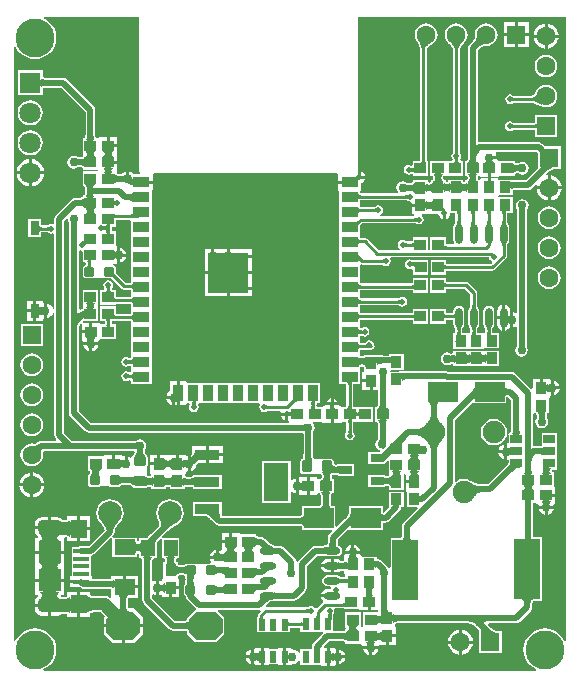
<source format=gtl>
G04*
G04 #@! TF.GenerationSoftware,Altium Limited,Altium Designer,18.1.6 (161)*
G04*
G04 Layer_Physical_Order=1*
G04 Layer_Color=255*
%FSTAX24Y24*%
%MOIN*%
G70*
G01*
G75*
%ADD12C,0.0100*%
%ADD20R,0.0374X0.0394*%
%ADD21R,0.0394X0.0374*%
%ADD22R,0.0236X0.0394*%
%ADD23R,0.0866X0.2008*%
%ADD24O,0.0551X0.0236*%
%ADD25R,0.0709X0.0531*%
%ADD26R,0.0472X0.0551*%
G04:AMPARAMS|DCode=27|XSize=31.5mil|YSize=31.5mil|CornerRadius=3.9mil|HoleSize=0mil|Usage=FLASHONLY|Rotation=0.000|XOffset=0mil|YOffset=0mil|HoleType=Round|Shape=RoundedRectangle|*
%AMROUNDEDRECTD27*
21,1,0.0315,0.0236,0,0,0.0*
21,1,0.0236,0.0315,0,0,0.0*
1,1,0.0079,0.0118,-0.0118*
1,1,0.0079,-0.0118,-0.0118*
1,1,0.0079,-0.0118,0.0118*
1,1,0.0079,0.0118,0.0118*
%
%ADD27ROUNDEDRECTD27*%
%ADD28R,0.0315X0.0472*%
%ADD29R,0.0984X0.0669*%
%ADD30R,0.0394X0.0315*%
G04:AMPARAMS|DCode=31|XSize=39.4mil|YSize=35.4mil|CornerRadius=4.4mil|HoleSize=0mil|Usage=FLASHONLY|Rotation=180.000|XOffset=0mil|YOffset=0mil|HoleType=Round|Shape=RoundedRectangle|*
%AMROUNDEDRECTD31*
21,1,0.0394,0.0266,0,0,180.0*
21,1,0.0305,0.0354,0,0,180.0*
1,1,0.0089,-0.0153,0.0133*
1,1,0.0089,0.0153,0.0133*
1,1,0.0089,0.0153,-0.0133*
1,1,0.0089,-0.0153,-0.0133*
%
%ADD31ROUNDEDRECTD31*%
%ADD32O,0.0236X0.0669*%
%ADD33R,0.0846X0.0354*%
%ADD34R,0.0846X0.1280*%
%ADD35R,0.0433X0.0276*%
%ADD36R,0.1378X0.1378*%
%ADD37R,0.0339X0.0571*%
%ADD38R,0.0571X0.0339*%
%ADD39R,0.0551X0.0630*%
%ADD40R,0.0531X0.0157*%
G04:AMPARAMS|DCode=41|XSize=39.4mil|YSize=35.4mil|CornerRadius=4.4mil|HoleSize=0mil|Usage=FLASHONLY|Rotation=270.000|XOffset=0mil|YOffset=0mil|HoleType=Round|Shape=RoundedRectangle|*
%AMROUNDEDRECTD41*
21,1,0.0394,0.0266,0,0,270.0*
21,1,0.0305,0.0354,0,0,270.0*
1,1,0.0089,-0.0133,-0.0153*
1,1,0.0089,-0.0133,0.0153*
1,1,0.0089,0.0133,0.0153*
1,1,0.0089,0.0133,-0.0153*
%
%ADD41ROUNDEDRECTD41*%
G04:AMPARAMS|DCode=67|XSize=110.2mil|YSize=94.5mil|CornerRadius=0mil|HoleSize=0mil|Usage=FLASHONLY|Rotation=0.000|XOffset=0mil|YOffset=0mil|HoleType=Round|Shape=Octagon|*
%AMOCTAGOND67*
4,1,8,0.0551,-0.0236,0.0551,0.0236,0.0315,0.0472,-0.0315,0.0472,-0.0551,0.0236,-0.0551,-0.0236,-0.0315,-0.0472,0.0315,-0.0472,0.0551,-0.0236,0.0*
%
%ADD67OCTAGOND67*%

%ADD71C,0.0787*%
%ADD77R,0.0748X0.0748*%
%ADD78C,0.0200*%
%ADD79C,0.0400*%
%ADD80R,0.0630X0.0630*%
%ADD81C,0.0630*%
%ADD82R,0.0630X0.0630*%
%ADD83R,0.0709X0.0709*%
%ADD84C,0.0709*%
G04:AMPARAMS|DCode=85|XSize=78.7mil|YSize=47.2mil|CornerRadius=14.2mil|HoleSize=0mil|Usage=FLASHONLY|Rotation=0.000|XOffset=0mil|YOffset=0mil|HoleType=Round|Shape=RoundedRectangle|*
%AMROUNDEDRECTD85*
21,1,0.0787,0.0189,0,0,0.0*
21,1,0.0504,0.0472,0,0,0.0*
1,1,0.0283,0.0252,-0.0094*
1,1,0.0283,-0.0252,-0.0094*
1,1,0.0283,-0.0252,0.0094*
1,1,0.0283,0.0252,0.0094*
%
%ADD85ROUNDEDRECTD85*%
%ADD86C,0.0750*%
%ADD87C,0.0200*%
%ADD88C,0.1299*%
%ADD89C,0.0300*%
G36*
X025847Y030035D02*
X025814Y030034D01*
X025782Y030032D01*
X025752Y030027D01*
X025723Y03002D01*
X025695Y030011D01*
X025668Y03D01*
X025643Y029986D01*
X025619Y029971D01*
X025597Y029954D01*
X025576Y029934D01*
X025434Y030076D01*
X025454Y030097D01*
X025471Y030119D01*
X025486Y030143D01*
X0255Y030168D01*
X025511Y030195D01*
X02552Y030223D01*
X025527Y030252D01*
X025532Y030282D01*
X025534Y030314D01*
X025535Y030347D01*
X025847Y030035D01*
D02*
G37*
G36*
X025038Y030092D02*
X024984Y03003D01*
X024961Y030001D01*
X024943Y029973D01*
X024927Y029946D01*
X024915Y02992D01*
X024907Y029896D01*
X024902Y029872D01*
X0249Y02985D01*
X0248D01*
X024798Y029872D01*
X024793Y029896D01*
X024785Y02992D01*
X024773Y029946D01*
X024757Y029973D01*
X024739Y030001D01*
X024716Y03003D01*
X024662Y030092D01*
X02463Y030125D01*
X02507D01*
X025038Y030092D01*
D02*
G37*
G36*
X011004Y028931D02*
X01101Y028914D01*
X01102Y028899D01*
X011034Y028886D01*
X011052Y028875D01*
X011074Y028866D01*
X011101Y028859D01*
X011131Y028854D01*
X011165Y028851D01*
X011203Y02885D01*
Y02865D01*
X011165Y028649D01*
X011131Y028646D01*
X011101Y028641D01*
X011074Y028634D01*
X011052Y028625D01*
X011034Y028614D01*
X01102Y028601D01*
X01101Y028586D01*
X011004Y028569D01*
X011002Y02855D01*
Y02895D01*
X011004Y028931D01*
D02*
G37*
G36*
X012756Y026998D02*
X012759Y026964D01*
X012763Y026934D01*
X01277Y026908D01*
X012779Y026886D01*
X012789Y026868D01*
X012802Y026854D01*
X012816Y026844D01*
X012832Y026838D01*
X01285Y026836D01*
X012459D01*
X012477Y026838D01*
X012494Y026844D01*
X012508Y026854D01*
X01252Y026868D01*
X012531Y026886D01*
X012539Y026908D01*
X012546Y026934D01*
X012551Y026964D01*
X012554Y026998D01*
X012555Y027036D01*
X012755D01*
X012756Y026998D01*
D02*
G37*
G36*
X0249Y026436D02*
X024902Y026416D01*
X024903Y026408D01*
X024905Y0264D01*
X024907Y026393D01*
X02491Y026386D01*
X024913Y026381D01*
X024916Y026376D01*
X02492Y026371D01*
X02478D01*
X024784Y026376D01*
X024787Y026381D01*
X02479Y026386D01*
X024793Y026393D01*
X024795Y0264D01*
X024797Y026408D01*
X024798Y026416D01*
X024799Y026426D01*
X0248Y026447D01*
X0249D01*
X0249Y026436D01*
D02*
G37*
G36*
X013346Y026464D02*
X013441D01*
X013423Y026462D01*
X013406Y026456D01*
X013392Y026446D01*
X01338Y026432D01*
X013369Y026414D01*
X013361Y026392D01*
X013356Y026375D01*
X013361Y026358D01*
X013369Y026336D01*
X01338Y026318D01*
X013392Y026304D01*
X013406Y026294D01*
X013423Y026288D01*
X013441Y026286D01*
X013346D01*
X013345Y026264D01*
X013145D01*
X013145Y026286D01*
X01305D01*
X013068Y026288D01*
X013084Y026294D01*
X013098Y026304D01*
X013111Y026318D01*
X013121Y026336D01*
X01313Y026358D01*
X013134Y026375D01*
X01313Y026392D01*
X013121Y026414D01*
X013111Y026432D01*
X013098Y026446D01*
X013084Y026456D01*
X013068Y026462D01*
X01305Y026464D01*
X013145D01*
X013145Y026486D01*
X013345D01*
X013346Y026464D01*
D02*
G37*
G36*
X012755D02*
X01285D01*
X012832Y026462D01*
X012816Y026456D01*
X012802Y026446D01*
X012789Y026432D01*
X012779Y026414D01*
X01277Y026392D01*
X012766Y026375D01*
X01277Y026358D01*
X012779Y026336D01*
X012789Y026318D01*
X012802Y026304D01*
X012816Y026294D01*
X012832Y026288D01*
X01285Y026286D01*
X012755D01*
X012755Y026264D01*
X012555D01*
X012554Y026286D01*
X012459D01*
X012477Y026288D01*
X012494Y026294D01*
X012508Y026304D01*
X01252Y026318D01*
X012531Y026336D01*
X012539Y026358D01*
X012544Y026375D01*
X012539Y026392D01*
X012531Y026414D01*
X01252Y026432D01*
X012508Y026446D01*
X012494Y026456D01*
X012477Y026462D01*
X012459Y026464D01*
X012554D01*
X012555Y026486D01*
X012755D01*
X012755Y026464D01*
D02*
G37*
G36*
X012459Y025914D02*
X012457Y025931D01*
X012451Y025945D01*
X012441Y025958D01*
X012427Y025969D01*
X012409Y025979D01*
X012387Y025986D01*
X012361Y025992D01*
X012331Y025997D01*
X012297Y025999D01*
X012289Y025999D01*
X012207Y025995D01*
Y026205D01*
X012209Y026204D01*
X012212Y026203D01*
X012218Y026202D01*
X012233Y026201D01*
X012273Y0262D01*
X012297Y026201D01*
X012331Y026203D01*
X012361Y026208D01*
X012387Y026214D01*
X012409Y026221D01*
X012427Y026231D01*
X012441Y026242D01*
X012451Y026255D01*
X012457Y02627D01*
X012459Y026286D01*
Y025914D01*
D02*
G37*
G36*
X025501Y026771D02*
X025505Y026718D01*
X025507Y026699D01*
X025511Y026684D01*
X025514Y026674D01*
X025519Y026668D01*
X025524Y026667D01*
X025529Y026671D01*
X025641Y0265D01*
X025615Y026471D01*
X025591Y026441D01*
X025569Y02641D01*
X025551Y026377D01*
X025535Y026344D01*
X025523Y026309D01*
X025513Y026273D01*
X025506Y026236D01*
X025503Y026216D01*
X025504Y026214D01*
X025508Y026184D01*
X025515Y026158D01*
X025523Y026136D01*
X025533Y026118D01*
X025545Y026104D01*
X025558Y026094D01*
X025574Y026088D01*
X025591Y026086D01*
X0252Y026085D01*
X025219Y026087D01*
X025236Y026093D01*
X025251Y026103D01*
X025264Y026117D01*
X025275Y026135D01*
X025284Y026157D01*
X025291Y026183D01*
X025296Y026213D01*
X025299Y026248D01*
X0253Y026286D01*
X025395D01*
X0253Y0264D01*
X0255Y026841D01*
X025501Y026771D01*
D02*
G37*
G36*
X024916Y026224D02*
X024913Y026219D01*
X02491Y026214D01*
X024907Y026207D01*
X024905Y0262D01*
X024903Y026192D01*
X024902Y026184D01*
X024901Y026174D01*
X024901Y026167D01*
X024902Y026149D01*
X024904Y026134D01*
X024908Y026121D01*
X024913Y02611D01*
X024918Y026101D01*
X024924Y026094D01*
X024932Y026089D01*
X024941Y026086D01*
X02495Y026085D01*
X02475D01*
X02476Y026086D01*
X024768Y026089D01*
X024776Y026094D01*
X024782Y026101D01*
X024787Y02611D01*
X024792Y026121D01*
X024795Y026134D01*
X024798Y026149D01*
X024799Y026167D01*
X0248Y026168D01*
X024798Y026184D01*
X024797Y026192D01*
X024795Y0262D01*
X024793Y026207D01*
X02479Y026214D01*
X024787Y026219D01*
X024784Y026224D01*
X02478Y026229D01*
X02492D01*
X024916Y026224D01*
D02*
G37*
G36*
X026743Y02607D02*
X026749Y026055D01*
X026759Y026042D01*
X026773Y026031D01*
X026791Y026021D01*
X026813Y026014D01*
X026839Y026008D01*
X026869Y026003D01*
X026887Y026002D01*
X026943Y026005D01*
Y025795D01*
X026941Y025796D01*
X026938Y025797D01*
X026932Y025798D01*
X026917Y025799D01*
X026902Y025799D01*
X026869Y025797D01*
X026839Y025792D01*
X026813Y025786D01*
X026791Y025779D01*
X026773Y025769D01*
X026759Y025758D01*
X026749Y025745D01*
X026743Y025731D01*
X026741Y025714D01*
Y026086D01*
X026743Y02607D01*
D02*
G37*
G36*
X028103Y025935D02*
X028074Y025931D01*
X028046Y025924D01*
X028018Y025914D01*
X02799Y025901D01*
X027961Y025885D01*
X027933Y025867D01*
X027905Y025846D01*
X027876Y025822D01*
X027848Y025795D01*
X027565D01*
X027592Y025822D01*
X027631Y025867D01*
X027645Y025885D01*
X027654Y025901D01*
X027659Y025914D01*
X027659Y025924D01*
X027656Y025931D01*
X027648Y025935D01*
X027636Y025936D01*
X028131D01*
X028103Y025935D01*
D02*
G37*
G36*
X013346Y025914D02*
X013441D01*
X013423Y025912D01*
X013406Y025906D01*
X013392Y025896D01*
X01338Y025882D01*
X013369Y025864D01*
X013361Y025842D01*
X013356Y025825D01*
X013361Y025808D01*
X013369Y025786D01*
X01338Y025768D01*
X013392Y025754D01*
X013406Y025744D01*
X013423Y025738D01*
X013441Y025736D01*
X013346D01*
X013345Y025714D01*
X013145D01*
X013145Y025736D01*
X01305D01*
X013068Y025738D01*
X013084Y025744D01*
X013098Y025754D01*
X013111Y025768D01*
X013121Y025786D01*
X01313Y025808D01*
X013134Y025825D01*
X01313Y025842D01*
X013121Y025864D01*
X013111Y025882D01*
X013098Y025896D01*
X013084Y025906D01*
X013068Y025912D01*
X01305Y025914D01*
X013145D01*
X013145Y025936D01*
X013345D01*
X013346Y025914D01*
D02*
G37*
G36*
X0285Y010152D02*
X02845Y010139D01*
X028393Y010246D01*
X028304Y010354D01*
X028196Y010443D01*
X028073Y010509D01*
X027939Y010549D01*
X0278Y010563D01*
X027661Y010549D01*
X027527Y010509D01*
X027404Y010443D01*
X027296Y010354D01*
X027207Y010246D01*
X027141Y010123D01*
X027101Y009989D01*
X027087Y00985D01*
X027101Y009711D01*
X027141Y009577D01*
X027207Y009454D01*
X027296Y009346D01*
X027404Y009257D01*
X027511Y0092D01*
X027498Y00915D01*
X011102D01*
X011089Y0092D01*
X011196Y009257D01*
X011304Y009346D01*
X011393Y009454D01*
X011459Y009577D01*
X011499Y009711D01*
X011513Y00985D01*
X011499Y009989D01*
X011459Y010123D01*
X011393Y010246D01*
X011304Y010354D01*
X011196Y010443D01*
X011073Y010509D01*
X010939Y010549D01*
X0108Y010563D01*
X010661Y010549D01*
X010527Y010509D01*
X010404Y010443D01*
X010296Y010354D01*
X010207Y010246D01*
X01015Y010139D01*
X0101Y010152D01*
Y029948D01*
X01015Y029961D01*
X010207Y029854D01*
X010296Y029746D01*
X010404Y029657D01*
X010527Y029591D01*
X010661Y029551D01*
X0108Y029537D01*
X010939Y029551D01*
X011073Y029591D01*
X011196Y029657D01*
X011304Y029746D01*
X011393Y029854D01*
X011459Y029977D01*
X011499Y030111D01*
X011513Y03025D01*
X011499Y030389D01*
X011459Y030523D01*
X011393Y030646D01*
X011304Y030754D01*
X011196Y030843D01*
X011089Y0309D01*
X011102Y03095D01*
X014285D01*
Y0258D01*
X014304Y025754D01*
X014321Y025747D01*
X014311Y025697D01*
X014102D01*
X01408Y02573D01*
X013998Y025786D01*
X01395Y025795D01*
Y02555D01*
X01385D01*
Y025795D01*
X013802Y025786D01*
X01372Y02573D01*
X01371Y025716D01*
X013696Y025715D01*
X013695Y025715D01*
X013691Y025713D01*
X013646D01*
X013642Y025715D01*
X013606Y025716D01*
X013576Y025718D01*
X013551Y025722D01*
X013542Y025724D01*
Y02605D01*
X013245D01*
Y02615D01*
X013542D01*
Y026363D01*
Y0266D01*
X013245D01*
Y02665D01*
X013195D01*
Y026937D01*
X012948D01*
Y026929D01*
X012912Y026897D01*
X012898Y026897D01*
X012864D01*
X012857Y0269D01*
X012847Y026901D01*
X012846Y026902D01*
X012845Y026903D01*
X012842Y026906D01*
X012837Y026914D01*
X012832Y026928D01*
X012827Y026947D01*
X012823Y026972D01*
X012821Y027001D01*
X01282Y027037D01*
X012818Y027041D01*
Y027845D01*
X012805Y027908D01*
X01277Y027961D01*
X011865Y028865D01*
X011812Y028901D01*
X01175Y028913D01*
X011209D01*
X011205Y028915D01*
X011169Y028916D01*
X011139Y028918D01*
X011114Y028923D01*
X011095Y028928D01*
X011082Y028933D01*
X011073Y028938D01*
X01107Y028942D01*
X011068Y028943D01*
X011068Y028945D01*
X011067Y028957D01*
X011064Y028961D01*
Y029164D01*
X010236D01*
Y028336D01*
X011064D01*
Y028539D01*
X011067Y028543D01*
X011068Y028555D01*
X011068Y028557D01*
X01107Y028558D01*
X011073Y028562D01*
X011082Y028567D01*
X011095Y028572D01*
X011114Y028577D01*
X011139Y028582D01*
X011169Y028584D01*
X011205Y028585D01*
X011209Y028587D01*
X011682D01*
X012492Y027778D01*
Y027041D01*
X01249Y027037D01*
X012489Y027001D01*
X012486Y026972D01*
X012482Y026947D01*
X012478Y026928D01*
X012472Y026914D01*
X012467Y026906D01*
X012464Y026903D01*
X012463Y026902D01*
X012462Y026901D01*
X012452Y0269D01*
X012446Y026897D01*
X012398D01*
Y026845D01*
X012394Y026836D01*
X012396Y026832D01*
X012395Y026829D01*
X012398Y026823D01*
Y026477D01*
X012395Y026471D01*
X012396Y026468D01*
X012394Y026464D01*
X012398Y026455D01*
Y026403D01*
X012398D01*
X012413Y026357D01*
X012404Y026347D01*
X012398D01*
Y026299D01*
X012395Y026294D01*
X012394Y026287D01*
X012391Y026286D01*
X012383Y026281D01*
X012369Y026276D01*
X012349Y026272D01*
X012324Y026268D01*
X012294Y026266D01*
X012273Y026265D01*
X012236Y026266D01*
X012228Y026267D01*
X012182Y026298D01*
X0121Y026314D01*
X012018Y026298D01*
X011949Y026251D01*
X011902Y026182D01*
X011886Y0261D01*
X011902Y026018D01*
X011949Y025949D01*
X012018Y025902D01*
X0121Y025886D01*
X012182Y025902D01*
X012225Y025931D01*
X01229Y025934D01*
X012294Y025934D01*
X012324Y025932D01*
X012349Y025928D01*
X012369Y025924D01*
X012383Y025919D01*
X012391Y025914D01*
X012394Y025913D01*
X012395Y025906D01*
X012398Y025901D01*
Y025853D01*
X01245D01*
X012459Y025849D01*
X012463Y025851D01*
X012467Y02585D01*
X012473Y025853D01*
X012877D01*
X012893Y025825D01*
X012878Y025799D01*
D01*
D01*
X012876Y025797D01*
X012398D01*
Y025379D01*
X012395Y025373D01*
X012396Y025369D01*
X012394Y025364D01*
X012398Y025355D01*
Y025303D01*
X012445D01*
X01245Y0253D01*
X01245Y0253D01*
X012454Y025291D01*
X012459Y025276D01*
X012463Y025257D01*
X012468Y025199D01*
X012469Y025163D01*
X01247Y025159D01*
Y025117D01*
X012469Y025114D01*
X01247Y025112D01*
X012469Y02511D01*
X012468Y025078D01*
X012466Y025053D01*
X012463Y025031D01*
X012459Y025015D01*
X012456Y025003D01*
X012453Y024999D01*
X012453Y024999D01*
X012449Y024997D01*
X012398D01*
Y024949D01*
X012395Y024944D01*
X012394Y024937D01*
X012391Y024936D01*
X012383Y024931D01*
X012369Y024926D01*
X012349Y024922D01*
X012324Y024918D01*
X012294Y024916D01*
X012258Y024915D01*
X012254Y024913D01*
X01215D01*
X012088Y024901D01*
X012035Y024865D01*
X011495Y024325D01*
X011459Y024272D01*
X011447Y02421D01*
Y024061D01*
X011397Y024032D01*
X01135Y024041D01*
X011288Y024029D01*
X011244Y023999D01*
X011242Y023999D01*
X01124Y023998D01*
X011239Y023998D01*
X011239Y023998D01*
X011238Y023998D01*
X011236Y023997D01*
X011235Y023997D01*
X011235Y023996D01*
X011233Y023996D01*
X01123Y023995D01*
X011226Y023994D01*
X011211Y023993D01*
X011202Y023993D01*
X011196Y02399D01*
X011064D01*
X011058Y023993D01*
X011041Y023993D01*
X011028Y023994D01*
X011018Y023996D01*
X011017Y023996D01*
Y024196D01*
X010583D01*
Y023604D01*
X011017D01*
Y02376D01*
X011018Y02376D01*
X011028Y023761D01*
X011041Y023763D01*
X011058Y023763D01*
X011064Y023766D01*
X011195D01*
X011201Y023763D01*
X011219Y023762D01*
X011225Y023762D01*
X01123Y023761D01*
X011233Y02376D01*
X011235Y02376D01*
X011235Y023759D01*
X011236Y023759D01*
X011238Y023758D01*
X011239Y023758D01*
X011239Y023758D01*
X01124Y023758D01*
X011242Y023757D01*
X011244Y023757D01*
X011288Y023727D01*
X01135Y023715D01*
X011397Y023724D01*
X011447Y023695D01*
Y021219D01*
X011397Y021214D01*
X011391Y021242D01*
X011336Y021324D01*
X011253Y02138D01*
X011206Y021389D01*
Y021144D01*
Y020899D01*
X011253Y020909D01*
X011336Y020964D01*
X011391Y021047D01*
X011397Y021074D01*
X011447Y021069D01*
Y01699D01*
X011459Y016928D01*
X011495Y016875D01*
X01151Y016859D01*
X011491Y016813D01*
X011005D01*
X010943Y016801D01*
X010898Y016771D01*
X010889Y016767D01*
X010873Y016751D01*
X010843Y016725D01*
X010832Y016717D01*
X010822Y016711D01*
X010815Y016707D01*
X010812Y016705D01*
X01081Y016705D01*
X010798Y01671D01*
X0107Y016723D01*
X010602Y01671D01*
X010511Y016672D01*
X010433Y016612D01*
X010372Y016534D01*
X010335Y016442D01*
X010322Y016345D01*
X010335Y016247D01*
X010372Y016155D01*
X010433Y016077D01*
X010511Y016017D01*
X010602Y015979D01*
X0107Y015966D01*
X010798Y015979D01*
X010889Y016017D01*
X010967Y016077D01*
X011028Y016155D01*
X011065Y016247D01*
X011078Y016345D01*
X011065Y016442D01*
X011065Y016443D01*
X011093Y016487D01*
X011909D01*
X01193Y016491D01*
X01195Y016487D01*
X014088D01*
X014104Y016477D01*
D01*
X014126Y016446D01*
X014129Y016437D01*
X014125Y016417D01*
X014119Y0164D01*
X014114Y016386D01*
X014107Y016375D01*
X0141Y016366D01*
X014093Y016359D01*
X014082Y01635D01*
X01408Y016346D01*
X014076Y016345D01*
X014071Y016333D01*
X014055Y016308D01*
X014049Y016278D01*
X014021Y01626D01*
X013997Y016253D01*
X013948Y016286D01*
X0139Y016295D01*
Y01605D01*
X013817D01*
Y01595D01*
X013779Y015949D01*
X013745Y015947D01*
X013743Y015946D01*
Y015945D01*
X013741Y015946D01*
X013741Y015946D01*
X013715Y015942D01*
X013689Y015936D01*
X013667Y015929D01*
X013649Y015919D01*
X013635Y015908D01*
X013625Y015895D01*
X013619Y015881D01*
X013617Y015864D01*
Y016236D01*
X013619Y01622D01*
X013625Y016205D01*
X013635Y016192D01*
X013649Y016181D01*
X013667Y016171D01*
X013689Y016164D01*
X013715Y016158D01*
X013736Y016155D01*
X013743Y016155D01*
Y016154D01*
X013745Y016153D01*
X013779Y016151D01*
X0138Y01615D01*
Y016295D01*
X013768Y016289D01*
X013718Y016318D01*
Y016337D01*
X013471D01*
Y01605D01*
X013371D01*
Y016337D01*
X013124D01*
Y016329D01*
X013087Y016297D01*
X012574D01*
Y015877D01*
X01257Y015871D01*
X012571Y015868D01*
X01257Y015864D01*
X012574Y015855D01*
Y015803D01*
X012622D01*
X012628Y0158D01*
X01265Y015754D01*
X012649Y015751D01*
X012642Y015737D01*
X012635Y015726D01*
X012628Y015716D01*
X012619Y015707D01*
X012606Y015697D01*
X012604Y015695D01*
X012602Y015693D01*
X012596Y015682D01*
X012579Y015657D01*
X012572Y015618D01*
Y015382D01*
X012579Y015343D01*
X012601Y01531D01*
X012634Y015288D01*
X012673Y015281D01*
X012909D01*
X012948Y015288D01*
X01297Y015303D01*
X013281D01*
X013304Y015288D01*
X013342Y015281D01*
X013578D01*
X013617Y015288D01*
X01364Y015304D01*
X013652Y015308D01*
X013653Y015311D01*
X013655Y015312D01*
X013658Y015315D01*
X013658Y015315D01*
X013663Y015318D01*
X013673Y015321D01*
X013688Y015325D01*
X013705Y015328D01*
X013786Y015335D01*
X013818Y015335D01*
X013822Y015337D01*
X013903D01*
X013907Y015335D01*
X013933Y015334D01*
X013955Y015332D01*
X013975Y015328D01*
X013992Y015323D01*
X014008Y015316D01*
X014023Y015309D01*
X014035Y0153D01*
X014047Y01529D01*
X014058Y015278D01*
X01407Y015263D01*
X014073Y015261D01*
X014074Y015257D01*
X014085Y015252D01*
X014112Y015234D01*
X014153Y015226D01*
X014458D01*
X014499Y015234D01*
X014523Y015251D01*
X014535Y015255D01*
X014536Y015258D01*
X014539Y01526D01*
X014544Y015265D01*
X014546Y015268D01*
X014553Y015271D01*
X014563Y015276D01*
X014577Y01528D01*
X014595Y015284D01*
X014614Y015287D01*
X014629Y015284D01*
X014648Y015279D01*
X014662Y015274D01*
X01467Y015269D01*
X014673Y015266D01*
X014674Y015265D01*
X014675Y015264D01*
X014676Y015254D01*
X014679Y015248D01*
Y0152D01*
X014731D01*
X01474Y015196D01*
X014744Y015198D01*
X014747Y015196D01*
X014753Y0152D01*
X015099D01*
X015105Y015196D01*
X015108Y015198D01*
X015112Y015196D01*
X015121Y0152D01*
X015173D01*
Y015248D01*
X015176Y015254D01*
X015178Y015264D01*
X015178Y015265D01*
X015179Y015266D01*
X015182Y015269D01*
X01519Y015274D01*
X015204Y015279D01*
X015223Y015284D01*
X015238Y015287D01*
X015253Y015284D01*
X015272Y015279D01*
X015286Y015274D01*
X015294Y015269D01*
X015297Y015266D01*
X015298Y015265D01*
X015299Y015264D01*
X0153Y015254D01*
X015303Y015248D01*
Y0152D01*
X015355D01*
X015364Y015196D01*
X015368Y015198D01*
X015371Y015196D01*
X015377Y0152D01*
X015722D01*
X015728Y015197D01*
X015732Y015198D01*
X015736Y015196D01*
X015745Y0152D01*
X015797D01*
Y015248D01*
X0158Y015253D01*
X015801Y015261D01*
X015804Y015264D01*
X015813Y015268D01*
X015827Y015273D01*
X015846Y015278D01*
X015871Y015282D01*
X015901Y015284D01*
X015932Y015285D01*
X015962Y015284D01*
X015992Y015282D01*
X016018Y015279D01*
X016038Y015275D01*
X016053Y01527D01*
X016062Y015266D01*
X016062Y015266D01*
X016062Y015265D01*
X016065Y01526D01*
Y015213D01*
X016117D01*
X016126Y015209D01*
X016131Y015211D01*
X016135Y01521D01*
X016141Y015213D01*
X017032D01*
Y015687D01*
X016141D01*
X016135Y01569D01*
X016131Y015689D01*
X016126Y015691D01*
X016117Y015687D01*
X016065D01*
Y01564D01*
X016062Y015635D01*
X016062Y015634D01*
X016062Y015634D01*
X016053Y01563D01*
X016038Y015625D01*
X016019Y015621D01*
X015961Y015616D01*
X015932Y015615D01*
X015901Y015616D01*
X015872Y015618D01*
X015847Y015623D01*
X015828Y015628D01*
X015814Y015633D01*
X015806Y015638D01*
X015802Y015642D01*
X015801Y015644D01*
X0158Y015646D01*
X015799Y015657D01*
X015797Y015661D01*
X015797Y015714D01*
X015829Y01575D01*
X015837D01*
Y015767D01*
X015887Y015805D01*
X0159Y015802D01*
Y015946D01*
X015898Y015946D01*
X015864Y015943D01*
X015834Y015939D01*
X015808Y015932D01*
X015786Y015923D01*
X015768Y015913D01*
X015754Y0159D01*
X015744Y015886D01*
X015738Y01587D01*
X015736Y015852D01*
Y016243D01*
X015738Y016225D01*
X015744Y016208D01*
X015754Y016194D01*
X015768Y016182D01*
X015786Y016171D01*
X015808Y016163D01*
X015834Y016156D01*
X015864Y016151D01*
X015898Y016148D01*
X0159Y016148D01*
Y016292D01*
X015887Y01629D01*
X015837Y016328D01*
Y016344D01*
X0156D01*
Y016047D01*
X0155D01*
Y016344D01*
X015263D01*
Y016344D01*
X015213D01*
Y016344D01*
X014976D01*
Y016047D01*
X014926D01*
Y015997D01*
X014639D01*
Y01575D01*
X014647D01*
X014679Y015714D01*
X014679Y0157D01*
Y015666D01*
X014676Y015659D01*
X014675Y015649D01*
X014674Y015648D01*
X014673Y015647D01*
X01467Y015644D01*
X014662Y015639D01*
X014648Y015634D01*
X014629Y015629D01*
X014622Y015628D01*
X014605Y015631D01*
X014588Y015636D01*
X014574Y015642D01*
X014563Y015648D01*
X014554Y015654D01*
X014548Y01566D01*
X014542Y015667D01*
Y015939D01*
X014556Y015961D01*
X014564Y016002D01*
Y016268D01*
X014556Y016308D01*
X01454Y016333D01*
X014535Y016345D01*
X014531Y016346D01*
X014528Y01635D01*
X014515Y016361D01*
X014505Y01637D01*
X014497Y01638D01*
X014489Y016393D01*
X014482Y016407D01*
X014476Y016423D01*
X014472Y016442D01*
X014468Y016462D01*
X014466Y016486D01*
X014466Y016491D01*
X014466Y016514D01*
X014467Y016522D01*
X014498Y016568D01*
X014514Y01665D01*
X014498Y016732D01*
X014451Y016801D01*
X014382Y016848D01*
X0143Y016864D01*
X014218Y016848D01*
X014175Y016819D01*
X014095Y016815D01*
X014091Y016813D01*
X012018D01*
X011773Y017058D01*
Y024142D01*
X011837Y024207D01*
X011891Y02419D01*
X011902Y024136D01*
X011931Y024093D01*
X011935Y024013D01*
X011937Y024009D01*
D01*
Y020759D01*
X011935Y020756D01*
X011937Y020751D01*
Y01775D01*
X011949Y017688D01*
X011985Y017635D01*
X012485Y017135D01*
X012538Y017099D01*
X0126Y017087D01*
X019714D01*
X019718Y017085D01*
X019734Y017085D01*
X019753Y017085D01*
X019755Y017045D01*
X019757Y017041D01*
Y01636D01*
X019755Y016356D01*
X019755Y016356D01*
X019755Y016356D01*
X019754Y016317D01*
X019751Y016286D01*
X019747Y01626D01*
X019742Y01624D01*
X019737Y016227D01*
X019732Y016219D01*
X019729Y016216D01*
X019729Y016216D01*
X019728Y016216D01*
X019718Y016215D01*
X019711Y016212D01*
X019692Y016208D01*
X019679Y0162D01*
X019678Y016199D01*
X019677Y016199D01*
X019657Y016185D01*
X019634Y016151D01*
X019626Y01611D01*
Y015805D01*
X019634Y015764D01*
X019657Y01573D01*
X019692Y015707D01*
X019732Y015699D01*
X019998D01*
X020039Y015707D01*
X020061Y015721D01*
X020332D01*
X020338Y015717D01*
X020342Y015712D01*
X020346Y015705D01*
X020352Y015695D01*
X020356Y01568D01*
X020361Y015663D01*
X020364Y015643D01*
X020366Y015624D01*
X020362Y0156D01*
X020357Y015581D01*
X020351Y015568D01*
X020347Y015559D01*
X020343Y015556D01*
X020341Y015554D01*
X020339Y015554D01*
X020328Y015552D01*
X020324Y01555D01*
X020256D01*
X020243Y01555D01*
X020206Y015582D01*
Y01559D01*
X019959D01*
Y015303D01*
Y015016D01*
X020206D01*
Y015024D01*
X020243Y015056D01*
X020256Y015056D01*
X020291D01*
X020297Y015053D01*
X020308Y015052D01*
X020308Y015051D01*
X02031Y01505D01*
X020313Y015047D01*
X020317Y015039D01*
X020323Y015025D01*
X020328Y015006D01*
X020332Y014981D01*
X020334Y014952D01*
X020335Y014916D01*
X020337Y014912D01*
Y014784D01*
X020335Y01478D01*
X020334Y014744D01*
X020332Y014714D01*
X020327Y01469D01*
X020322Y014671D01*
X020317Y014657D01*
X020312Y014649D01*
X020308Y014645D01*
X020307Y014644D01*
X020305Y014643D01*
X020293Y014642D01*
X020289Y01464D01*
X01971D01*
Y014363D01*
X019709Y01436D01*
X019707Y014357D01*
X019706Y014345D01*
X019705Y014343D01*
X019704Y014341D01*
X0197Y014338D01*
X019692Y014333D01*
X019679Y014328D01*
X01966Y014323D01*
X019635Y014318D01*
X019606Y014316D01*
X01957Y014315D01*
X019566Y014313D01*
X01704D01*
X017038Y014324D01*
X017036Y014355D01*
X017035Y014374D01*
X017032Y014382D01*
Y014786D01*
X016065D01*
Y014311D01*
X016433D01*
X016438Y014309D01*
X016463Y014307D01*
X016485Y014304D01*
X016507Y014298D01*
X01653Y01429D01*
X016553Y01428D01*
X016577Y014267D01*
X016602Y01425D01*
X016627Y014232D01*
X016652Y01421D01*
X01668Y014184D01*
X016684Y014182D01*
X016832Y014035D01*
X016884Y013999D01*
X016947Y013987D01*
X019566D01*
X01957Y013985D01*
X019606Y013984D01*
X019635Y013982D01*
X01966Y013977D01*
X019679Y013972D01*
X019692Y013967D01*
X0197Y013962D01*
X019704Y013959D01*
X019705Y013957D01*
X019706Y013955D01*
X019707Y013943D01*
X01971Y013937D01*
Y013851D01*
X020705D01*
X020724Y013804D01*
X020611Y013692D01*
X020576Y013639D01*
X020564Y013577D01*
Y013474D01*
X020562Y01347D01*
X020561Y013432D01*
X020558Y013401D01*
X020554Y013376D01*
X020552Y013368D01*
X020538Y013347D01*
X020513Y013326D01*
X020507Y013326D01*
X020505Y013326D01*
X020505Y013326D01*
X02033Y013315D01*
X020294Y013315D01*
X020289Y013313D01*
X02015D01*
X020088Y013301D01*
X020035Y013265D01*
X019585Y012815D01*
X019562Y012781D01*
X019509Y012793D01*
X019501Y012836D01*
X019465Y012889D01*
X019089Y013265D01*
X019036Y013301D01*
X018983Y013311D01*
X018974Y013315D01*
X018914Y013315D01*
X018816Y013316D01*
X018814Y013318D01*
X018797Y013321D01*
X018788Y013328D01*
X018765Y013332D01*
X018744Y013339D01*
X01872Y013349D01*
X018694Y013363D01*
X018666Y013381D01*
X018636Y013401D01*
X018531Y01349D01*
X018494Y013527D01*
X018489Y013528D01*
X018452Y013565D01*
X018399Y013601D01*
X018337Y013613D01*
X018323D01*
X018319Y013615D01*
X018283Y013616D01*
X018253Y013618D01*
X018228Y013622D01*
X018208Y013626D01*
X018194Y013631D01*
X018185Y013636D01*
X018183Y013637D01*
X018182Y013644D01*
X018179Y013649D01*
Y013697D01*
X018127D01*
X018118Y013701D01*
X018114Y013699D01*
X01811Y0137D01*
X018104Y013697D01*
X017665D01*
X017629Y013729D01*
Y013737D01*
X017382D01*
Y01345D01*
X017332D01*
Y0134D01*
X017035D01*
Y013213D01*
X017031D01*
Y013175D01*
X016987Y013151D01*
X016972Y013161D01*
X016924Y013171D01*
Y012926D01*
X016874D01*
Y012876D01*
X016629D01*
X016639Y012828D01*
X016678Y012769D01*
X016651Y012719D01*
X016542D01*
X016503Y012712D01*
X016481Y012697D01*
X01617D01*
X016148Y012712D01*
X016109Y012719D01*
X015873D01*
X015834Y012712D01*
X015811Y012696D01*
X015802Y012692D01*
X015799Y012692D01*
X015799Y012689D01*
X015797Y012688D01*
X015794Y012685D01*
X015793Y012685D01*
X015788Y012682D01*
X015778Y012679D01*
X015763Y012675D01*
X015746Y012672D01*
X015674Y012666D01*
X015647Y012668D01*
X015623Y012672D01*
X015604Y012677D01*
X01559Y012683D01*
X015582Y012687D01*
X015578Y01269D01*
X015578Y012692D01*
X015577Y012692D01*
X015576Y012703D01*
X015573Y012709D01*
Y012757D01*
X015525D01*
X015519Y01276D01*
X015513Y012761D01*
X015511Y012763D01*
X015507Y012772D01*
X015502Y012786D01*
X015497Y012806D01*
X015495Y012821D01*
X015498Y01284D01*
X015503Y012859D01*
X015509Y012872D01*
X015514Y01288D01*
X015517Y012884D01*
X015519Y012885D01*
X015521Y012886D01*
X015533Y012887D01*
X015539Y01289D01*
X015622D01*
Y013562D01*
X015063D01*
X015042Y013612D01*
X01522Y013789D01*
X015221Y013789D01*
X015223Y013792D01*
X015223Y013793D01*
X015227Y013794D01*
X015295Y013854D01*
X015319Y013872D01*
X015482Y013976D01*
X015519Y013997D01*
X01552Y013998D01*
X015521Y013998D01*
X015523Y014001D01*
X015529Y014004D01*
X015624Y014076D01*
X015696Y014171D01*
X015742Y014282D01*
X015758Y0144D01*
X015742Y014518D01*
X015696Y014629D01*
X015624Y014724D01*
X015529Y014796D01*
X015418Y014842D01*
X0153Y014858D01*
X015182Y014842D01*
X015071Y014796D01*
X014976Y014724D01*
X014904Y014629D01*
X014858Y014518D01*
X014842Y0144D01*
X014858Y014282D01*
X014904Y014171D01*
X014914Y014158D01*
X014914Y014152D01*
X014932Y014122D01*
X014943Y014097D01*
X01495Y014074D01*
X014953Y014053D01*
X014953Y014033D01*
X01495Y014014D01*
X014943Y013995D01*
X014933Y013975D01*
X014919Y013954D01*
X014897Y01393D01*
X014896Y013926D01*
X014663Y013694D01*
X01466Y013693D01*
X014658Y01369D01*
X014655Y013689D01*
X01462Y013655D01*
X014589Y013627D01*
X014559Y013604D01*
X014532Y013586D01*
X014508Y013572D01*
X014488Y013563D01*
X014483Y013562D01*
X014282D01*
Y013493D01*
X014248Y013473D01*
D01*
D01*
X014214Y013493D01*
D01*
Y013585D01*
X013432D01*
X013404Y013585D01*
X013381Y013633D01*
X013415Y013667D01*
X013451Y01372D01*
X013461Y013772D01*
X013465Y01378D01*
X013466Y013813D01*
X01347Y013842D01*
X013477Y01387D01*
X013486Y013897D01*
X013498Y013924D01*
X013513Y013951D01*
X013531Y013978D01*
X013552Y014004D01*
X013576Y014031D01*
X013605Y014058D01*
X013606Y014059D01*
X013607Y014059D01*
X013609Y014066D01*
X013624Y014076D01*
X013696Y014171D01*
X013742Y014282D01*
X013758Y0144D01*
X013742Y014518D01*
X013696Y014629D01*
X013624Y014724D01*
X013529Y014796D01*
X013418Y014842D01*
X0133Y014858D01*
X013182Y014842D01*
X013071Y014796D01*
X012976Y014724D01*
X012904Y014629D01*
X012858Y014518D01*
X012842Y0144D01*
X012858Y014282D01*
X012904Y014171D01*
X012976Y014076D01*
X012991Y014066D01*
X012993Y014059D01*
X012994Y014059D01*
X012995Y014058D01*
X013024Y014031D01*
X013048Y014004D01*
X013069Y013978D01*
X013087Y013951D01*
X013102Y013924D01*
X013114Y013897D01*
X013123Y01387D01*
X013129Y013843D01*
X01259Y013303D01*
X01235D01*
X012288Y013291D01*
X01227Y013279D01*
X012024D01*
Y013001D01*
Y012745D01*
Y012295D01*
X011984D01*
Y012166D01*
X01235D01*
Y012066D01*
X011984D01*
Y011938D01*
X012298D01*
X012308Y011928D01*
X012361Y011892D01*
X012423Y01188D01*
X013241D01*
X013245Y011878D01*
X013281Y011877D01*
X013311Y011875D01*
X013336Y011871D01*
X013346Y011868D01*
Y011589D01*
X013339Y011583D01*
X013301Y011561D01*
X013257Y011595D01*
X013194Y011622D01*
X013126Y011631D01*
X013126Y011631D01*
X012944D01*
X012938Y011633D01*
X012796Y011638D01*
X01274Y011643D01*
X012692Y01165D01*
X012654Y011659D01*
X012637Y011665D01*
Y011783D01*
X012311D01*
Y011368D01*
Y010953D01*
X012637D01*
Y011072D01*
X012654Y011077D01*
X012692Y011086D01*
X012739Y011094D01*
X012863Y011102D01*
X012937Y011103D01*
X012943Y011106D01*
X01301D01*
X013067Y011042D01*
X013114Y010983D01*
X013124Y010967D01*
X013093Y010936D01*
Y0107D01*
X014395D01*
Y010936D01*
X014109Y011222D01*
X013919D01*
X013917Y011232D01*
X013913Y011257D01*
X01391Y011287D01*
X013909Y011322D01*
X013909Y011324D01*
X013907Y011328D01*
D01*
Y01147D01*
X013909Y011474D01*
X01391Y01151D01*
X013913Y01154D01*
X013917Y011564D01*
X013919Y011575D01*
X014254D01*
Y011891D01*
X0138D01*
Y011941D01*
X01375D01*
Y012306D01*
X013346D01*
Y012214D01*
X013341Y012213D01*
X013282Y012209D01*
X013246Y012208D01*
X013242Y012206D01*
X012716D01*
Y012295D01*
X012676D01*
Y012489D01*
Y012981D01*
X01272Y012989D01*
X012773Y013025D01*
X013337Y01359D01*
X013386Y013567D01*
X013386Y013543D01*
Y012934D01*
X014214D01*
Y013026D01*
D01*
X014248Y013045D01*
D01*
D01*
X014265Y013036D01*
X014282Y013026D01*
Y01289D01*
X014337D01*
X014343Y012887D01*
X014355Y012886D01*
X014357Y012885D01*
X014359Y012884D01*
X014362Y01288D01*
X014367Y012872D01*
X014372Y012859D01*
X014377Y01284D01*
X014382Y012815D01*
X014384Y012786D01*
X014385Y01275D01*
X014387Y012746D01*
Y0115D01*
X014399Y011438D01*
X014435Y011385D01*
X015285Y010535D01*
X015338Y010499D01*
X0154Y010487D01*
X0154Y010487D01*
X015744D01*
X015748Y010485D01*
X015785Y010484D01*
X015814Y010482D01*
X015839Y010477D01*
X015858Y010472D01*
X015872Y010467D01*
X01588Y010462D01*
X015883Y010458D01*
X015885Y010457D01*
X015885Y010455D01*
X015887Y010443D01*
X015889Y010439D01*
Y010384D01*
X016155Y010118D01*
X016845D01*
X017111Y010384D01*
Y010916D01*
X016891Y011136D01*
X016911Y011182D01*
X018282D01*
X018308Y011187D01*
X018333Y011141D01*
X018273Y011081D01*
X018248Y011045D01*
X01824Y011002D01*
X01824Y011002D01*
Y010985D01*
X018237Y010979D01*
X018237Y010961D01*
X018236Y010948D01*
X018234Y010938D01*
X018198D01*
Y010886D01*
X018194Y010877D01*
X018196Y010873D01*
X018195Y010869D01*
X018198Y010863D01*
Y010425D01*
X018522D01*
X018554Y010425D01*
X018604Y010425D01*
X018896D01*
X018928Y010425D01*
X018978Y010425D01*
X019302D01*
Y010582D01*
X019303Y010582D01*
X019313Y010584D01*
X019325Y010585D01*
X019343Y010585D01*
X019349Y010588D01*
X019601D01*
X019607Y010585D01*
X019625Y010585D01*
X019637Y010584D01*
X019647Y010582D01*
X019648Y010582D01*
Y010434D01*
X019972D01*
X020004Y010434D01*
X020054Y010434D01*
X020378D01*
Y010434D01*
X020396D01*
X020404Y010384D01*
X020085Y010065D01*
X020049Y010012D01*
X020039Y00996D01*
X020035Y009951D01*
X020034Y009903D01*
X020009Y009871D01*
X019989Y009866D01*
X019972Y009866D01*
X019648D01*
Y00976D01*
X019598Y009745D01*
X019562Y009799D01*
X019479Y009854D01*
X019382Y009873D01*
X019381Y009873D01*
X019342Y009905D01*
Y009915D01*
X019174D01*
Y009618D01*
Y009322D01*
X019342D01*
Y009332D01*
X019381Y009364D01*
X019382Y009364D01*
X019479Y009383D01*
X019562Y009438D01*
X019598Y009492D01*
X019648Y009477D01*
Y009352D01*
X019972D01*
X020004Y009352D01*
X020054Y009352D01*
X020356D01*
Y009312D01*
X020524D01*
Y009609D01*
Y009906D01*
X020452D01*
X020432Y009952D01*
X020618Y010137D01*
X021004D01*
X021008Y010135D01*
X021044Y010134D01*
X021074Y010132D01*
X021099Y010128D01*
X021119Y010124D01*
X021133Y010119D01*
X021141Y010114D01*
X021144Y010113D01*
X021145Y010106D01*
X021148Y010101D01*
Y010053D01*
X0212D01*
X021209Y010049D01*
X021213Y010051D01*
X021217Y01005D01*
X021223Y010053D01*
X021648D01*
X021662Y010053D01*
X021698Y010021D01*
Y010013D01*
X021711D01*
X021752Y009963D01*
X02175Y009955D01*
X021894D01*
X021891Y009986D01*
X021887Y010016D01*
X02188Y010042D01*
X021871Y010064D01*
X021861Y010082D01*
X021848Y010096D01*
X021834Y010106D01*
X021818Y010112D01*
X0218Y010114D01*
X022191D01*
Y010199D01*
X022164Y0102D01*
Y0104D01*
X022191Y010401D01*
Y010486D01*
X022193Y010469D01*
X022199Y010455D01*
X022209Y010442D01*
X022223Y010431D01*
X022241Y010421D01*
X022263Y010414D01*
X022274Y010411D01*
X022293Y010416D01*
X022315Y010425D01*
X022333Y010436D01*
X022347Y010449D01*
X022357Y010464D01*
X022363Y010481D01*
X022365Y0105D01*
X022365Y010401D01*
X022391Y0104D01*
Y0102D01*
X022364Y010199D01*
X022364Y010109D01*
X022362Y010126D01*
X022356Y010142D01*
X022346Y010155D01*
X022332Y010167D01*
X022314Y010177D01*
X022292Y010185D01*
X022276Y010189D01*
X022263Y010186D01*
X022241Y010179D01*
X022223Y010169D01*
X022209Y010158D01*
X022199Y010145D01*
X022193Y01013D01*
X022191Y010114D01*
X022173Y010112D01*
X022156Y010106D01*
X022142Y010096D01*
X02213Y010082D01*
X022119Y010064D01*
X022111Y010042D01*
X022104Y010016D01*
X022099Y009986D01*
X022096Y009955D01*
X02224D01*
X022239Y009963D01*
X022244Y009975D01*
X022281Y010008D01*
X0225D01*
Y010305D01*
X02255D01*
Y010355D01*
X022837D01*
Y010602D01*
X022829D01*
X022797Y010638D01*
X022797Y010652D01*
D01*
Y010686D01*
D01*
X0228Y010693D01*
X022801Y010703D01*
X022802Y010704D01*
X022803Y010705D01*
X022806Y010708D01*
X022814Y010713D01*
X022828Y010718D01*
X022847Y010723D01*
X022872Y010727D01*
X022901Y010729D01*
X022937Y01073D01*
X022941Y010732D01*
X0252D01*
X025203Y010731D01*
X025204Y010731D01*
X025206Y01073D01*
X025243Y010729D01*
X025277Y010725D01*
X025309Y010719D01*
X025339Y010711D01*
X025369Y0107D01*
X025398Y010687D01*
X025426Y010671D01*
X025452Y010652D01*
X025479Y010632D01*
X025506Y010606D01*
X02551Y010605D01*
X025596Y010518D01*
X025598Y010516D01*
X025598Y010515D01*
X025599Y010514D01*
X0256Y010512D01*
X025601Y010505D01*
X025603Y010496D01*
X025605Y010486D01*
X025608Y010434D01*
X025608Y010413D01*
X025612Y010404D01*
Y009725D01*
X026362D01*
Y010475D01*
X026224D01*
X026219Y010477D01*
X026195Y010479D01*
X026172Y010484D01*
X026147Y010492D01*
X026119Y010505D01*
X026089Y010522D01*
X026057Y010543D01*
X026023Y010568D01*
X025946Y010633D01*
X025906Y010673D01*
X025906Y010691D01*
X025908Y010693D01*
X025944Y010732D01*
X02685D01*
X026912Y010745D01*
X026965Y01078D01*
X027332Y011147D01*
X027368Y0112D01*
X02738Y011262D01*
X02738Y011262D01*
Y011319D01*
D01*
X027382Y011323D01*
X027383Y011359D01*
X027385Y011389D01*
X027389Y011414D01*
X027395Y011433D01*
X0274Y011446D01*
X027405Y011455D01*
X027408Y011458D01*
X02741Y011459D01*
X027412Y01146D01*
X027424Y011461D01*
X027428Y011464D01*
X02771D01*
Y013591D01*
X027418D01*
Y014747D01*
X027512D01*
X027548Y014715D01*
Y014707D01*
X027563D01*
X027603Y014657D01*
X0276Y014645D01*
X027744D01*
X027744Y014646D01*
X027741Y01468D01*
X027737Y01471D01*
X02773Y014736D01*
X027721Y014758D01*
X027711Y014776D01*
X027698Y01479D01*
X027684Y0148D01*
X027668Y014806D01*
X02765Y014808D01*
X028041D01*
X028023Y014806D01*
X028006Y0148D01*
X027992Y01479D01*
X02798Y014776D01*
X027969Y014758D01*
X027961Y014736D01*
X027954Y01471D01*
X027949Y01468D01*
X027946Y014646D01*
X027946Y014645D01*
X02809D01*
X028088Y014657D01*
X028127Y014707D01*
X028142D01*
Y014944D01*
X027845D01*
Y015044D01*
X028142D01*
Y015281D01*
X028102D01*
Y01569D01*
D01*
X028105Y015696D01*
X028104Y0157D01*
X028106Y015704D01*
X028102Y015713D01*
Y015765D01*
X028054D01*
X028051Y015767D01*
X028029Y015812D01*
X028049Y015848D01*
X028052Y015848D01*
X028056Y01585D01*
X028207D01*
Y01625D01*
X028207D01*
Y016685D01*
X028207D01*
Y017085D01*
X027693D01*
Y01665D01*
X027649Y016637D01*
X02759Y016633D01*
X027553Y016633D01*
X027549Y016631D01*
X027418D01*
X027413Y016635D01*
Y017684D01*
X027432Y017726D01*
X027487Y017726D01*
X027493Y017723D01*
X027505Y017722D01*
X027507Y017721D01*
X027509Y01772D01*
X027512Y017716D01*
X027517Y017708D01*
X027522Y017695D01*
X027527Y017676D01*
X027532Y017651D01*
X027534Y017622D01*
X027534Y017611D01*
X027534Y017586D01*
X027533Y017578D01*
X027502Y017532D01*
X027486Y01745D01*
X027502Y017368D01*
X027549Y017299D01*
X027618Y017252D01*
X0277Y017236D01*
X027782Y017252D01*
X027851Y017299D01*
X027898Y017368D01*
X027914Y01745D01*
X027898Y017532D01*
X027869Y017575D01*
X027866Y017626D01*
X027867Y017655D01*
X02787Y01768D01*
X027874Y017701D01*
X027878Y017717D01*
X027882Y017726D01*
X027926D01*
Y017778D01*
X02793Y017787D01*
X027928Y017792D01*
X027929Y017798D01*
X027926Y017802D01*
Y018227D01*
X027926Y01824D01*
X027958Y018277D01*
X027966D01*
Y018296D01*
X028Y018324D01*
Y018472D01*
X027983Y01847D01*
X027955Y018466D01*
X027931Y01846D01*
X02791Y018452D01*
X027894Y018443D01*
X027881Y018432D01*
X027871Y018419D01*
X027866Y018405D01*
X027864Y018389D01*
Y018474D01*
X027848Y018474D01*
Y018674D01*
X027864Y018674D01*
Y018759D01*
X027866Y018742D01*
X027871Y018728D01*
X027881Y018715D01*
X027894Y018704D01*
X02791Y018695D01*
X027931Y018687D01*
X027955Y018681D01*
X027983Y018677D01*
X028Y018676D01*
Y018824D01*
X027966Y018851D01*
Y01887D01*
X027729D01*
Y018574D01*
X027629D01*
Y01887D01*
X027392D01*
Y018559D01*
X027342Y018538D01*
X026815Y019065D01*
X026762Y019101D01*
X0267Y019113D01*
X024581D01*
X024576Y019116D01*
X024514Y019128D01*
X02324D01*
X023236Y01913D01*
X023235Y01913D01*
X023235Y01913D01*
X023137Y019128D01*
X02298D01*
X022918Y019116D01*
X022911Y019112D01*
X022649D01*
X022634Y019144D01*
X022665Y019188D01*
X023097D01*
Y019702D01*
X022603D01*
Y019654D01*
X022401D01*
X022396Y019655D01*
X022325Y019656D01*
X022217Y019658D01*
X022211Y019658D01*
X022208Y019659D01*
X022203Y019658D01*
X022196Y019661D01*
X022187Y019657D01*
X022177D01*
X022175Y019657D01*
X022175Y019657D01*
X021846D01*
X021846Y019657D01*
X021843Y019657D01*
X021834D01*
X021824Y019661D01*
X021815Y019657D01*
X021763D01*
Y019637D01*
X021695Y019633D01*
D01*
X021662Y019635D01*
X021645Y019637D01*
X021645Y019657D01*
Y019699D01*
X021645Y019707D01*
Y019847D01*
X021646Y019847D01*
X021656Y019849D01*
X021669Y01985D01*
X021686Y01985D01*
X021692Y019853D01*
X02183D01*
X021836Y01985D01*
X021866Y01985D01*
X021878Y019849D01*
X021887Y019848D01*
X021887Y019848D01*
X021889Y019848D01*
X021889Y019848D01*
X021889Y019848D01*
X021891Y019848D01*
X021893Y019848D01*
X02195Y019837D01*
X022012Y019849D01*
X02202Y019854D01*
X022056Y019862D01*
X022092Y019886D01*
X022116Y019922D01*
X022125Y019965D01*
X022116Y020008D01*
X02211Y020017D01*
X022109Y020019D01*
D01*
D01*
X022101Y020062D01*
X022065Y020115D01*
X022012Y020151D01*
X02195Y020163D01*
X021888Y020151D01*
X021835Y020115D01*
X021813Y020082D01*
X021812Y020082D01*
X021812Y020082D01*
X021809Y020081D01*
X021805Y020081D01*
X021799Y02008D01*
X02179Y02008D01*
X021783Y020077D01*
X021693D01*
X021692Y020078D01*
X021686Y02008D01*
X021675Y02008D01*
X021645Y020085D01*
Y020149D01*
X021645Y020157D01*
Y020199D01*
X021645Y020207D01*
Y020292D01*
X021648Y020297D01*
X021655Y020305D01*
X021663Y020312D01*
D01*
X021695Y020322D01*
X02173Y020299D01*
X021792Y020287D01*
X021855Y020299D01*
X021908Y020335D01*
X021943Y020388D01*
X021956Y02045D01*
X021943Y020512D01*
X021908Y020565D01*
X021855Y020601D01*
X021792Y020613D01*
X02173Y020601D01*
X021695Y020578D01*
X021663Y020588D01*
X021655Y020595D01*
D01*
X021652Y020598D01*
D01*
X02165Y020601D01*
X021649Y020602D01*
D01*
X021645Y020609D01*
Y020649D01*
X021645Y020657D01*
Y020699D01*
X021645Y020707D01*
Y020847D01*
X021646Y020847D01*
X021656Y020849D01*
X021669Y02085D01*
X021686Y02085D01*
X021692Y020853D01*
X023351D01*
X023357Y02085D01*
X023375Y02085D01*
X023387Y020849D01*
X023397Y020847D01*
X023398Y020847D01*
Y020718D01*
X023912D01*
Y021212D01*
X023398D01*
Y021083D01*
X023397Y021083D01*
X023387Y021082D01*
X023375Y021081D01*
X023357Y02108D01*
X023351Y021077D01*
X021693D01*
X021692Y021077D01*
X021686Y02108D01*
X021675Y02108D01*
X021645Y021085D01*
Y021149D01*
X021645Y021157D01*
Y021199D01*
X021645Y021207D01*
Y021332D01*
X021646Y021332D01*
X021656Y021334D01*
X021669Y021335D01*
X021686Y021335D01*
X021692Y021338D01*
X022895D01*
X022901Y021335D01*
X022919Y021334D01*
X022925Y021334D01*
X02293Y021333D01*
X022933Y021332D01*
X022935Y021332D01*
X022935Y021331D01*
X022936Y021331D01*
X022938Y02133D01*
X022939Y02133D01*
X022939Y02133D01*
X02294Y02133D01*
X022942Y021329D01*
X022944Y021329D01*
X022988Y021299D01*
X02305Y021287D01*
X023112Y021299D01*
X023165Y021335D01*
X023201Y021388D01*
X023213Y02145D01*
X023201Y021512D01*
X023165Y021565D01*
X023112Y021601D01*
X02305Y021613D01*
X022988Y021601D01*
X022944Y021571D01*
X022942Y021571D01*
X02294Y02157D01*
X022939Y02157D01*
X022939Y02157D01*
X022938Y02157D01*
X022936Y021569D01*
X022935Y021569D01*
X022935Y021568D01*
X022933Y021568D01*
X02293Y021567D01*
X022926Y021566D01*
X022911Y021565D01*
X022902Y021565D01*
X022896Y021562D01*
X021693D01*
X021692Y021562D01*
X021686Y021565D01*
X021675Y021565D01*
X021645Y02157D01*
Y021649D01*
X021645Y021657D01*
Y021699D01*
X021645Y021707D01*
Y021832D01*
X021646Y021832D01*
X021656Y021834D01*
X021669Y021835D01*
X021686Y021835D01*
X021692Y021838D01*
X023351D01*
X023358Y021835D01*
X023375Y021835D01*
X023388Y021834D01*
X023397Y021832D01*
X023398Y021832D01*
Y021753D01*
X023912D01*
Y022247D01*
X023398D01*
Y022068D01*
X023397Y022068D01*
X023388Y022066D01*
X023375Y022065D01*
X023358Y022065D01*
X023351Y022062D01*
X021693D01*
X021692Y022062D01*
X021686Y022065D01*
X021675Y022065D01*
X021645Y02207D01*
Y022149D01*
X021645Y022157D01*
Y022199D01*
X021645Y022207D01*
Y022649D01*
X021681Y022692D01*
X021692Y02269D01*
X0217Y022688D01*
X0217Y022688D01*
X022345D01*
X022351Y022685D01*
X022369Y022684D01*
X022375Y022684D01*
X02238Y022683D01*
X022383Y022682D01*
X022385Y022682D01*
X022385Y022681D01*
X022386Y022681D01*
X022388Y02268D01*
X022389Y02268D01*
X022389Y02268D01*
X02239Y02268D01*
X022392Y022679D01*
X022394Y022679D01*
X022438Y022649D01*
X0225Y022637D01*
X022562Y022649D01*
X022615Y022685D01*
X022651Y022738D01*
X022663Y0228D01*
X022651Y022862D01*
X022634Y022888D01*
X02266Y022938D01*
X025939D01*
X025949Y022888D01*
X025985Y022835D01*
X026027Y022806D01*
X026043Y022751D01*
X026004Y022712D01*
X024554D01*
X024547Y022715D01*
X02453Y022715D01*
X024517Y022716D01*
X024508Y022718D01*
X024507Y022718D01*
Y022847D01*
X023993D01*
Y022353D01*
X024507D01*
Y022482D01*
X024508Y022482D01*
X024517Y022484D01*
X02453Y022485D01*
X024547Y022485D01*
X024554Y022488D01*
X02605D01*
X02605Y022488D01*
X026093Y022496D01*
X026129Y022521D01*
X026509Y0229D01*
X026509Y0229D01*
X026533Y022936D01*
X026541Y022979D01*
Y023282D01*
D01*
X026544Y023289D01*
X026545Y023315D01*
X026546Y023336D01*
X026548Y023354D01*
X026549Y023362D01*
X026558Y023367D01*
X026571Y023388D01*
X026574Y023389D01*
X026576Y023394D01*
X026581Y023396D01*
X026583Y023405D01*
X026597Y023426D01*
X026611Y023496D01*
Y023929D01*
X026597Y023998D01*
X026583Y02402D01*
X026581Y024028D01*
X026576Y024031D01*
X026574Y024036D01*
X026571Y024037D01*
X026558Y024057D01*
X026549Y024063D01*
X026548Y024069D01*
X026545Y02411D01*
X026544Y024136D01*
X026541Y024142D01*
Y024363D01*
X026544Y02437D01*
X026545Y024387D01*
X026546Y0244D01*
X026547Y024409D01*
X026548Y02441D01*
X026726D01*
Y024924D01*
X026283D01*
X026251Y024967D01*
X026255Y02498D01*
X026275Y025001D01*
X026726D01*
Y025127D01*
X026728Y025131D01*
X02673Y025142D01*
X02673Y025144D01*
X026732Y025146D01*
X026736Y02515D01*
X026744Y025155D01*
X026757Y02516D01*
X026776Y025165D01*
X026801Y02517D01*
X026831Y025172D01*
X026867Y025173D01*
X026871Y025175D01*
X02725D01*
X027312Y025187D01*
X027365Y025223D01*
X027494Y025352D01*
X027542Y025328D01*
X027538Y0253D01*
X0279D01*
Y025662D01*
X027872Y025658D01*
X027848Y025706D01*
X027889Y025746D01*
X027893Y025748D01*
X02792Y025773D01*
X027945Y025795D01*
X02797Y025814D01*
X027995Y02583D01*
X028019Y025843D01*
X028042Y025853D01*
X028065Y025861D01*
X028087Y025867D01*
X028109Y02587D01*
X028134Y025871D01*
X028142Y025875D01*
X028325D01*
Y026625D01*
X027806D01*
X027715Y026715D01*
X027662Y026751D01*
X0276Y026763D01*
X0256D01*
X025566Y026807D01*
X025565Y026842D01*
X025563Y026847D01*
Y029832D01*
X025616Y029885D01*
X02562Y029887D01*
X025639Y029904D01*
X025657Y029918D01*
X025676Y02993D01*
X025696Y029941D01*
X025717Y02995D01*
X02574Y029957D01*
X025764Y029963D01*
X02579Y029967D01*
X025817Y029969D01*
X025848Y02997D01*
X025853Y029972D01*
X025948Y029985D01*
X026039Y030022D01*
X026117Y030083D01*
X026178Y030161D01*
X026215Y030252D01*
X026228Y03035D01*
X026215Y030448D01*
X026178Y030539D01*
X026117Y030617D01*
X026039Y030678D01*
X025948Y030715D01*
X02585Y030728D01*
X025752Y030715D01*
X025661Y030678D01*
X025583Y030617D01*
X025522Y030539D01*
X025485Y030448D01*
X025472Y030353D01*
X02547Y030348D01*
X025469Y030317D01*
X025467Y03029D01*
X025463Y030264D01*
X025457Y03024D01*
X02545Y030217D01*
X025441Y030196D01*
X02543Y030176D01*
X025418Y030157D01*
X025404Y030139D01*
X025387Y03012D01*
X025385Y030116D01*
X025285Y030015D01*
X025249Y029962D01*
X025237Y0299D01*
Y026409D01*
X025235Y026406D01*
X025237Y026401D01*
Y026292D01*
X025235Y026288D01*
X025234Y026251D01*
X025232Y026222D01*
X025227Y026197D01*
X025222Y026178D01*
X025217Y026164D01*
X025212Y026156D01*
X025208Y026152D01*
X025206Y026151D01*
X025204Y02615D01*
X025193Y026149D01*
X025189Y026147D01*
X025138D01*
Y026093D01*
X025135Y026084D01*
X025136Y026081D01*
X025135Y026078D01*
X025138Y026072D01*
Y025728D01*
X025135Y025722D01*
X025136Y025719D01*
X025135Y025716D01*
X025138Y025707D01*
Y025653D01*
X025189D01*
X025193Y025651D01*
X025204Y02565D01*
X025206Y025649D01*
X025208Y025648D01*
X025212Y025644D01*
X025217Y025636D01*
X025222Y025622D01*
X025227Y025603D01*
X025231Y025583D01*
X025228Y025566D01*
X025224Y025546D01*
X025219Y025532D01*
X025214Y025524D01*
X025213Y025521D01*
X025206Y025521D01*
X025201Y025517D01*
X025153D01*
Y025487D01*
X025109Y025454D01*
X025087Y025461D01*
X025076Y025468D01*
Y025514D01*
X025024D01*
X025015Y025518D01*
X025012Y025517D01*
X025008Y025518D01*
X025002Y025514D01*
X024891D01*
X024888Y025516D01*
X024826Y025529D01*
X024763Y025516D01*
X024761Y025514D01*
X024657D01*
X024651Y025518D01*
X024647Y025517D01*
X024643Y025518D01*
X024634Y025514D01*
X024582D01*
Y025466D01*
X024579Y02546D01*
X024579Y025459D01*
X024537Y025434D01*
X024496Y025459D01*
X024496Y025461D01*
X024492Y025467D01*
D01*
Y025515D01*
X024445D01*
X024439Y025518D01*
X024433Y025519D01*
X024431Y025522D01*
X024426Y02553D01*
X024421Y025544D01*
X024417Y025564D01*
X024414Y025582D01*
X024418Y025603D01*
X024422Y025622D01*
X024428Y025636D01*
X024433Y025644D01*
X024436Y025647D01*
X024437Y025648D01*
X024438Y025649D01*
X024448Y02565D01*
X024454Y025653D01*
X024498D01*
X024502Y025653D01*
X024548D01*
X024552Y025653D01*
X025062D01*
Y026147D01*
X025007D01*
X025003Y026149D01*
X024994Y026155D01*
X02499Y026159D01*
X024982Y026172D01*
D01*
D01*
X024977Y026182D01*
D01*
X024974Y026197D01*
X025001Y026238D01*
X025013Y0263D01*
X025001Y026362D01*
X024971Y026406D01*
X024971Y026408D01*
X02497Y02641D01*
X02497Y026411D01*
X02497Y026411D01*
X02497Y026412D01*
X024969Y026414D01*
X024969Y026415D01*
X024968Y026415D01*
X024968Y026417D01*
X024967Y02642D01*
X024966Y026424D01*
X024965Y026439D01*
X024965Y026448D01*
X024962Y026454D01*
Y02984D01*
X024965Y029845D01*
X024966Y029863D01*
X024969Y029878D01*
X024976Y029896D01*
X024985Y029916D01*
X024998Y029939D01*
X025014Y029963D01*
X025034Y029989D01*
X025086Y030048D01*
X025117Y030079D01*
X025119Y030084D01*
X025178Y030161D01*
X025215Y030252D01*
X025228Y03035D01*
X025215Y030448D01*
X025178Y030539D01*
X025117Y030617D01*
X025039Y030678D01*
X024948Y030715D01*
X02485Y030728D01*
X024752Y030715D01*
X024661Y030678D01*
X024583Y030617D01*
X024522Y030539D01*
X024485Y030448D01*
X024472Y03035D01*
X024485Y030252D01*
X024522Y030161D01*
X024581Y030084D01*
X024583Y030079D01*
X024614Y030048D01*
X024666Y029989D01*
X024686Y029963D01*
X024702Y029939D01*
X024715Y029916D01*
X024724Y029896D01*
X024731Y029878D01*
X024734Y029863D01*
X024735Y029845D01*
X024738Y02984D01*
Y026455D01*
X024735Y026449D01*
X024734Y026431D01*
X024734Y026425D01*
X024733Y02642D01*
X024732Y026417D01*
X024732Y026415D01*
X024731Y026415D01*
X024731Y026414D01*
X02473Y026412D01*
X02473Y026411D01*
X02473Y026411D01*
X02473Y02641D01*
X024729Y026408D01*
X024729Y026406D01*
X024699Y026362D01*
X024687Y0263D01*
X024699Y026238D01*
X024726Y026197D01*
X024723Y026182D01*
D01*
D01*
X024723D01*
X024718Y026172D01*
D01*
X02471Y026159D01*
X024693Y026147D01*
D01*
X024552D01*
X024548Y026147D01*
X024502D01*
X024498Y026147D01*
X023988D01*
Y025727D01*
X023985Y025721D01*
X023986Y025718D01*
X023985Y025714D01*
X023988Y025705D01*
Y025653D01*
X024036D01*
X024043Y02565D01*
X024053Y025649D01*
X024054Y025648D01*
X024055Y025647D01*
X024058Y025644D01*
X024063Y025636D01*
X024068Y025622D01*
X024073Y025603D01*
X024076Y025582D01*
X024074Y025564D01*
X024069Y025544D01*
X024064Y02553D01*
X02406Y025522D01*
X024058Y025519D01*
X024052Y025518D01*
X024046Y025515D01*
X023998D01*
Y025463D01*
X023995Y025454D01*
X023968Y025429D01*
X023954Y02542D01*
X023948Y025418D01*
X023947Y025418D01*
X023928Y025423D01*
X023914Y025428D01*
X023906Y025433D01*
X023903Y025436D01*
X023902Y025437D01*
X023901Y025438D01*
X0239Y025449D01*
X023897Y025455D01*
Y025503D01*
X023845D01*
X023836Y025506D01*
X023832Y025505D01*
X023829Y025506D01*
X023823Y025503D01*
X023477D01*
X023471Y025506D01*
X023468Y025505D01*
X023464Y025506D01*
X023455Y025503D01*
X023403D01*
Y025455D01*
X0234Y025449D01*
X023399Y025438D01*
X023398Y025437D01*
X023397Y025436D01*
X023394Y025433D01*
X023386Y025428D01*
X023372Y025423D01*
X023353Y025418D01*
X023328Y025414D01*
X023299Y025412D01*
X023264Y025411D01*
X023254Y025411D01*
X023205Y025412D01*
X023197Y025413D01*
X023151Y025444D01*
X023069Y02546D01*
X022987Y025444D01*
X022917Y025397D01*
X022871Y025328D01*
X022855Y025246D01*
X022871Y025164D01*
X022905Y025112D01*
X022882Y025062D01*
X021693D01*
X021692Y025062D01*
X021686Y025065D01*
X021675Y025065D01*
X021645Y02507D01*
X021645Y025135D01*
X021685Y025159D01*
X021685Y025181D01*
X021685Y025181D01*
Y02541D01*
X021693Y025412D01*
X021759Y025456D01*
X021803Y025522D01*
X021809Y02555D01*
X021615D01*
Y025559D01*
X021608Y025552D01*
X021587Y025527D01*
X021581Y02552D01*
X021593Y025503D01*
X021587Y025503D01*
X021581Y025503D01*
X021575Y025502D01*
X021568Y0255D01*
X021568Y0255D01*
X021564Y025493D01*
X021558Y025482D01*
X021554Y025472D01*
X021551Y025462D01*
X021549Y025452D01*
X021528Y025473D01*
X021525Y02547D01*
X021516Y025484D01*
X021436Y025564D01*
X021446Y025566D01*
X021456Y025569D01*
X021467Y025573D01*
X021478Y025579D01*
X021489Y025585D01*
X0215Y025593D01*
X021506Y025597D01*
X021511Y025606D01*
X021514Y025611D01*
X021516Y025616D01*
X021517Y02562D01*
X021523Y025611D01*
X021537Y025623D01*
X021549Y025635D01*
X021565Y02562D01*
Y025845D01*
X021565Y025845D01*
Y03095D01*
X0285D01*
Y010152D01*
D02*
G37*
G36*
X027575Y026394D02*
Y02595D01*
X027572Y025944D01*
X027573Y02594D01*
X027571Y025936D01*
X027575Y025927D01*
Y025901D01*
X027544Y025866D01*
X027519Y02584D01*
X027517Y025836D01*
X027182Y025501D01*
X02687D01*
X026866Y025503D01*
X02674Y025505D01*
X026726Y025506D01*
Y025514D01*
X026681D01*
X026677Y025517D01*
X026671Y025516D01*
X026665Y025518D01*
X026656Y025514D01*
X026237D01*
Y025555D01*
X026D01*
Y025258D01*
X0259D01*
Y025555D01*
X025663D01*
X025647Y025517D01*
X025599D01*
X025594Y025521D01*
X025587Y025521D01*
X025586Y025524D01*
X025581Y025532D01*
X025576Y025546D01*
X025572Y025566D01*
X025569Y025584D01*
X025572Y025604D01*
X025577Y025623D01*
X025582Y025637D01*
X025586Y025645D01*
X025589Y025648D01*
X02559Y025649D01*
X025598Y02565D01*
X025604Y025653D01*
X025652D01*
X025658Y025613D01*
X025905D01*
Y0259D01*
X026005D01*
Y025613D01*
X026252D01*
Y025621D01*
X026288Y025653D01*
X026302Y025653D01*
X026727D01*
X026733Y02565D01*
X026737Y025651D01*
X026741Y025649D01*
X02675Y025653D01*
X026802D01*
Y025701D01*
D01*
X026805Y025706D01*
X026806Y025713D01*
X026809Y025714D01*
X026817Y025719D01*
X026831Y025724D01*
X026851Y025728D01*
X026876Y025732D01*
X026904Y025734D01*
X026913Y025734D01*
X026922Y025733D01*
X026968Y025702D01*
X02705Y025686D01*
X027132Y025702D01*
X027201Y025749D01*
X027248Y025818D01*
X027264Y0259D01*
X027248Y025982D01*
X027201Y026051D01*
X027132Y026098D01*
X02705Y026114D01*
X026968Y026098D01*
X026925Y026069D01*
X026888Y026067D01*
X026876Y026068D01*
X026851Y026072D01*
X026831Y026076D01*
X026817Y026081D01*
X026809Y026086D01*
X026806Y026087D01*
X026805Y026094D01*
X026802Y026099D01*
D01*
Y026147D01*
X02675D01*
X026741Y026151D01*
X026737Y026149D01*
X026733Y02615D01*
X026727Y026147D01*
X026302D01*
X026288Y026147D01*
X026252Y026179D01*
Y026187D01*
X026232D01*
X026221Y0262D01*
X026052D01*
X026056Y026166D01*
X02606Y026144D01*
X026066Y026126D01*
X026073Y026111D01*
X026081Y026099D01*
X026091Y026091D01*
X026102Y026086D01*
X026114Y026085D01*
X026051D01*
X02605Y026065D01*
X02605Y026048D01*
X02585D01*
X025848Y026085D01*
X025786D01*
X025798Y026086D01*
X025809Y026091D01*
X025819Y026099D01*
X025827Y026111D01*
X025834Y026126D01*
X02584Y026144D01*
X025844Y026166D01*
X025847Y02619D01*
X025849Y026219D01*
X02585Y02625D01*
X02595D01*
Y0263D01*
X026195D01*
X026186Y026348D01*
X026159Y026387D01*
X026186Y026437D01*
X027532D01*
X027575Y026394D01*
D02*
G37*
G36*
X025591Y025714D02*
X025574Y025712D01*
X025558Y025706D01*
X025545Y025696D01*
X025533Y025682D01*
X025523Y025664D01*
X025515Y025642D01*
X025508Y025616D01*
X025504Y025586D01*
X025503Y025584D01*
X025508Y025554D01*
X025514Y025528D01*
X025521Y025506D01*
X025531Y025488D01*
X025542Y025474D01*
X025555Y025464D01*
X02557Y025458D01*
X025586Y025456D01*
X025214D01*
X025231Y025458D01*
X025245Y025464D01*
X025258Y025474D01*
X025269Y025488D01*
X025279Y025506D01*
X025286Y025528D01*
X025292Y025554D01*
X025296Y025583D01*
X025296Y025587D01*
X025291Y025617D01*
X025284Y025643D01*
X025275Y025665D01*
X025264Y025683D01*
X025251Y025697D01*
X025236Y025707D01*
X025219Y025713D01*
X0252Y025715D01*
X025591Y025714D01*
D02*
G37*
G36*
X024423Y025712D02*
X024406Y025706D01*
X024392Y025696D01*
X02438Y025682D01*
X024369Y025664D01*
X024361Y025642D01*
X024354Y025616D01*
X024349Y025586D01*
X024349Y025582D01*
X024353Y025552D01*
X024359Y025526D01*
X024367Y025504D01*
X024376Y025486D01*
X024387Y025472D01*
X0244Y025462D01*
X024415Y025456D01*
X024431Y025454D01*
X02406D01*
X024076Y025456D01*
X02409Y025462D01*
X024103Y025472D01*
X024114Y025486D01*
X024124Y025504D01*
X024132Y025526D01*
X024138Y025552D01*
X024142Y025582D01*
X024141Y025586D01*
X024137Y025616D01*
X02413Y025642D01*
X024121Y025664D01*
X024111Y025682D01*
X024098Y025696D01*
X024084Y025706D01*
X024068Y025712D01*
X02405Y025714D01*
X024441D01*
X024423Y025712D01*
D02*
G37*
G36*
X013793Y025445D02*
X013791Y025446D01*
X013788Y025447D01*
X013782Y025448D01*
X013767Y025449D01*
X013715Y02545D01*
X013698Y02545D01*
Y02565D01*
X013793Y025655D01*
Y025445D01*
D02*
G37*
G36*
X025214Y025358D02*
X025215Y025358D01*
Y025158D01*
X025214Y025158D01*
Y025065D01*
X025212Y025082D01*
X025206Y025098D01*
X025196Y025112D01*
X025182Y025124D01*
X025164Y025134D01*
X025142Y025143D01*
X025116Y025149D01*
X025115Y025149D01*
X025113Y025149D01*
X025087Y025142D01*
X025065Y025134D01*
X025047Y025123D01*
X025033Y025111D01*
X025023Y025096D01*
X025017Y02508D01*
X025015Y025062D01*
Y025158D01*
X025014Y025158D01*
Y025358D01*
X025015Y025358D01*
Y025453D01*
X025017Y025435D01*
X025023Y025419D01*
X025033Y025404D01*
X025047Y025392D01*
X025065Y025381D01*
X025087Y025373D01*
X025113Y025366D01*
X025114Y025366D01*
X025116Y025366D01*
X025142Y025373D01*
X025164Y025382D01*
X025182Y025393D01*
X025196Y025406D01*
X025206Y025421D01*
X025212Y025437D01*
X025214Y025456D01*
Y025358D01*
D02*
G37*
G36*
X013443Y025719D02*
X013449Y025705D01*
X013459Y025692D01*
X013473Y025681D01*
X013491Y025671D01*
X013513Y025664D01*
X013539Y025658D01*
X013569Y025653D01*
X013603Y025651D01*
X013641Y02565D01*
Y02545D01*
X013603Y025449D01*
X013569Y025447D01*
X013539Y025442D01*
X013513Y025436D01*
X013491Y025429D01*
X013473Y025419D01*
X013459Y025408D01*
X013449Y025395D01*
X013443Y02538D01*
X013441Y025364D01*
Y025736D01*
X013443Y025719D01*
D02*
G37*
G36*
X02406Y025063D02*
X024058Y025078D01*
X024052Y025093D01*
X024042Y025105D01*
X024028Y025116D01*
X02401Y025125D01*
X023988Y025132D01*
X023962Y025138D01*
X023951Y02514D01*
X023934Y025137D01*
X023908Y02513D01*
X023886Y025122D01*
X023868Y025111D01*
X023854Y025099D01*
X023844Y025085D01*
X023838Y025068D01*
X023836Y02505D01*
Y025441D01*
X023838Y025423D01*
X023844Y025407D01*
X023854Y025393D01*
X023868Y02538D01*
X023886Y02537D01*
X023908Y025361D01*
X023934Y025354D01*
X023947Y025352D01*
X023962Y025355D01*
X023988Y025362D01*
X02401Y025371D01*
X024028Y025382D01*
X024043Y025395D01*
X024053Y02541D01*
X024059Y025427D01*
X024061Y025446D01*
X02406Y025063D01*
D02*
G37*
G36*
X023464Y02505D02*
X023462Y025068D01*
X023456Y025085D01*
X023446Y025099D01*
X023432Y025111D01*
X023414Y025122D01*
X023392Y02513D01*
X023366Y025137D01*
X023336Y025142D01*
X023302Y025145D01*
X023268Y025146D01*
X023176Y025141D01*
Y025351D01*
X023178Y02535D01*
X023181Y025349D01*
X023186Y025348D01*
X023202Y025347D01*
X023253Y025346D01*
X023265Y025346D01*
X023302Y025347D01*
X023336Y02535D01*
X023366Y025354D01*
X023392Y025361D01*
X023414Y02537D01*
X023432Y02538D01*
X023446Y025393D01*
X023456Y025407D01*
X023462Y025423D01*
X023464Y025441D01*
Y02505D01*
D02*
G37*
G36*
X012815Y025363D02*
X012798Y025357D01*
X012783Y025347D01*
X01277Y025333D01*
X012759Y025315D01*
X01275Y025293D01*
X012743Y025267D01*
X012738Y025237D01*
X012735Y025202D01*
X012734Y025164D01*
X012534D01*
X012533Y025202D01*
X012527Y025266D01*
X012522Y025292D01*
X012515Y025314D01*
X012507Y025332D01*
X012497Y025346D01*
X012486Y025356D01*
X012473Y025362D01*
X012459Y025364D01*
X012834Y025365D01*
X012815Y025363D01*
D02*
G37*
G36*
X026667Y02545D02*
X026673Y025448D01*
X026683Y025445D01*
X026697Y025443D01*
X026737Y02544D01*
X026865Y025438D01*
Y025238D01*
X026827Y025237D01*
X026793Y025234D01*
X026763Y025229D01*
X026737Y025222D01*
X026714Y025213D01*
X026696Y025202D01*
X026682Y025189D01*
X026672Y025174D01*
X026666Y025157D01*
X026664Y025138D01*
X026665Y025453D01*
X026667Y02545D01*
D02*
G37*
G36*
X024433Y025436D02*
X024439Y02542D01*
X024449Y025405D01*
X024463Y025393D01*
X024481Y025382D01*
X024503Y025374D01*
X024529Y025367D01*
X024538Y025366D01*
X024545Y025367D01*
X024571Y025374D01*
X024593Y025382D01*
X024611Y025392D01*
X024625Y025405D01*
X024635Y025419D01*
X024641Y025435D01*
X024643Y025453D01*
Y025062D01*
X024641Y02508D01*
X024635Y025097D01*
X024625Y025111D01*
X024611Y025124D01*
X024593Y025134D01*
X024571Y025143D01*
X024545Y02515D01*
X024537Y025151D01*
X024529Y02515D01*
X024503Y025143D01*
X024481Y025134D01*
X024463Y025124D01*
X024449Y025111D01*
X024439Y025097D01*
X024433Y025081D01*
X024431Y025063D01*
Y025454D01*
X024433Y025436D01*
D02*
G37*
G36*
X023229Y02488D02*
X023224Y024884D01*
X023219Y024887D01*
X023214Y02489D01*
X023207Y024893D01*
X0232Y024895D01*
X023192Y024897D01*
X023184Y024898D01*
X023174Y024899D01*
X023153Y0249D01*
Y025D01*
X023164Y025D01*
X023184Y025002D01*
X023192Y025003D01*
X0232Y025005D01*
X023207Y025007D01*
X023214Y02501D01*
X023219Y025013D01*
X023224Y025016D01*
X023229Y02502D01*
Y02488D01*
D02*
G37*
G36*
X012734Y025082D02*
X012746Y025079D01*
X012744Y025075D01*
X01274Y025019D01*
X012745Y024997D01*
X012752Y024978D01*
X01276Y024962D01*
X012769Y02495D01*
X01278Y024942D01*
X012792Y024936D01*
X012806Y024935D01*
X012735D01*
X012734Y024905D01*
X012734Y024867D01*
X012678Y024935D01*
X012461D01*
X012475Y024936D01*
X012487Y024942D01*
X012498Y02495D01*
X012508Y024962D01*
X012515Y024978D01*
X012522Y024997D01*
X012527Y02502D01*
X012531Y025046D01*
X012533Y025075D01*
X012534Y025108D01*
X012734D01*
X012734Y025082D01*
D02*
G37*
G36*
X021584Y025041D02*
X021587Y025032D01*
X021592Y025024D01*
X021599Y025018D01*
X021608Y025013D01*
X021619Y025008D01*
X021633Y025004D01*
X021648Y025002D01*
X021665Y025001D01*
X021684Y025D01*
Y0249D01*
X021665Y024899D01*
X021648Y024898D01*
X021633Y024896D01*
X021619Y024892D01*
X021608Y024887D01*
X021599Y024882D01*
X021592Y024876D01*
X021587Y024868D01*
X021584Y024859D01*
X021583Y02485D01*
Y02505D01*
X021584Y025041D01*
D02*
G37*
G36*
X02406Y024472D02*
X024058Y024488D01*
X024052Y024502D01*
X024042Y024515D01*
X024028Y024525D01*
X02401Y024534D01*
X023988Y024542D01*
X023962Y024548D01*
X023951Y024549D01*
X023934Y024547D01*
X023908Y02454D01*
X023886Y024531D01*
X023868Y024521D01*
X023854Y024508D01*
X023844Y024494D01*
X023838Y024478D01*
X023836Y02446D01*
Y024851D01*
X023838Y024833D01*
X023844Y024816D01*
X023854Y024802D01*
X023868Y02479D01*
X023886Y024779D01*
X023908Y024771D01*
X023934Y024764D01*
X023947Y024762D01*
X023962Y024764D01*
X023988Y024771D01*
X02401Y02478D01*
X024028Y024791D01*
X024043Y024804D01*
X024053Y024819D01*
X024059Y024836D01*
X024061Y024855D01*
X02406Y024472D01*
D02*
G37*
G36*
X014063Y02476D02*
X014061Y024773D01*
X014055Y024784D01*
X014045Y024795D01*
X014031Y024803D01*
X014013Y024811D01*
X013991Y024817D01*
X013965Y024822D01*
X013935Y024825D01*
X013901Y024827D01*
X013863Y024828D01*
Y025028D01*
X013901Y025029D01*
X013965Y025034D01*
X013991Y025039D01*
X014013Y025045D01*
X014031Y025052D01*
X014045Y025061D01*
X014055Y025072D01*
X014061Y025083D01*
X014063Y025096D01*
Y02476D01*
D02*
G37*
G36*
X013442Y024841D02*
X013445Y024832D01*
X01345Y024825D01*
X013457Y024818D01*
X013466Y024813D01*
X013468Y024812D01*
X013469Y024813D01*
X013474Y024816D01*
X013479Y02482D01*
Y024808D01*
X01349Y024804D01*
X013505Y024802D01*
X013522Y024801D01*
X013541Y0248D01*
Y0247D01*
X013522Y024699D01*
X013505Y024698D01*
X01349Y024695D01*
X013479Y024692D01*
Y02468D01*
X013474Y024684D01*
X013469Y024687D01*
X013468Y024688D01*
X013466Y024688D01*
X013457Y024682D01*
X01345Y024676D01*
X013445Y024668D01*
X013442Y02466D01*
X013441Y02465D01*
Y024697D01*
X013434Y024698D01*
X013424Y024699D01*
X013403Y0247D01*
Y0248D01*
X013414Y0248D01*
X013434Y024802D01*
X013441Y024803D01*
Y02485D01*
X013442Y024841D01*
D02*
G37*
G36*
X022179Y02443D02*
X022174Y024434D01*
X022169Y024437D01*
X022164Y02444D01*
X022157Y024443D01*
X02215Y024445D01*
X022142Y024447D01*
X022134Y024448D01*
X022124Y024449D01*
X022103Y02445D01*
Y02455D01*
X022114Y02455D01*
X022134Y024552D01*
X022142Y024553D01*
X02215Y024555D01*
X022157Y024557D01*
X022164Y02456D01*
X022169Y024563D01*
X022174Y024566D01*
X022179Y02457D01*
Y02443D01*
D02*
G37*
G36*
X024347Y024662D02*
X024351Y024653D01*
X024358Y024641D01*
X024368Y024627D01*
X024395Y024594D01*
X024434Y024551D01*
X024451Y024534D01*
X024489Y024499D01*
X024477Y024494D01*
X024413Y02443D01*
X024386Y024456D01*
X024384Y024458D01*
X024359Y024448D01*
X02436Y024453D01*
X024361Y024458D01*
X024361Y024464D01*
X02436Y02447D01*
X024357Y024476D01*
X024354Y024483D01*
X024352Y024486D01*
X024272Y024555D01*
X02426Y024562D01*
X024251Y024566D01*
X024244Y024568D01*
X024345Y02467D01*
X024347Y024662D01*
D02*
G37*
G36*
X021585Y024587D02*
X021588Y024579D01*
X021593Y024573D01*
X0216Y024567D01*
X021609Y024562D01*
X02162Y024557D01*
X021633Y024554D01*
X021648Y024552D01*
X021665Y02455D01*
X021684Y02455D01*
Y02445D01*
X021665Y02445D01*
X021648Y024448D01*
X021633Y024446D01*
X02162Y024442D01*
X021608Y024437D01*
X021599Y024432D01*
X021592Y024425D01*
X021587Y024418D01*
X021584Y024409D01*
X021583Y0244D01*
X021584Y024596D01*
X021585Y024587D01*
D02*
G37*
G36*
X025491Y024474D02*
X025482Y024471D01*
X025475Y024466D01*
X025468Y024459D01*
X025463Y02445D01*
X025458Y024439D01*
X025454Y024426D01*
X025452Y024411D01*
X02545Y024393D01*
X02545Y024374D01*
X02535D01*
X02535Y024393D01*
X025348Y024411D01*
X025345Y024426D01*
X025342Y024439D01*
X025338Y02445D01*
X025332Y024459D01*
X025326Y024466D01*
X025318Y024471D01*
X02531Y024474D01*
X0253Y024475D01*
X0255D01*
X025491Y024474D01*
D02*
G37*
G36*
X02602Y024471D02*
X026011Y024468D01*
X026004Y024463D01*
X025997Y024456D01*
X025992Y024447D01*
X025987Y024436D01*
X025984Y024423D01*
X025981Y024408D01*
X02598Y024391D01*
X025979Y024372D01*
X025879D01*
X025879Y024391D01*
X025877Y024408D01*
X025875Y024423D01*
X025871Y024436D01*
X025867Y024447D01*
X025861Y024456D01*
X025855Y024463D01*
X025847Y024468D01*
X025839Y024471D01*
X025829Y024472D01*
X026029D01*
X02602Y024471D01*
D02*
G37*
G36*
X02652Y024472D02*
X026511Y024469D01*
X026504Y024463D01*
X026497Y024456D01*
X026492Y024447D01*
X026487Y024436D01*
X026484Y024423D01*
X026481Y024408D01*
X02648Y024391D01*
X026479Y024371D01*
X026379D01*
X026379Y024391D01*
X026377Y024408D01*
X026375Y024423D01*
X026371Y024436D01*
X026367Y024447D01*
X026361Y024456D01*
X026355Y024463D01*
X026347Y024469D01*
X026339Y024472D01*
X026329Y024473D01*
X026529D01*
X02652Y024472D01*
D02*
G37*
G36*
X025015Y024471D02*
X025008Y02447D01*
X025002Y024467D01*
X024997Y024462D01*
X024992Y024455D01*
X024988Y024446D01*
X024985Y024435D01*
X024983Y024422D01*
X024981Y024407D01*
X02498Y02439D01*
X024979Y024371D01*
X024879D01*
X024879Y024391D01*
X024877Y024408D01*
X024875Y024423D01*
X024871Y024436D01*
X024867Y024447D01*
X024861Y024456D01*
X024855Y024463D01*
X024847Y024468D01*
X024839Y024471D01*
X024829Y024473D01*
X025015Y024471D01*
D02*
G37*
G36*
X012459Y024564D02*
X012554D01*
X012555Y024586D01*
X012755D01*
X012755Y024564D01*
X01285D01*
X012832Y024562D01*
X012816Y024556D01*
X012802Y024546D01*
X012789Y024532D01*
X012779Y024514D01*
X01277Y024492D01*
X012766Y024475D01*
X01277Y024458D01*
X012779Y024436D01*
X012789Y024418D01*
X012802Y024404D01*
X012816Y024394D01*
X012832Y024388D01*
X01285Y024386D01*
X012755D01*
X012755Y024364D01*
X012555D01*
X012554Y024386D01*
X012459D01*
X012477Y024388D01*
X012494Y024394D01*
X012508Y024404D01*
X01252Y024418D01*
X012531Y024436D01*
X012539Y024458D01*
X012544Y024475D01*
X012539Y024492D01*
X012531Y024514D01*
X01252Y024532D01*
X012508Y024546D01*
X012494Y024556D01*
X012477Y024562D01*
X012459Y024564D01*
X012457Y024581D01*
X012451Y024595D01*
X012441Y024608D01*
X012427Y024619D01*
X012409Y024629D01*
X012387Y024636D01*
X012361Y024642D01*
X012331Y024647D01*
X012297Y024649D01*
X012259Y02465D01*
Y02485D01*
X012297Y024851D01*
X012331Y024853D01*
X012361Y024858D01*
X012387Y024864D01*
X012409Y024871D01*
X012427Y024881D01*
X012441Y024892D01*
X012451Y024905D01*
X012457Y02492D01*
X012459Y024936D01*
Y024564D01*
D02*
G37*
G36*
X023151Y024835D02*
X023169Y024834D01*
X023175Y024834D01*
X02318Y024833D01*
X023183Y024832D01*
X023185Y024832D01*
X023185Y024831D01*
X023186Y024831D01*
X023188Y02483D01*
X023189Y02483D01*
X023189Y02483D01*
X02319Y02483D01*
X023192Y024829D01*
X023194Y024829D01*
X023238Y024799D01*
X0233Y024787D01*
X023313Y024789D01*
X023363Y024748D01*
Y024705D01*
X02365D01*
Y024605D01*
X023363D01*
Y024358D01*
X023433D01*
X023439Y024353D01*
D01*
D01*
X023458Y024308D01*
X023452Y024301D01*
X023446Y024298D01*
X022311D01*
X022306Y024348D01*
X022312Y024349D01*
X022365Y024385D01*
X022401Y024438D01*
X022413Y0245D01*
X022401Y024562D01*
X022365Y024615D01*
X022312Y024651D01*
X02225Y024663D01*
X022188Y024651D01*
X022144Y024621D01*
X022142Y024621D01*
X02214Y02462D01*
X022139Y02462D01*
X022139Y02462D01*
X022138Y02462D01*
X022136Y024619D01*
X022135Y024619D01*
X022135Y024618D01*
X022133Y024618D01*
X02213Y024617D01*
X022126Y024616D01*
X022111Y024615D01*
X022102Y024615D01*
X022096Y024612D01*
X021693D01*
X021691Y024612D01*
X021686Y024615D01*
X021675Y024615D01*
X021645Y02462D01*
Y024649D01*
X021645Y024657D01*
Y024699D01*
X021645Y024707D01*
Y024832D01*
X021646Y024832D01*
X021656Y024834D01*
X021669Y024835D01*
X021686Y024835D01*
X021692Y024838D01*
X023145D01*
X023151Y024835D01*
D02*
G37*
G36*
X014063Y02426D02*
X013963Y02425D01*
Y02435D01*
X013982Y024351D01*
X013999Y024352D01*
X014014Y024355D01*
X014028Y024358D01*
X014039Y024362D01*
X014048Y024368D01*
X014055Y024374D01*
X01406Y024382D01*
X014063Y02439D01*
X014064Y0244D01*
X014063Y02426D01*
D02*
G37*
G36*
X024811Y024409D02*
X024813Y0244D01*
X024814Y024387D01*
X024814Y02437D01*
X024817Y024363D01*
Y024142D01*
X024814Y024136D01*
X024814Y02411D01*
X024813Y024088D01*
X024811Y02407D01*
X024809Y024063D01*
X024801Y024057D01*
X024787Y024037D01*
X024784Y024036D01*
X024782Y024031D01*
X024778Y024028D01*
X024776Y02402D01*
X024762Y023998D01*
X024748Y023929D01*
Y023496D01*
X024762Y023426D01*
X024771Y023412D01*
X024744Y023362D01*
X024549D01*
X024543Y023365D01*
X024525Y023365D01*
X024513Y023366D01*
X024503Y023368D01*
X024502Y023368D01*
Y023597D01*
X023988D01*
Y023162D01*
X023912D01*
Y023597D01*
X023398D01*
Y023468D01*
X023396Y023468D01*
X023387Y023466D01*
X023374Y023465D01*
X023357Y023465D01*
X023351Y023462D01*
X023224D01*
X023218Y023465D01*
X023199Y023466D01*
X023194Y023466D01*
X023189Y023467D01*
X023185Y023468D01*
X023183Y023468D01*
X023183Y023469D01*
X023182Y023469D01*
X023181Y02347D01*
X02318Y02347D01*
X02318Y02347D01*
X023178Y02347D01*
X023177Y023471D01*
X023175Y023471D01*
X023131Y023501D01*
X023069Y023513D01*
X023006Y023501D01*
X022953Y023465D01*
X022918Y023412D01*
X022906Y02335D01*
X022918Y023288D01*
X022953Y023235D01*
X022987Y023212D01*
X022972Y023162D01*
X022262D01*
X021879Y023544D01*
X021843Y023569D01*
X0218Y023577D01*
X0218Y023577D01*
X021693D01*
X021692Y023577D01*
X021686Y02358D01*
X021675Y02358D01*
X021645Y023585D01*
Y023649D01*
X021645Y023657D01*
Y023699D01*
X021645Y023707D01*
Y023946D01*
X021647Y023949D01*
X021646Y023955D01*
X021648Y02396D01*
X021645Y023965D01*
Y023988D01*
X021647Y02399D01*
X021655Y024002D01*
X021683Y024035D01*
X021702Y024054D01*
X021702Y024055D01*
X021703Y024056D01*
X021705Y024062D01*
X021717Y024074D01*
X023445D01*
X023451Y024071D01*
X023469Y02407D01*
X023475Y02407D01*
X02348Y024069D01*
X023483Y024068D01*
X023485Y024067D01*
X023485Y024067D01*
X023486Y024067D01*
X023488Y024066D01*
X023489Y024066D01*
X023489Y024066D01*
X02349Y024065D01*
X023492Y024065D01*
X023494Y024064D01*
X023538Y024035D01*
X0236Y024023D01*
X023662Y024035D01*
X023715Y02407D01*
X023751Y024123D01*
X023763Y024186D01*
X023751Y024248D01*
X023715Y024301D01*
X023705Y024308D01*
X02372Y024358D01*
X023937D01*
Y024358D01*
X023958Y024371D01*
X024253D01*
X024262Y024329D01*
X024306Y024262D01*
X024372Y024218D01*
X0244Y024213D01*
Y024407D01*
X0245D01*
Y024213D01*
X024528Y024218D01*
X024594Y024262D01*
X024638Y024329D01*
X024654Y024407D01*
X024657Y02441D01*
X024811D01*
X024811Y024409D01*
D02*
G37*
G36*
X013442Y024379D02*
X013445Y024373D01*
X01345Y024368D01*
X013457Y024363D01*
X013466Y024359D01*
X013477Y024356D01*
X01349Y024353D01*
X013505Y024351D01*
X013522Y02435D01*
X013541Y02435D01*
Y02425D01*
X013522Y024249D01*
X013505Y024248D01*
X013489Y024246D01*
X013476Y024242D01*
X013465Y024237D01*
X013456Y024232D01*
X013449Y024225D01*
X013444Y024218D01*
X013441Y024209D01*
X01344Y0242D01*
X013441Y024386D01*
X013442Y024379D01*
D02*
G37*
G36*
X023529Y024116D02*
X023524Y02412D01*
X023519Y024123D01*
X023514Y024126D01*
X023507Y024129D01*
X0235Y024131D01*
X023492Y024133D01*
X023484Y024134D01*
X023474Y024135D01*
X023453Y024136D01*
Y024236D01*
X023464Y024236D01*
X023484Y024238D01*
X023492Y024239D01*
X0235Y024241D01*
X023507Y024243D01*
X023514Y024246D01*
X023519Y024249D01*
X023524Y024252D01*
X023529Y024256D01*
Y024116D01*
D02*
G37*
G36*
X021655Y024099D02*
X021635Y024079D01*
X021603Y024042D01*
X021592Y024025D01*
X021583Y02401D01*
X021577Y023997D01*
X021575Y023985D01*
X021575Y023975D01*
X021577Y023966D01*
X021583Y023958D01*
X021439Y024095D01*
X021447Y024089D01*
X021456Y024087D01*
X021467Y024087D01*
X021479Y02409D01*
X021493Y024096D01*
X021507Y024104D01*
X021524Y024116D01*
X021541Y02413D01*
X021581Y024167D01*
X021655Y024099D01*
D02*
G37*
G36*
X012204Y024109D02*
X012203Y024106D01*
X012202Y0241D01*
X012201Y024085D01*
X0122Y024033D01*
X0122Y024016D01*
X012D01*
X011995Y024111D01*
X012205D01*
X012204Y024109D01*
D02*
G37*
G36*
X02648Y024107D02*
X026484Y024061D01*
X026487Y024042D01*
X026492Y024026D01*
X026497Y024013D01*
X026503Y024003D01*
X026511Y023996D01*
X026519Y023991D01*
X026528Y02399D01*
X02633D01*
X02634Y023991D01*
X026348Y023996D01*
X026355Y024003D01*
X026362Y024013D01*
X026367Y024026D01*
X026371Y024042D01*
X026375Y024061D01*
X026377Y024083D01*
X026379Y024107D01*
X026379Y024135D01*
X026479D01*
X02648Y024107D01*
D02*
G37*
G36*
X02598D02*
X025984Y024061D01*
X025987Y024042D01*
X025992Y024026D01*
X025997Y024013D01*
X026003Y024003D01*
X026011Y023996D01*
X026019Y023991D01*
X026028Y02399D01*
X02583D01*
X02584Y023991D01*
X025848Y023996D01*
X025855Y024003D01*
X025862Y024013D01*
X025867Y024026D01*
X025871Y024042D01*
X025875Y024061D01*
X025877Y024083D01*
X025879Y024107D01*
X025879Y024135D01*
X025979D01*
X02598Y024107D01*
D02*
G37*
G36*
X02498D02*
X024984Y024061D01*
X024987Y024042D01*
X024992Y024026D01*
X024997Y024013D01*
X025003Y024003D01*
X025011Y023996D01*
X025019Y023991D01*
X025028Y02399D01*
X02483D01*
X02484Y023991D01*
X024848Y023996D01*
X024855Y024003D01*
X024862Y024013D01*
X024867Y024026D01*
X024871Y024042D01*
X024875Y024061D01*
X024877Y024083D01*
X024879Y024107D01*
X024879Y024135D01*
X024979D01*
X02498Y024107D01*
D02*
G37*
G36*
X02545Y024119D02*
X025454Y024077D01*
X025458Y024061D01*
X025462Y024047D01*
X025468Y024036D01*
X025474Y024028D01*
X025482Y024023D01*
X02549Y02402D01*
X025499Y024021D01*
X025327Y023988D01*
X025332Y023994D01*
X025335Y024002D01*
X025339Y024012D01*
X025342Y024022D01*
X025344Y024035D01*
X025346Y024048D01*
X025349Y024079D01*
X02535Y024115D01*
X02545Y024144D01*
X02545Y024119D01*
D02*
G37*
G36*
X013218Y024015D02*
X013345D01*
X013336Y024014D01*
X013327Y024011D01*
X01332Y024006D01*
X013313Y023999D01*
X013308Y02399D01*
X013303Y023979D01*
X0133Y023966D01*
X013297Y023951D01*
X013296Y023933D01*
X013295Y023914D01*
X013286D01*
X013295Y0239D01*
X013252Y023836D01*
X013295D01*
X013296Y023817D01*
X013297Y023799D01*
X0133Y023784D01*
X013303Y023771D01*
X013308Y02376D01*
X013313Y023751D01*
X01332Y023744D01*
X013327Y023739D01*
X013336Y023736D01*
X013345Y023735D01*
X013145D01*
X013155Y023736D01*
X013163Y023739D01*
X013171Y023744D01*
X013177Y023751D01*
X013183Y02376D01*
X013187Y023771D01*
X013191Y023784D01*
X013191Y023786D01*
X013186Y023801D01*
X013179Y023814D01*
X01317Y023825D01*
X013159Y023834D01*
X013146Y023841D01*
X013131Y023846D01*
X013118Y023848D01*
X013116Y023848D01*
X013108Y023847D01*
X0131Y023845D01*
X013093Y023843D01*
X013086Y02384D01*
X013081Y023837D01*
X013076Y023834D01*
X013071Y02383D01*
Y02397D01*
X013076Y023966D01*
X013081Y023963D01*
X013086Y02396D01*
X013093Y023957D01*
X0131Y023955D01*
X013108Y023953D01*
X013116Y023952D01*
X013118Y023952D01*
X013131Y023954D01*
X013146Y023959D01*
X013159Y023966D01*
X01317Y023975D01*
X013179Y023986D01*
X013182Y023991D01*
X013177Y023999D01*
X013171Y024006D01*
X013163Y024011D01*
X013155Y024014D01*
X013145Y024015D01*
X013192D01*
X013194Y024031D01*
X013195Y02405D01*
X013218Y024015D01*
D02*
G37*
G36*
X011279Y023808D02*
X011274Y023812D01*
X011269Y023815D01*
X011264Y023818D01*
X011257Y023821D01*
X01125Y023823D01*
X011242Y023825D01*
X011234Y023826D01*
X011224Y023827D01*
X011203Y023828D01*
Y023928D01*
X011214Y023928D01*
X011234Y02393D01*
X011242Y023931D01*
X01125Y023933D01*
X011257Y023935D01*
X011264Y023938D01*
X011269Y023941D01*
X011274Y023944D01*
X011279Y023948D01*
Y023808D01*
D02*
G37*
G36*
X010956Y023968D02*
X010959Y02396D01*
X010964Y023952D01*
X010971Y023946D01*
X01098Y02394D01*
X010992Y023936D01*
X011005Y023932D01*
X01102Y02393D01*
X011037Y023928D01*
X011056Y023928D01*
Y023828D01*
X011037Y023827D01*
X01102Y023826D01*
X011005Y023823D01*
X010992Y02382D01*
X01098Y023815D01*
X010971Y02381D01*
X010964Y023803D01*
X010959Y023796D01*
X010956Y023787D01*
X010955Y023778D01*
Y023978D01*
X010956Y023968D01*
D02*
G37*
G36*
X021584Y023556D02*
X021587Y023547D01*
X021592Y02354D01*
X021599Y023533D01*
X021608Y023528D01*
X021619Y023523D01*
X021633Y02352D01*
X021648Y023517D01*
X021665Y023516D01*
X021684Y023515D01*
Y023415D01*
X021665Y023415D01*
X021648Y023413D01*
X021633Y023411D01*
X021619Y023407D01*
X021608Y023403D01*
X021599Y023397D01*
X021592Y023391D01*
X021587Y023383D01*
X021584Y023375D01*
X021583Y023365D01*
Y023565D01*
X021584Y023556D01*
D02*
G37*
G36*
X012459Y023458D02*
X012499Y023418D01*
X012492Y023411D01*
X012479Y023396D01*
X012474Y023389D01*
X01247Y023382D01*
X012466Y023375D01*
X012463Y023369D01*
X012461Y023363D01*
X01246Y023357D01*
X01246Y023351D01*
X012448Y023363D01*
X012443Y023359D01*
X012436Y023353D01*
X012407Y023327D01*
X012395Y023315D01*
X01239Y023421D01*
X012361Y02345D01*
X012367Y02345D01*
X012373Y023451D01*
X012379Y023453D01*
X012385Y023456D01*
X012392Y02346D01*
X012399Y023464D01*
X012406Y023469D01*
X012409Y023471D01*
X012414Y023477D01*
X012424Y023491D01*
X012434Y023506D01*
X012441Y02352D01*
X012448Y023534D01*
X012453Y023548D01*
X012456Y023562D01*
X012458Y023576D01*
X012459Y023591D01*
Y023458D01*
D02*
G37*
G36*
X026519Y023433D02*
X026511Y023429D01*
X026503Y023422D01*
X026497Y023412D01*
X026492Y023399D01*
X026487Y023383D01*
X026484Y023364D01*
X026481Y023342D01*
X02648Y023317D01*
X026479Y02329D01*
X026379D01*
X026379Y023317D01*
X026375Y023364D01*
X026371Y023383D01*
X026367Y023399D01*
X026362Y023412D01*
X026355Y023422D01*
X026348Y023429D01*
X02634Y023433D01*
X02633Y023435D01*
X026528D01*
X026519Y023433D01*
D02*
G37*
G36*
X023144Y023416D02*
X023149Y023413D01*
X023155Y02341D01*
X023162Y023407D01*
X023169Y023405D01*
X023177Y023403D01*
X023185Y023402D01*
X023194Y023401D01*
X023215Y0234D01*
Y0233D01*
X023205Y0233D01*
X023185Y023298D01*
X023177Y023297D01*
X023169Y023295D01*
X023162Y023293D01*
X023155Y02329D01*
X023149Y023287D01*
X023144Y023284D01*
X02314Y02328D01*
Y02342D01*
X023144Y023416D01*
D02*
G37*
G36*
X023459Y02325D02*
X023458Y023259D01*
X023455Y023268D01*
X02345Y023275D01*
X023443Y023282D01*
X023434Y023287D01*
X023423Y023292D01*
X02341Y023296D01*
X023395Y023298D01*
X023378Y0233D01*
X023359Y0233D01*
Y0234D01*
X023378Y0234D01*
X023395Y023402D01*
X02341Y023405D01*
X023423Y023408D01*
X023434Y023412D01*
X023443Y023418D01*
X02345Y023424D01*
X023455Y023432D01*
X023458Y02344D01*
X023459Y02345D01*
Y02325D01*
D02*
G37*
G36*
X024441Y02334D02*
X024444Y023332D01*
X024449Y023324D01*
X024456Y023318D01*
X024465Y023312D01*
X024476Y023308D01*
X024489Y023305D01*
X024505Y023302D01*
X024522Y0233D01*
X024541Y0233D01*
Y0232D01*
X024522Y0232D01*
X02449Y023197D01*
X024477Y023194D01*
X024466Y023191D01*
X024457Y023187D01*
X02445Y023182D01*
X024445Y023177D01*
X024442Y023171D01*
X024441Y023164D01*
X02444Y02335D01*
X024441Y02334D01*
D02*
G37*
G36*
X013963Y024185D02*
X013963Y024185D01*
X013976Y024176D01*
X014002Y024139D01*
Y023707D01*
X014002Y023699D01*
Y023657D01*
X014002Y023649D01*
Y023207D01*
X014002Y023199D01*
Y023157D01*
X014002Y023149D01*
Y022707D01*
X014002Y022699D01*
Y022657D01*
X014002Y022649D01*
Y022207D01*
X014002Y022199D01*
Y022157D01*
X014002Y022149D01*
Y022083D01*
X014001Y022083D01*
X013991Y022082D01*
X013979Y022081D01*
X013961Y02208D01*
X013955Y022077D01*
X013823D01*
X013562Y022338D01*
X01356Y022344D01*
X013525Y022382D01*
X013514Y022396D01*
X013505Y022408D01*
X013504Y02241D01*
Y022441D01*
X013505Y022445D01*
X013504Y022448D01*
Y022568D01*
X013496Y022607D01*
X013474Y02264D01*
X013442Y022662D01*
X013414Y022667D01*
X013419Y022717D01*
X013542D01*
Y022721D01*
X01355Y022728D01*
Y022902D01*
X013518Y022899D01*
X013497Y022895D01*
X01348Y022889D01*
X013465Y022883D01*
X013454Y022875D01*
X013446Y022866D01*
X013441Y022856D01*
X01344Y022845D01*
Y022903D01*
X013415Y022904D01*
X013398Y022904D01*
Y023104D01*
X01344Y023106D01*
Y023163D01*
X013441Y023152D01*
X013446Y023142D01*
X013454Y023133D01*
X013465Y023125D01*
X01348Y023119D01*
X013497Y023114D01*
X013518Y023109D01*
X013542Y023106D01*
X01355Y023106D01*
Y02328D01*
X013542Y023287D01*
Y023291D01*
X013502Y023303D01*
Y023797D01*
X013364D01*
X013363Y023798D01*
X013362Y023807D01*
X013361Y02382D01*
X01336Y023837D01*
X013357Y023844D01*
Y023885D01*
X013359Y023887D01*
X013357Y023895D01*
Y023905D01*
D01*
X013358Y023907D01*
D01*
X01336Y023912D01*
X013361Y02393D01*
X013362Y023943D01*
X013363Y023952D01*
X013364Y023953D01*
X013502D01*
Y024182D01*
X013503Y024182D01*
X013513Y024184D01*
X013525Y024185D01*
X013543Y024185D01*
X013549Y024188D01*
X013956D01*
X013963Y024185D01*
D02*
G37*
G36*
X021584Y023043D02*
X021587Y023028D01*
X021593Y023012D01*
X0216Y022996D01*
X02161Y022978D01*
X021622Y02296D01*
X021636Y022941D01*
X02167Y022901D01*
X02169Y02288D01*
X021655Y022774D01*
X021641Y022787D01*
X021629Y022797D01*
X021618Y022805D01*
X021609Y022809D01*
X021601Y02281D01*
X021595Y022809D01*
X02159Y022805D01*
X021586Y022797D01*
X021584Y022787D01*
X021583Y022774D01*
Y023057D01*
X021584Y023043D01*
D02*
G37*
G36*
X022429Y02273D02*
X022424Y022734D01*
X022419Y022737D01*
X022414Y02274D01*
X022407Y022743D01*
X0224Y022745D01*
X022392Y022747D01*
X022384Y022748D01*
X022374Y022749D01*
X022353Y02275D01*
Y02285D01*
X022364Y02285D01*
X022384Y022852D01*
X022392Y022853D01*
X0224Y022855D01*
X022407Y022857D01*
X022414Y02286D01*
X022419Y022863D01*
X022424Y022866D01*
X022429Y02287D01*
Y02273D01*
D02*
G37*
G36*
X012706Y022819D02*
X012697Y022815D01*
X01269Y02281D01*
X012683Y022803D01*
X012678Y022794D01*
X012673Y022783D01*
X01267Y02277D01*
X012667Y022755D01*
X012666Y022738D01*
X012665Y022718D01*
X012565D01*
X012565Y022738D01*
X012563Y022755D01*
X012561Y02277D01*
X012557Y022783D01*
X012553Y022794D01*
X012547Y022803D01*
X012541Y02281D01*
X012533Y022815D01*
X012525Y022819D01*
X012515Y02282D01*
X012715D01*
X012706Y022819D01*
D02*
G37*
G36*
X012666Y022688D02*
X012667Y022671D01*
X01267Y022655D01*
X012673Y022642D01*
X012678Y022631D01*
X012683Y022622D01*
X01269Y022615D01*
X012697Y02261D01*
X012706Y022607D01*
X012715Y022606D01*
X012515D01*
X012525Y022607D01*
X012533Y02261D01*
X012541Y022615D01*
X012547Y022622D01*
X012553Y022631D01*
X012557Y022642D01*
X012561Y022655D01*
X012563Y022671D01*
X012565Y022688D01*
X012565Y022707D01*
X012665D01*
X012666Y022688D01*
D02*
G37*
G36*
X024445Y02269D02*
X024448Y022682D01*
X024454Y022675D01*
X024461Y022668D01*
X02447Y022662D01*
X024481Y022658D01*
X024494Y022655D01*
X024509Y022652D01*
X024526Y02265D01*
X024546Y02265D01*
Y02255D01*
X024526Y02255D01*
X024509Y022548D01*
X024494Y022545D01*
X024481Y022542D01*
X02447Y022538D01*
X024461Y022532D01*
X024454Y022525D01*
X024448Y022518D01*
X024445Y02251D01*
X024444Y0225D01*
Y0227D01*
X024445Y02269D01*
D02*
G37*
G36*
X013435Y022434D02*
X013433Y022424D01*
X013433Y022414D01*
X013436Y022401D01*
X013442Y022388D01*
X013451Y022373D01*
X013462Y022357D01*
X013476Y022339D01*
X013512Y0223D01*
X013449Y022222D01*
X013428Y022243D01*
X013391Y022274D01*
X013374Y022286D01*
X013359Y022294D01*
X013346Y0223D01*
X013334Y022303D01*
X013324Y022303D01*
X013315Y0223D01*
X013308Y022294D01*
X01344Y022442D01*
X013435Y022434D01*
D02*
G37*
G36*
X014064Y021865D02*
X014063Y021875D01*
X01406Y021883D01*
X014055Y021891D01*
X014048Y021897D01*
X014039Y021903D01*
X014028Y021907D01*
X014015Y021911D01*
X013999Y021913D01*
X013982Y021915D01*
X013963Y021915D01*
Y022015D01*
X013982Y022016D01*
X013999Y022017D01*
X014015Y02202D01*
X014028Y022023D01*
X014039Y022028D01*
X014048Y022033D01*
X014055Y02204D01*
X01406Y022047D01*
X014063Y022056D01*
X014064Y022065D01*
Y021865D01*
D02*
G37*
G36*
X02346Y02185D02*
X023459Y02186D01*
X023456Y021868D01*
X023451Y021876D01*
X023444Y021882D01*
X023435Y021888D01*
X023424Y021892D01*
X023411Y021895D01*
X023396Y021898D01*
X023378Y021899D01*
X023359Y0219D01*
Y022D01*
X023378Y022001D01*
X023396Y022002D01*
X023411Y022004D01*
X023424Y022008D01*
X023435Y022013D01*
X023444Y022018D01*
X023451Y022025D01*
X023456Y022032D01*
X023459Y022041D01*
X02346Y02205D01*
Y02185D01*
D02*
G37*
G36*
X021584Y022041D02*
X021587Y022032D01*
X021592Y022025D01*
X021599Y022018D01*
X021608Y022013D01*
X021619Y022008D01*
X021633Y022004D01*
X021648Y022002D01*
X021665Y022001D01*
X021684Y022D01*
Y0219D01*
X021665Y021899D01*
X021648Y021898D01*
X021633Y021895D01*
X021619Y021892D01*
X021608Y021888D01*
X021599Y021882D01*
X021592Y021876D01*
X021587Y021868D01*
X021584Y02186D01*
X021583Y02185D01*
Y02205D01*
X021584Y022041D01*
D02*
G37*
G36*
X013311Y021924D02*
X013308Y021919D01*
X013305Y021914D01*
X013302Y021907D01*
X0133Y0219D01*
X013298Y021892D01*
X013297Y021884D01*
X013296Y021874D01*
X013296Y021867D01*
X013297Y021849D01*
X0133Y021834D01*
X013303Y021821D01*
X013308Y02181D01*
X013313Y021801D01*
X01332Y021794D01*
X013327Y021789D01*
X013336Y021786D01*
X013345Y021785D01*
X013145D01*
X013155Y021786D01*
X013163Y021789D01*
X013171Y021794D01*
X013177Y021801D01*
X013183Y02181D01*
X013187Y021821D01*
X013191Y021834D01*
X013193Y021849D01*
X013195Y021867D01*
X013195Y021867D01*
X013193Y021884D01*
X013192Y021892D01*
X01319Y0219D01*
X013188Y021907D01*
X013185Y021914D01*
X013182Y021919D01*
X013179Y021924D01*
X013175Y021929D01*
X013315D01*
X013311Y021924D01*
D02*
G37*
G36*
X020915Y025697D02*
Y025478D01*
X0213D01*
Y025378D01*
X020915D01*
Y025181D01*
X020915Y025181D01*
X020915Y025159D01*
X020955Y025135D01*
X020955Y025109D01*
Y024707D01*
X020955Y024699D01*
Y024657D01*
X020955Y024649D01*
Y024199D01*
X020955D01*
Y024157D01*
X020955D01*
Y023707D01*
X020955Y023699D01*
Y023657D01*
X020955Y023649D01*
Y023199D01*
X020955D01*
Y023157D01*
X020955D01*
Y022707D01*
X020955Y022699D01*
Y022657D01*
X020955Y022649D01*
Y022207D01*
X020955Y022199D01*
Y022157D01*
X020955Y022149D01*
Y021707D01*
X020955Y021699D01*
Y021657D01*
X020955Y021649D01*
Y021207D01*
X020955Y021199D01*
Y021157D01*
X020955Y021149D01*
Y020707D01*
X020955Y020699D01*
Y020657D01*
X020955Y020649D01*
Y020207D01*
X020955Y020199D01*
Y020157D01*
X020955Y020149D01*
Y019707D01*
X020955Y019699D01*
Y019657D01*
X020955Y019649D01*
Y019207D01*
X020955Y019199D01*
Y019157D01*
X020955Y019149D01*
Y018699D01*
X021182D01*
X021182Y018697D01*
X021184Y018688D01*
X021185Y018675D01*
X021185Y018658D01*
X021188Y018652D01*
Y017994D01*
X021188Y017993D01*
X021185Y017988D01*
X021185Y017976D01*
X02118Y017947D01*
D01*
X021056D01*
X021043Y017947D01*
X021006Y017979D01*
Y017987D01*
X020942D01*
X020939Y017991D01*
X02048D01*
X020477Y017987D01*
X020426D01*
X020426Y017987D01*
X020413D01*
X020388Y017947D01*
X020363Y017947D01*
X020192D01*
X020192Y017948D01*
X02019Y017957D01*
X020189Y017977D01*
X020189Y017979D01*
X020189Y01801D01*
X02019Y018016D01*
D01*
X02021Y018059D01*
X020303D01*
Y01875D01*
X019844D01*
Y01875D01*
X019803D01*
Y01875D01*
X019353D01*
X019344Y01875D01*
Y01875D01*
X019303D01*
Y01875D01*
X018844D01*
Y01875D01*
X018803D01*
Y01875D01*
X018353D01*
X018344Y01875D01*
X018303D01*
X018294Y01875D01*
X017853D01*
X017844Y01875D01*
X017803D01*
X017794Y01875D01*
X017353D01*
X017344Y01875D01*
X017303D01*
X017294Y01875D01*
X016853D01*
X016844Y01875D01*
X016803D01*
X016794Y01875D01*
X016353D01*
X016344Y01875D01*
X016303D01*
X016294Y01875D01*
X015867Y01875D01*
X015843Y01879D01*
X01582Y01879D01*
X01582Y01879D01*
X015624D01*
Y018404D01*
Y018019D01*
X01582D01*
X01582Y018019D01*
X015843Y018019D01*
X015867Y018059D01*
X015934Y018059D01*
X01596Y018009D01*
X015949Y017992D01*
X015937Y01793D01*
X015949Y017867D01*
X015985Y017815D01*
X016038Y017779D01*
X0161Y017767D01*
X016162Y017779D01*
X016215Y017815D01*
X016251Y017867D01*
X016263Y01793D01*
X016251Y017992D01*
X01624Y018009D01*
X016266Y018059D01*
X016294D01*
X016303Y018059D01*
X016344D01*
X016353Y018059D01*
X016794D01*
X016803Y018059D01*
X016844D01*
X016853Y018059D01*
X017294D01*
X017303Y018059D01*
X017344D01*
X017353Y018059D01*
X017794D01*
X017803Y018059D01*
X017844D01*
X017853Y018059D01*
X018284D01*
X018313Y018013D01*
X018299Y017992D01*
X018287Y01793D01*
X018299Y017867D01*
X018335Y017815D01*
X018388Y017779D01*
X01845Y017767D01*
X018512Y017779D01*
X018556Y017808D01*
X018558Y017809D01*
X01856Y01781D01*
X018561Y01781D01*
X018561Y01781D01*
X018562Y01781D01*
X018564Y017811D01*
X018565Y017811D01*
X018565Y017811D01*
X018567Y017812D01*
X01857Y017813D01*
X018574Y017814D01*
X018589Y017815D01*
X018598Y017815D01*
X018604Y017818D01*
X018983D01*
X01901Y017768D01*
X019006Y01775D01*
X0192D01*
Y0177D01*
X01925D01*
Y017475D01*
X019258Y017468D01*
Y017413D01*
X012668D01*
X012263Y017818D01*
Y0205D01*
X012265Y020503D01*
X012264Y020504D01*
X012265Y020506D01*
X012266Y020543D01*
X01227Y020577D01*
X012276Y020609D01*
X012285Y020639D01*
X012295Y020669D01*
X012309Y020698D01*
X012313Y020705D01*
X012363Y020691D01*
Y0205D01*
X012609D01*
Y020737D01*
X012423D01*
X012401Y020787D01*
X012415Y020803D01*
X012912D01*
Y021223D01*
X012915Y021229D01*
X012914Y021232D01*
X012915Y021236D01*
X012912Y021245D01*
Y021297D01*
X012912D01*
X012908Y021307D01*
X012896Y021343D01*
D01*
D01*
X012905Y021353D01*
X012912D01*
Y021405D01*
X012915Y021414D01*
X012914Y021418D01*
X012915Y021421D01*
X012912Y021427D01*
Y021847D01*
X012398D01*
Y021427D01*
X012395Y021421D01*
X012396Y021418D01*
X012394Y021414D01*
X012398Y021405D01*
Y021353D01*
X012398D01*
X012413Y021307D01*
D01*
D01*
X012404Y021297D01*
X012398D01*
Y021245D01*
X012394Y021236D01*
X012367Y021212D01*
X012352Y021204D01*
X012338Y021201D01*
X012315Y021186D01*
X01229Y02119D01*
X012268Y021205D01*
X012263Y021211D01*
D01*
Y023119D01*
X012313Y023155D01*
X01236Y023146D01*
X012398Y023115D01*
Y022757D01*
X012482D01*
X012499Y022712D01*
X012484Y022667D01*
X012458Y022662D01*
X012426Y02264D01*
X012404Y022607D01*
X012396Y022568D01*
Y022332D01*
X012404Y022293D01*
X012426Y02226D01*
X012458Y022238D01*
X012497Y022231D01*
X012733D01*
X012772Y022238D01*
X012794Y022253D01*
X013106D01*
X013128Y022238D01*
X013167Y022231D01*
X013299D01*
X0133Y02223D01*
X013304Y022231D01*
X013307D01*
X013311Y022229D01*
X013314Y022231D01*
X01334D01*
X013351Y022223D01*
X013384Y022194D01*
X013404Y022176D01*
X013407Y022174D01*
X013408Y022172D01*
X013413Y02217D01*
X013697Y021886D01*
X013697Y021886D01*
X013734Y021862D01*
X013777Y021853D01*
X013954D01*
X013956Y021853D01*
X013961Y02185D01*
X013973Y02185D01*
X014002Y021845D01*
Y021707D01*
X014002Y021699D01*
Y021657D01*
X014002Y021649D01*
Y021618D01*
X014001Y021618D01*
X013991Y021616D01*
X013979Y021615D01*
X013961Y021615D01*
X013955Y021612D01*
X013549D01*
X013543Y021615D01*
X013525Y021615D01*
X013513Y021616D01*
X013503Y021618D01*
X013502Y021618D01*
Y021847D01*
X013402D01*
X013399Y021849D01*
D01*
X013389Y021855D01*
X013385Y021859D01*
X013377Y021872D01*
X013372Y021882D01*
X013369Y021897D01*
X013396Y021938D01*
X013408Y022D01*
X013396Y022062D01*
X013361Y022115D01*
X013308Y022151D01*
X013245Y022163D01*
X013183Y022151D01*
X01313Y022115D01*
X013095Y022062D01*
X013082Y022D01*
X013095Y021938D01*
X013122Y021897D01*
X013118Y021882D01*
D01*
X013114Y021872D01*
X013105Y021859D01*
X013088Y021847D01*
X012988D01*
Y021353D01*
X013426D01*
X013431Y02135D01*
X013437Y021351D01*
X013441Y021349D01*
X01345Y021353D01*
X013502D01*
Y021383D01*
X013525Y021385D01*
X013542Y021385D01*
X013549Y021388D01*
X013954D01*
X013956Y021388D01*
X013961Y021385D01*
X013973Y021385D01*
X014002Y02138D01*
Y021207D01*
X014002Y021199D01*
Y021157D01*
X014002Y021149D01*
Y021046D01*
X014001Y021046D01*
X013991Y021044D01*
X013979Y021043D01*
X013961Y021043D01*
X013955Y02104D01*
X013549D01*
X013543Y021043D01*
X013525Y021043D01*
X013513Y021044D01*
X013503Y021046D01*
X013502Y021046D01*
Y021297D01*
X012988D01*
Y020803D01*
X013127D01*
X013127Y020802D01*
X013129Y020793D01*
X01313Y02078D01*
X01313Y020763D01*
X013133Y020756D01*
Y020744D01*
X013133Y020743D01*
X01313Y020738D01*
X01313Y020726D01*
X013125Y020697D01*
X013006D01*
X012993Y020697D01*
X012956Y020729D01*
Y020737D01*
X012709D01*
Y02045D01*
X012659D01*
Y0204D01*
X012363D01*
Y020163D01*
X012379D01*
X012417Y020113D01*
X012414Y0201D01*
X012559D01*
X012558Y020102D01*
X012556Y020136D01*
X012551Y020166D01*
X012544Y020192D01*
X012536Y020214D01*
X012525Y020232D01*
X012513Y020246D01*
X012498Y020256D01*
X012482Y020262D01*
X012464Y020264D01*
X012855D01*
X012837Y020262D01*
X012821Y020256D01*
X012806Y020246D01*
X012794Y020232D01*
X012783Y020214D01*
X012775Y020192D01*
X012768Y020166D01*
X012763Y020136D01*
X01276Y020102D01*
X01276Y0201D01*
X012904D01*
X012902Y020113D01*
X01294Y020163D01*
X012956D01*
Y020171D01*
X012993Y020203D01*
X013006Y020203D01*
X013507D01*
Y020697D01*
X013364D01*
X013363Y020698D01*
X013362Y020707D01*
X013361Y02072D01*
X01336Y020738D01*
X013357Y020744D01*
Y020756D01*
X01336Y020763D01*
X013361Y02078D01*
X013362Y020793D01*
X013363Y020802D01*
X013364Y020803D01*
X013432D01*
X013441Y020799D01*
X01345Y020803D01*
X013502D01*
Y020811D01*
X013525Y020813D01*
X013541Y020813D01*
X013548Y020816D01*
X013954D01*
X013956Y020816D01*
X013961Y020813D01*
X013973Y020813D01*
X014002Y020808D01*
Y020707D01*
X014002Y020699D01*
Y020657D01*
X014002Y020649D01*
Y020207D01*
X014002Y020199D01*
Y020157D01*
X014002Y020149D01*
Y019707D01*
X014002Y019699D01*
Y019657D01*
X014002Y019649D01*
Y019607D01*
X014001Y019606D01*
X013994Y019595D01*
X013991Y019591D01*
X013985Y019587D01*
X013981Y019584D01*
X013979Y019583D01*
X013976Y019581D01*
D01*
D01*
X013972Y019579D01*
X013952Y019574D01*
X013912Y019601D01*
X01385Y019613D01*
X013788Y019601D01*
X013735Y019565D01*
X013699Y019512D01*
X013687Y01945D01*
X013699Y019388D01*
X013735Y019335D01*
X013788Y019299D01*
X01385Y019287D01*
X013912Y019299D01*
X013942Y019319D01*
X013994Y019305D01*
X014002Y019293D01*
Y019207D01*
X014002Y019199D01*
Y019157D01*
X014002Y019149D01*
Y019122D01*
X014001Y019121D01*
X013994Y01911D01*
X013991Y019106D01*
X013981Y0191D01*
X013976Y019096D01*
X013972Y019094D01*
X013952Y01909D01*
X013912Y019116D01*
X01385Y019128D01*
X013788Y019116D01*
X013735Y01908D01*
X013699Y019028D01*
X013687Y018965D01*
X013699Y018903D01*
X013735Y01885D01*
X013788Y018814D01*
X01385Y018802D01*
X013912Y018814D01*
X013942Y018834D01*
X013994Y01882D01*
X014002Y018808D01*
Y018699D01*
X014693D01*
Y019149D01*
X014693Y019157D01*
Y019199D01*
X014693Y019207D01*
Y019649D01*
X014693Y019657D01*
Y019699D01*
X014693Y019707D01*
Y020149D01*
X014693Y020157D01*
Y020199D01*
X014693Y020207D01*
Y020649D01*
X014693Y020657D01*
Y020699D01*
X014693Y020707D01*
Y021149D01*
X014693Y021157D01*
Y021199D01*
X014693Y021207D01*
Y021649D01*
X014693Y021657D01*
Y021699D01*
X014693Y021707D01*
Y022149D01*
X014693Y022157D01*
Y022199D01*
X014693Y022207D01*
Y022649D01*
X014693Y022657D01*
Y022699D01*
X014693Y022707D01*
Y023149D01*
X014693Y023157D01*
Y023199D01*
X014693Y023207D01*
Y023649D01*
X014693Y023657D01*
Y023699D01*
X014693Y023707D01*
Y024149D01*
X014693Y024157D01*
Y024199D01*
X014693Y024207D01*
Y024657D01*
D01*
X014693Y024657D01*
Y024699D01*
X014693D01*
X014693Y024707D01*
Y025157D01*
X014733Y025159D01*
Y025378D01*
X014347D01*
Y025478D01*
X014733D01*
Y025685D01*
X014733Y025697D01*
X014762Y025735D01*
X020885D01*
X020915Y025697D01*
D02*
G37*
G36*
X013441Y02159D02*
X013444Y021582D01*
X013449Y021574D01*
X013456Y021568D01*
X013465Y021562D01*
X013476Y021558D01*
X013489Y021555D01*
X013505Y021552D01*
X013522Y021551D01*
X013541Y02155D01*
Y02145D01*
X013522Y02145D01*
X01349Y021447D01*
X013477Y021444D01*
X013466Y021441D01*
X013457Y021437D01*
X01345Y021432D01*
X013445Y021427D01*
X013442Y021421D01*
X013441Y021414D01*
X01344Y0216D01*
X013441Y02159D01*
D02*
G37*
G36*
X014064Y0214D02*
X014063Y021409D01*
X01406Y021418D01*
X014055Y021425D01*
X014048Y021432D01*
X014039Y021437D01*
X014028Y021442D01*
X014014Y021446D01*
X013999Y021448D01*
X013982Y021449D01*
X013963Y02145D01*
Y02155D01*
X013982Y02155D01*
X013999Y021552D01*
X014014Y021554D01*
X014027Y021557D01*
X014038Y021562D01*
X014047Y021567D01*
X014054Y021573D01*
X014059Y021579D01*
X014062Y021587D01*
X014063Y021596D01*
X014064Y0214D01*
D02*
G37*
G36*
X022979Y02138D02*
X022974Y021384D01*
X022969Y021387D01*
X022964Y02139D01*
X022957Y021393D01*
X02295Y021395D01*
X022942Y021397D01*
X022934Y021398D01*
X022924Y021399D01*
X022903Y0214D01*
Y0215D01*
X022914Y0215D01*
X022934Y021502D01*
X022942Y021503D01*
X02295Y021505D01*
X022957Y021507D01*
X022964Y02151D01*
X022969Y021513D01*
X022974Y021516D01*
X022979Y02152D01*
Y02138D01*
D02*
G37*
G36*
X021584Y021541D02*
X021587Y021532D01*
X021592Y021525D01*
X021599Y021518D01*
X021608Y021512D01*
X021619Y021508D01*
X021633Y021504D01*
X021648Y021502D01*
X021665Y0215D01*
X021684Y0215D01*
Y0214D01*
X021665Y0214D01*
X021648Y021398D01*
X021633Y021395D01*
X021619Y021392D01*
X021608Y021388D01*
X021599Y021382D01*
X021592Y021376D01*
X021587Y021368D01*
X021584Y02136D01*
X021583Y02135D01*
Y02155D01*
X021584Y021541D01*
D02*
G37*
G36*
X012755Y021414D02*
X01285D01*
X012832Y021412D01*
X012816Y021406D01*
X012802Y021396D01*
X012789Y021382D01*
X012779Y021364D01*
X01277Y021342D01*
X012766Y021325D01*
X01277Y021308D01*
X012779Y021286D01*
X012789Y021268D01*
X012802Y021254D01*
X012816Y021244D01*
X012832Y021238D01*
X01285Y021236D01*
X012755D01*
X012755Y021214D01*
X012555D01*
X012554Y021236D01*
X012459D01*
X012477Y021238D01*
X012494Y021244D01*
X012508Y021254D01*
X01252Y021268D01*
X012531Y021286D01*
X012539Y021308D01*
X012544Y021325D01*
X012539Y021342D01*
X012531Y021364D01*
X01252Y021382D01*
X012508Y021396D01*
X012494Y021406D01*
X012477Y021412D01*
X012459Y021414D01*
X012554D01*
X012555Y021436D01*
X012755D01*
X012755Y021414D01*
D02*
G37*
G36*
X02346Y020865D02*
X023459Y020875D01*
X023456Y020883D01*
X023451Y020891D01*
X023444Y020897D01*
X023435Y020903D01*
X023424Y020907D01*
X023411Y020911D01*
X023396Y020913D01*
X023378Y020915D01*
X023359Y020915D01*
Y021015D01*
X023378Y021016D01*
X023396Y021017D01*
X023411Y02102D01*
X023424Y021023D01*
X023435Y021028D01*
X023444Y021033D01*
X023451Y02104D01*
X023456Y021047D01*
X023459Y021056D01*
X02346Y021065D01*
Y020865D01*
D02*
G37*
G36*
X021584Y021056D02*
X021587Y021047D01*
X021592Y02104D01*
X021599Y021033D01*
X021608Y021028D01*
X021619Y021023D01*
X021633Y02102D01*
X021648Y021017D01*
X021665Y021016D01*
X021684Y021015D01*
Y020915D01*
X021665Y020915D01*
X021648Y020913D01*
X021633Y020911D01*
X021619Y020907D01*
X021608Y020903D01*
X021599Y020897D01*
X021592Y020891D01*
X021587Y020883D01*
X021584Y020875D01*
X021583Y020865D01*
Y021065D01*
X021584Y021056D01*
D02*
G37*
G36*
X013441Y021018D02*
X013444Y02101D01*
X013449Y021002D01*
X013456Y020996D01*
X013465Y02099D01*
X013476Y020986D01*
X013489Y020982D01*
X013505Y02098D01*
X013522Y020978D01*
X013541Y020978D01*
Y020878D01*
X013522Y020878D01*
X013457Y020873D01*
X01345Y020871D01*
X013445Y020869D01*
X013442Y020867D01*
X013441Y020864D01*
X01344Y021028D01*
X013441Y021018D01*
D02*
G37*
G36*
X014064Y020828D02*
X014063Y020837D01*
X01406Y020846D01*
X014055Y020853D01*
X014048Y02086D01*
X014039Y020865D01*
X014028Y02087D01*
X014015Y020873D01*
X013999Y020876D01*
X013982Y020877D01*
X013963Y020878D01*
Y020978D01*
X013982Y020978D01*
X013999Y02098D01*
X014015Y020982D01*
X014028Y020986D01*
X014039Y02099D01*
X014048Y020996D01*
X014055Y021002D01*
X01406Y02101D01*
X014063Y021018D01*
X014064Y021028D01*
Y020828D01*
D02*
G37*
G36*
X013336Y020864D02*
X013327Y020861D01*
X01332Y020856D01*
X013313Y020849D01*
X013308Y02084D01*
X013303Y020829D01*
X0133Y020816D01*
X013297Y020801D01*
X013296Y020783D01*
X013295Y020764D01*
X013195D01*
X013195Y020783D01*
X013193Y020801D01*
X013191Y020816D01*
X013187Y020829D01*
X013183Y02084D01*
X013177Y020849D01*
X013171Y020856D01*
X013163Y020861D01*
X013155Y020864D01*
X013145Y020865D01*
X013345D01*
X013336Y020864D01*
D02*
G37*
G36*
X013296Y020717D02*
X013297Y020699D01*
X0133Y020684D01*
X013303Y020671D01*
X013308Y02066D01*
X013313Y020651D01*
X01332Y020644D01*
X013327Y020639D01*
X013336Y020636D01*
X013345Y020635D01*
X013145D01*
X013155Y020636D01*
X013163Y020639D01*
X013171Y020644D01*
X013177Y020651D01*
X013183Y02066D01*
X013187Y020671D01*
X013191Y020684D01*
X013193Y020699D01*
X013195Y020717D01*
X013195Y020736D01*
X013295D01*
X013296Y020717D01*
D02*
G37*
G36*
X012201Y021155D02*
X012205Y021125D01*
X012212Y021101D01*
X012221Y021084D01*
X012232Y021074D01*
X012247Y02107D01*
X012263Y021073D01*
X012283Y021082D01*
X012305Y021098D01*
X012329Y021121D01*
X012341Y02085D01*
X012315Y020821D01*
X012291Y020791D01*
X012269Y02076D01*
X012251Y020727D01*
X012235Y020694D01*
X012223Y020659D01*
X012213Y020623D01*
X012206Y020586D01*
X012201Y020548D01*
X0122Y020509D01*
X012Y02075D01*
X0122Y021191D01*
X012201Y021155D01*
D02*
G37*
G36*
X021584Y02054D02*
X021587Y020532D01*
X021592Y020524D01*
X021599Y020518D01*
X021608Y020512D01*
X021619Y020508D01*
X021633Y020505D01*
X021648Y020502D01*
X021663Y020501D01*
X021676Y020502D01*
X021685Y020503D01*
X021692Y020505D01*
X0217Y020507D01*
X021706Y02051D01*
X021712Y020513D01*
X021717Y020516D01*
X021721Y02052D01*
Y02038D01*
X021717Y020384D01*
X021712Y020387D01*
X021706Y02039D01*
X0217Y020393D01*
X021692Y020395D01*
X021685Y020397D01*
X021676Y020398D01*
X021667Y020399D01*
X021663Y020399D01*
X021648Y020398D01*
X021633Y020396D01*
X021619Y020392D01*
X021608Y020387D01*
X021599Y020382D01*
X021592Y020375D01*
X021587Y020368D01*
X021584Y020359D01*
X021583Y02035D01*
Y02055D01*
X021584Y02054D01*
D02*
G37*
G36*
X021907Y019909D02*
X021905Y019911D01*
X021901Y019912D01*
X021896Y019912D01*
X021884Y019914D01*
X021868Y019915D01*
X021837Y019915D01*
X021791Y020015D01*
X021802Y020015D01*
X021812Y020016D01*
X021821Y020017D01*
X021829Y020019D01*
X021836Y020022D01*
X021842Y020024D01*
X021848Y020028D01*
X021852Y020032D01*
X021856Y020036D01*
X021859Y020041D01*
X021907Y019909D01*
D02*
G37*
G36*
X021584Y020056D02*
X021587Y020047D01*
X021592Y02004D01*
X021599Y020033D01*
X021608Y020028D01*
X021619Y020023D01*
X021633Y02002D01*
X021648Y020017D01*
X021665Y020016D01*
X021684Y020015D01*
Y019915D01*
X021665Y019915D01*
X021648Y019913D01*
X021633Y019911D01*
X021619Y019907D01*
X021608Y019903D01*
X021599Y019897D01*
X021592Y019891D01*
X021587Y019883D01*
X021584Y019875D01*
X021583Y019865D01*
Y020065D01*
X021584Y020056D01*
D02*
G37*
G36*
X014064Y01935D02*
X014063Y01936D01*
X01406Y019368D01*
X014055Y019375D01*
X014048Y019382D01*
X014039Y019388D01*
X014028Y019392D01*
X014015Y019396D01*
X013999Y019398D01*
X013982Y019399D01*
X013982D01*
X013966Y019398D01*
X013958Y019397D01*
X01395Y019395D01*
X013943Y019393D01*
X013936Y01939D01*
X013931Y019387D01*
X013926Y019384D01*
X013921Y01938D01*
Y01952D01*
X013926Y019516D01*
X013931Y019513D01*
X013936Y01951D01*
X013943Y019507D01*
X01395Y019505D01*
X013958Y019503D01*
X013966Y019502D01*
X013976Y019501D01*
X013983Y019501D01*
X013999Y019502D01*
X014015Y019504D01*
X014028Y019508D01*
X014039Y019512D01*
X014048Y019518D01*
X014055Y019525D01*
X01406Y019532D01*
X014063Y01954D01*
X014064Y01955D01*
Y01935D01*
D02*
G37*
G36*
X022198Y019595D02*
X022204Y019594D01*
X022214Y019593D01*
X022324Y019591D01*
X022396Y019591D01*
Y019391D01*
X022358Y01939D01*
X022324Y019387D01*
X022294Y019382D01*
X022268Y019375D01*
X022246Y019366D01*
X022227Y019355D01*
X022213Y019342D01*
X022203Y019327D01*
X022197Y01931D01*
X022195Y019291D01*
X022196Y019596D01*
X022198Y019595D01*
D02*
G37*
G36*
X021586Y01959D02*
X021592Y019585D01*
X021602Y01958D01*
X021616Y019576D01*
X021634Y019573D01*
X021656Y01957D01*
X021695Y019568D01*
X021775Y019573D01*
X021793Y019576D01*
X021807Y01958D01*
X021817Y019585D01*
X021823Y01959D01*
X021825Y019596D01*
X021826Y019265D01*
X021824Y019284D01*
X021818Y019301D01*
X021808Y019316D01*
X021793Y019329D01*
X021775Y01934D01*
X021753Y019349D01*
X021727Y019356D01*
X021704Y01936D01*
X021682Y019356D01*
X021656Y019349D01*
X021634Y01934D01*
X021615Y019329D01*
X021601Y019316D01*
X021591Y019301D01*
X021585Y019284D01*
X021583Y019265D01*
X021584Y019596D01*
X021586Y01959D01*
D02*
G37*
G36*
X014064Y018865D02*
X014063Y018875D01*
X01406Y018883D01*
X014055Y018891D01*
X014048Y018897D01*
X014039Y018903D01*
X014028Y018907D01*
X014015Y018911D01*
X013999Y018913D01*
X013982Y018915D01*
X013982D01*
X013966Y018913D01*
X013958Y018912D01*
X01395Y01891D01*
X013943Y018908D01*
X013936Y018905D01*
X013931Y018902D01*
X013926Y018899D01*
X013921Y018895D01*
Y019035D01*
X013926Y019031D01*
X013931Y019028D01*
X013936Y019025D01*
X013943Y019022D01*
X01395Y01902D01*
X013958Y019018D01*
X013966Y019017D01*
X013976Y019016D01*
X013983Y019016D01*
X013999Y019017D01*
X014015Y01902D01*
X014028Y019023D01*
X014039Y019028D01*
X014048Y019033D01*
X014055Y01904D01*
X01406Y019047D01*
X014063Y019056D01*
X014064Y019065D01*
Y018865D01*
D02*
G37*
G36*
X022504Y018991D02*
X022503Y018988D01*
X022502Y018982D01*
X022501Y018967D01*
X0225Y018915D01*
X0225Y018898D01*
X0223D01*
X022295Y018993D01*
X022505D01*
X022504Y018991D01*
D02*
G37*
G36*
X023236Y018865D02*
X023198Y018864D01*
X023164Y018861D01*
X023133Y018856D01*
X023107Y018849D01*
X023085Y01884D01*
X023067Y018829D01*
X023053Y018816D01*
X023043Y018801D01*
X023037Y018784D01*
X023035Y018765D01*
X023036Y01905D01*
X023038Y019053D01*
X023044Y019056D01*
X023054Y019058D01*
X023068Y01906D01*
X023108Y019063D01*
X023236Y019065D01*
Y018865D01*
D02*
G37*
G36*
X021391Y018759D02*
X021382Y018756D01*
X021374Y018751D01*
X021368Y018744D01*
X021363Y018735D01*
X021358Y018724D01*
X021354Y018711D01*
X021352Y018696D01*
X021351Y018679D01*
X02135Y01866D01*
X02125D01*
X021249Y018679D01*
X021248Y018696D01*
X021246Y018711D01*
X021242Y018724D01*
X021237Y018735D01*
X021232Y018744D01*
X021226Y018751D01*
X021218Y018756D01*
X021209Y018759D01*
X0212Y01876D01*
X0214D01*
X021391Y018759D01*
D02*
G37*
G36*
X026458Y018625D02*
X026464Y018609D01*
X026474Y018595D01*
X026487Y018583D01*
X026505Y018573D01*
X026526Y018565D01*
X026551Y018558D01*
X02658Y018554D01*
X026613Y018551D01*
X02665Y01855D01*
Y01835D01*
X026613Y018349D01*
X02658Y018346D01*
X026551Y018342D01*
X026526Y018335D01*
X026505Y018327D01*
X026487Y018317D01*
X026474Y018305D01*
X026464Y018291D01*
X026458Y018275D01*
X026456Y018258D01*
Y018642D01*
X026458Y018625D01*
D02*
G37*
G36*
X025476Y018143D02*
X025474Y018168D01*
X02547Y018188D01*
X025463Y018202D01*
X025453Y018211D01*
X02544Y018214D01*
X025425Y018211D01*
X025406Y018202D01*
X025385Y018188D01*
X025361Y018168D01*
X025334Y018143D01*
X025264Y018355D01*
X025304Y018397D01*
X025372Y018476D01*
X025399Y018513D01*
X025423Y01855D01*
X025442Y018584D01*
X025457Y018617D01*
X025467Y018649D01*
X025474Y01868D01*
X025476Y018709D01*
Y018143D01*
D02*
G37*
G36*
X019543Y018121D02*
X019536Y018127D01*
X019527Y01813D01*
X019516Y01813D01*
X019505Y018127D01*
X019491Y018121D01*
X019476Y018113D01*
X01946Y018101D01*
X019442Y018087D01*
X019402Y018049D01*
X019335Y018124D01*
X019355Y018144D01*
X019386Y018181D01*
X019397Y018197D01*
X019406Y018212D01*
X019411Y018225D01*
X019414Y018237D01*
X019415Y018248D01*
X019412Y018257D01*
X019407Y018265D01*
X019543Y018121D01*
D02*
G37*
G36*
X026687Y018182D02*
Y01723D01*
X026685Y017226D01*
X026684Y01719D01*
X026682Y01716D01*
X026678Y017135D01*
X026673Y017116D01*
X026667Y017102D01*
X026663Y017094D01*
X02666Y017091D01*
X026658Y01709D01*
X026658Y01709D01*
X026647Y017089D01*
X026641Y017085D01*
X026593D01*
Y017033D01*
X026589Y017024D01*
X026591Y017021D01*
X02659Y017017D01*
X026593Y017011D01*
Y016744D01*
X026551Y016725D01*
D01*
X02655Y016725D01*
Y01645D01*
Y016199D01*
X026572Y016182D01*
X026593Y016166D01*
D01*
Y016162D01*
X026591Y016157D01*
X026593Y016151D01*
X026591Y016146D01*
X026593Y016143D01*
Y016068D01*
X026588Y016059D01*
X026568Y016031D01*
X026506Y015959D01*
X026466Y015917D01*
X026465Y015913D01*
X025919Y015368D01*
X025646D01*
X025642Y01537D01*
X025616Y015371D01*
X025591Y015374D01*
X025564Y015379D01*
X025502Y015397D01*
X02547Y015409D01*
X025356Y015462D01*
X025315Y015484D01*
X025308Y015485D01*
X025214Y015524D01*
X0251Y015539D01*
X024986Y015524D01*
X024881Y01548D01*
X024843Y015451D01*
X024798Y015473D01*
Y017517D01*
X025365Y018084D01*
X025402Y018073D01*
X025415Y018061D01*
Y018055D01*
X026519D01*
Y018247D01*
X026521Y01825D01*
X026522Y01826D01*
X026522Y018261D01*
X026523Y018261D01*
X026526Y018264D01*
X026533Y018268D01*
X026546Y018273D01*
X026564Y018278D01*
X026588Y018282D01*
X026687Y018182D01*
D02*
G37*
G36*
X020164Y01812D02*
X020156Y018117D01*
X020148Y018112D01*
X020142Y018105D01*
X020136Y018096D01*
X020132Y018085D01*
X020128Y018072D01*
X020126Y018057D01*
X020124Y018039D01*
X020124Y01802D01*
X020024D01*
X020023Y018039D01*
X020022Y018057D01*
X020019Y018072D01*
X020016Y018085D01*
X020011Y018096D01*
X020006Y018105D01*
X019999Y018112D01*
X019992Y018117D01*
X019983Y01812D01*
X019974Y018121D01*
X020174D01*
X020164Y01812D01*
D02*
G37*
G36*
X016191D02*
X016182Y018117D01*
X016174Y018112D01*
X016168Y018105D01*
X016163Y018096D01*
X016158Y018085D01*
X016155Y018072D01*
X016152Y018057D01*
X016151Y01805D01*
X016152Y018046D01*
X016153Y018038D01*
X016155Y01803D01*
X016157Y018023D01*
X01616Y018016D01*
X016163Y018011D01*
X016166Y018006D01*
X01617Y018001D01*
X01603D01*
X016034Y018006D01*
X016037Y018011D01*
X01604Y018016D01*
X016043Y018023D01*
X016045Y01803D01*
X016047Y018038D01*
X016048Y018046D01*
X016049Y01805D01*
X016048Y018057D01*
X016046Y018072D01*
X016042Y018085D01*
X016037Y018096D01*
X016032Y018105D01*
X016026Y018112D01*
X016018Y018117D01*
X01601Y01812D01*
X016Y018121D01*
X0162D01*
X016191Y01812D01*
D02*
G37*
G36*
X024281Y018116D02*
X024264Y01811D01*
X024249Y0181D01*
X024236Y018085D01*
X024225Y018067D01*
X024216Y018045D01*
X024209Y018019D01*
X024204Y017989D01*
X024201Y017955D01*
X0242Y017917D01*
X024D01*
X023999Y017955D01*
X023996Y017989D01*
X023991Y018019D01*
X023984Y018045D01*
X023975Y018067D01*
X023964Y018085D01*
X023951Y018099D01*
X023937Y018109D01*
X02392Y018115D01*
X023901Y018117D01*
X0243Y018118D01*
X024281Y018116D01*
D02*
G37*
G36*
X022501Y018048D02*
X022504Y018014D01*
X022508Y017984D01*
X022515Y017958D01*
X022523Y017936D01*
X022533Y017918D01*
X022545Y017904D01*
X022558Y017894D01*
X022574Y017888D01*
X022591Y017886D01*
X0222Y017885D01*
X022219Y017887D01*
X022236Y017893D01*
X022251Y017903D01*
X022264Y017917D01*
X022275Y017935D01*
X022284Y017957D01*
X022291Y017983D01*
X022296Y018013D01*
X022299Y018048D01*
X0223Y018086D01*
X0225D01*
X022501Y018048D01*
D02*
G37*
G36*
X021351Y017967D02*
X021352Y017949D01*
X021354Y017934D01*
X021358Y017921D01*
X021363Y01791D01*
X021368Y017901D01*
X021374Y017894D01*
X021382Y017889D01*
X021391Y017886D01*
X0214Y017885D01*
X0212D01*
X021209Y017886D01*
X021218Y017889D01*
X021226Y017894D01*
X021232Y017901D01*
X021237Y01791D01*
X021242Y017921D01*
X021246Y017934D01*
X021248Y017949D01*
X021249Y017967D01*
X02125Y017986D01*
X02135D01*
X021351Y017967D01*
D02*
G37*
G36*
X02076Y017969D02*
X020779D01*
X020776Y017965D01*
X020772Y01796D01*
X020769Y017954D01*
X020767Y017948D01*
X020764Y017941D01*
X020764Y017937D01*
X020764Y017934D01*
X020767Y017921D01*
X020772Y01791D01*
X020777Y017901D01*
X020784Y017894D01*
X020791Y017889D01*
X0208Y017886D01*
X020809Y017885D01*
X020609D01*
X020619Y017886D01*
X020627Y017889D01*
X020635Y017894D01*
X020641Y017901D01*
X020647Y01791D01*
X020651Y017921D01*
X020655Y017934D01*
X020655Y017937D01*
X020654Y017941D01*
X020652Y017948D01*
X02065Y017954D01*
X020647Y01796D01*
X020643Y017965D01*
X020639Y017969D01*
X020659D01*
X020659Y017986D01*
X020759D01*
X02076Y017969D01*
D02*
G37*
G36*
X018526Y017996D02*
X018531Y017993D01*
X018536Y01799D01*
X018543Y017987D01*
X01855Y017985D01*
X018558Y017983D01*
X018566Y017982D01*
X018576Y017981D01*
X018597Y01798D01*
Y01788D01*
X018586Y01788D01*
X018566Y017878D01*
X018558Y017877D01*
X01855Y017875D01*
X018543Y017873D01*
X018536Y01787D01*
X018531Y017867D01*
X018526Y017864D01*
X018521Y01786D01*
Y018D01*
X018526Y017996D01*
D02*
G37*
G36*
X020124Y017978D02*
X020124Y017974D01*
X020125Y017952D01*
X020126Y017949D01*
X020128Y017934D01*
X020132Y017921D01*
X020136Y01791D01*
X020142Y017901D01*
X020148Y017894D01*
X020156Y017889D01*
X020164Y017886D01*
X020174Y017885D01*
X02013D01*
X020134Y017825D01*
X020137Y017812D01*
X02014Y017803D01*
X020144Y017797D01*
X020003D01*
X020007Y017803D01*
X02001Y017812D01*
X020013Y017825D01*
X020016Y017842D01*
X02002Y017885D01*
X019974D01*
X019983Y017886D01*
X019992Y017889D01*
X019999Y017894D01*
X020006Y017901D01*
X020011Y01791D01*
X020016Y017921D01*
X020019Y017934D01*
X020022Y017949D01*
X020023Y017966D01*
X020023Y017969D01*
X020023Y017978D01*
X020024Y018013D01*
X020124D01*
X020124Y017978D01*
D02*
G37*
G36*
X01936Y0176D02*
X019359Y017609D01*
X019356Y017618D01*
X019351Y017625D01*
X019344Y017632D01*
X019335Y017637D01*
X019324Y017642D01*
X019311Y017645D01*
X019306Y017646D01*
X0193Y017645D01*
X019293Y017643D01*
X019286Y01764D01*
X019281Y017637D01*
X019276Y017634D01*
X019271Y01763D01*
Y01765D01*
X019259Y01765D01*
Y01775D01*
X019271Y01775D01*
Y01777D01*
X019276Y017766D01*
X019281Y017763D01*
X019286Y01776D01*
X019293Y017757D01*
X0193Y017755D01*
X019306Y017754D01*
X019311Y017754D01*
X019324Y017758D01*
X019335Y017763D01*
X019344Y017768D01*
X019351Y017774D01*
X019356Y017782D01*
X019359Y01779D01*
X01936Y0178D01*
Y0176D01*
D02*
G37*
G36*
X02161D02*
X021609Y017609D01*
X021606Y017618D01*
X021601Y017625D01*
X021594Y017632D01*
X021585Y017637D01*
X021574Y017642D01*
X021561Y017645D01*
X021552Y017647D01*
X021544Y017645D01*
X021531Y017642D01*
X02152Y017637D01*
X021511Y017632D01*
X021504Y017625D01*
X021498Y017618D01*
X021495Y017609D01*
X021494Y0176D01*
Y0178D01*
X021495Y01779D01*
X021498Y017782D01*
X021504Y017774D01*
X021511Y017768D01*
X02152Y017763D01*
X021531Y017758D01*
X021544Y017754D01*
X021552Y017753D01*
X021561Y017754D01*
X021574Y017758D01*
X021585Y017763D01*
X021594Y017768D01*
X021601Y017774D01*
X021606Y017782D01*
X021609Y01779D01*
X02161Y0178D01*
Y0176D01*
D02*
G37*
G36*
X027853Y017785D02*
X027842Y017779D01*
X027832Y017769D01*
X027823Y017755D01*
X027816Y017737D01*
X02781Y017715D01*
X027806Y017689D01*
X027803Y017659D01*
X027801Y017626D01*
X027805Y017557D01*
X027595D01*
X027596Y017559D01*
X027597Y017562D01*
X027598Y017568D01*
X027599Y017583D01*
X027599Y017611D01*
X027599Y017625D01*
X027596Y017659D01*
X027591Y017689D01*
X027584Y017715D01*
X027575Y017737D01*
X027564Y017755D01*
X027551Y017769D01*
X027536Y017779D01*
X027519Y017785D01*
X0275Y017787D01*
X027865D01*
X027853Y017785D01*
D02*
G37*
G36*
X021391Y017514D02*
X021382Y017511D01*
X021374Y017506D01*
X021368Y017499D01*
X021363Y01749D01*
X021358Y017479D01*
X021354Y017466D01*
X021352Y017451D01*
X021351Y017433D01*
X02135Y017414D01*
X02125D01*
X021249Y017433D01*
X021248Y017451D01*
X021246Y017466D01*
X021242Y017479D01*
X021237Y01749D01*
X021232Y017499D01*
X021226Y017506D01*
X021218Y017511D01*
X021209Y017514D01*
X0212Y017515D01*
X0214D01*
X021391Y017514D01*
D02*
G37*
G36*
X024202Y017655D02*
X024207Y017623D01*
X024215Y017591D01*
X024226Y017559D01*
X024241Y017527D01*
X024258Y017495D01*
X02428Y017463D01*
X024304Y017432D01*
X024332Y0174D01*
X024362Y017368D01*
X023837D01*
X023868Y0174D01*
X023896Y017432D01*
X02392Y017463D01*
X023942Y017495D01*
X023959Y017527D01*
X023974Y017559D01*
X023985Y017591D01*
X023993Y017623D01*
X023998Y017655D01*
X024Y017686D01*
X0242D01*
X024202Y017655D01*
D02*
G37*
G36*
X022591Y017514D02*
X022574Y017512D01*
X022558Y017506D01*
X022545Y017496D01*
X022533Y017482D01*
X022523Y017464D01*
X022515Y017442D01*
X022508Y017416D01*
X022504Y017386D01*
X022501Y017352D01*
X0225Y017314D01*
X0223D01*
X022299Y017352D01*
X022296Y017387D01*
X022291Y017417D01*
X022284Y017443D01*
X022275Y017465D01*
X022264Y017483D01*
X022251Y017497D01*
X022236Y017507D01*
X022219Y017513D01*
X0222Y017515D01*
X022591Y017514D01*
D02*
G37*
G36*
X019813Y017145D02*
X019811Y017146D01*
X019807Y017147D01*
X019802Y017148D01*
X019787Y017149D01*
X019735Y01715D01*
X019718Y01715D01*
Y01735D01*
X019813Y017355D01*
Y017145D01*
D02*
G37*
G36*
X02135Y017121D02*
X021352Y017101D01*
X021353Y017093D01*
X021355Y017085D01*
X021357Y017078D01*
X02136Y017071D01*
X021363Y017066D01*
X021366Y017061D01*
X02137Y017056D01*
X02123D01*
X021234Y017061D01*
X021237Y017066D01*
X02124Y017071D01*
X021243Y017078D01*
X021245Y017085D01*
X021247Y017093D01*
X021248Y017101D01*
X021249Y017111D01*
X02125Y017132D01*
X02135D01*
X02135Y017121D01*
D02*
G37*
G36*
X020024Y017141D02*
X020023Y017138D01*
X020022Y017132D01*
X020021Y017117D01*
X02002Y017065D01*
X02002Y017048D01*
X01982D01*
X019815Y017143D01*
X020025D01*
X020024Y017141D01*
D02*
G37*
G36*
X026951Y017186D02*
X026954Y017152D01*
X026959Y017122D01*
X026965Y017096D01*
X026974Y017074D01*
X026984Y017056D01*
X026997Y017042D01*
X027011Y017032D01*
X027027Y017026D01*
X027046Y017024D01*
X026654D01*
X026673Y017026D01*
X026689Y017032D01*
X026703Y017042D01*
X026716Y017056D01*
X026726Y017074D01*
X026735Y017096D01*
X026741Y017122D01*
X026746Y017152D01*
X026749Y017186D01*
X02675Y017224D01*
X02695D01*
X026951Y017186D01*
D02*
G37*
G36*
X023832Y016838D02*
X0238Y016868D01*
X023768Y016896D01*
X023737Y01692D01*
X023705Y016941D01*
X023673Y016959D01*
X023641Y016974D01*
X023609Y016985D01*
X023577Y016993D01*
X023545Y016998D01*
X023514Y017D01*
Y0172D01*
X023545Y017202D01*
X023577Y017206D01*
X023609Y017215D01*
X023641Y017226D01*
X023673Y017241D01*
X023705Y017258D01*
X023737Y01728D01*
X023768Y017304D01*
X0238Y017332D01*
X023832Y017363D01*
Y016838D01*
D02*
G37*
G36*
X021713Y019293D02*
X021732Y019287D01*
X021746Y019282D01*
X021754Y019277D01*
X021758Y019274D01*
X021759Y019272D01*
X02176Y019269D01*
X021761Y019258D01*
X021763Y019254D01*
Y019143D01*
X021732Y019106D01*
X021723D01*
Y018859D01*
X02201D01*
Y018809D01*
X02206D01*
Y018513D01*
X022237D01*
Y018092D01*
X022235Y018088D01*
X022234Y018051D01*
X022232Y018022D01*
X022227Y017997D01*
X022222Y017978D01*
X022217Y017964D01*
X022212Y017956D01*
X022208Y017952D01*
X022206Y017951D01*
X022204Y01795D01*
X022193Y017949D01*
X022189Y017947D01*
X022138D01*
Y017893D01*
X022135Y017884D01*
X022136Y017881D01*
X022135Y017878D01*
X022138Y017872D01*
Y017528D01*
X022135Y017522D01*
X022136Y017519D01*
X022135Y017516D01*
X022138Y017507D01*
Y017453D01*
X022189D01*
X022193Y017451D01*
X022204Y01745D01*
X022206Y017449D01*
X022208Y017448D01*
X022212Y017444D01*
X022217Y017436D01*
X022222Y017422D01*
X022227Y017403D01*
X022232Y017378D01*
X022234Y017349D01*
X022235Y017312D01*
X022237Y017308D01*
Y016931D01*
X022235Y016927D01*
X022235Y01691D01*
X022234Y016884D01*
X022232Y016866D01*
X022209Y01685D01*
X022162Y016781D01*
X022146Y016699D01*
X022162Y016617D01*
X022209Y016547D01*
X022278Y016501D01*
X022302Y016496D01*
X022319Y016442D01*
X022299Y016422D01*
X022248D01*
X022246Y016423D01*
X022241Y016422D01*
X022236Y016424D01*
X022229Y016422D01*
X02192D01*
Y016026D01*
X022393D01*
X022394Y016025D01*
X022397Y016025D01*
X022399Y016024D01*
X022411Y016026D01*
X022473D01*
Y016064D01*
D01*
X022551Y016152D01*
X022598Y016134D01*
D01*
Y015827D01*
X022595Y015821D01*
X022596Y015818D01*
X022594Y015814D01*
X022598Y015805D01*
Y015753D01*
X022601D01*
X022605Y015748D01*
X022608Y015702D01*
X022608Y015702D01*
X022608Y015702D01*
Y015658D01*
X022599Y015654D01*
X022583Y01565D01*
X022563Y015646D01*
X022528Y015644D01*
X022491Y015646D01*
X022474Y015649D01*
X022473Y015649D01*
Y015674D01*
X022421D01*
X022412Y015678D01*
X022403Y015674D01*
X022394Y015675D01*
X022393Y015674D01*
X02192D01*
Y015278D01*
X022393D01*
X022394Y015277D01*
X022403Y015278D01*
X022412Y015274D01*
X022421Y015278D01*
X022473D01*
Y015303D01*
X022534Y015307D01*
X022558Y015303D01*
X022577Y015298D01*
X02259Y015293D01*
X022599Y015288D01*
X022602Y015284D01*
X022604Y015282D01*
X022604Y01528D01*
X022606Y015269D01*
X022608Y015265D01*
Y015188D01*
X023102D01*
Y015627D01*
X023105Y015633D01*
X023104Y015637D01*
X023105Y015641D01*
X023102Y01565D01*
Y015695D01*
X023105Y015698D01*
X023118Y015702D01*
X023163Y015681D01*
Y015495D01*
X02345D01*
Y015395D01*
X023163D01*
Y015148D01*
X023171D01*
X023203Y015112D01*
Y014598D01*
X023545D01*
X023564Y014552D01*
X023085Y014072D01*
X023049Y014019D01*
X023037Y013957D01*
Y013708D01*
X023035Y013704D01*
X023034Y013668D01*
X023032Y013638D01*
X023027Y013614D01*
X023022Y013595D01*
X023017Y013581D01*
X023012Y013573D01*
X023008Y013569D01*
X023007Y013568D01*
X023005Y013567D01*
X022993Y013566D01*
X022989Y013564D01*
X022657D01*
Y012607D01*
X022607Y012562D01*
X022601Y012562D01*
X022565Y012615D01*
X02247Y012711D01*
X02237Y012811D01*
X022317Y012846D01*
X022255Y012858D01*
X022192D01*
Y012863D01*
Y012952D01*
X021706Y012952D01*
X021682Y012992D01*
X021681D01*
D01*
X02164Y013042D01*
X02164Y013045D01*
X021497D01*
X021499Y013019D01*
X021503Y012989D01*
X021509Y012963D01*
X021517Y012941D01*
X021526Y012923D01*
X021537Y012909D01*
X02155Y012899D01*
X021565Y012893D01*
X021581Y012891D01*
X021209D01*
X021226Y012893D01*
X02124Y012899D01*
X021253Y012909D01*
X021264Y012923D01*
X021274Y012941D01*
X021282Y012963D01*
X021288Y012989D01*
X021292Y013019D01*
X021294Y013045D01*
X02115D01*
X021151Y013042D01*
X02111Y012992D01*
X021108D01*
Y012825D01*
X021098Y012823D01*
X021074Y012818D01*
X02105Y012816D01*
X021013Y012817D01*
X020956Y012855D01*
X02087Y012872D01*
X020763D01*
Y01265D01*
Y012428D01*
X02087D01*
X020956Y012445D01*
X021008Y01248D01*
X021059Y012483D01*
X021108Y01246D01*
Y012398D01*
X021117D01*
X021148Y012362D01*
X021148Y012348D01*
Y012268D01*
X021098Y012265D01*
X021074Y012265D01*
X021051Y012265D01*
X02103Y012267D01*
X021012Y012269D01*
X021004Y01227D01*
X020999Y012278D01*
X020979Y012292D01*
D01*
X020977Y012295D01*
X020973Y012297D01*
X02097Y012301D01*
X020961Y012304D01*
X02094Y012318D01*
X02087Y012332D01*
X020556D01*
X020486Y012318D01*
X020427Y012278D01*
X020388Y012219D01*
X020374Y01215D01*
X020388Y012081D01*
X020427Y012022D01*
X020486Y011982D01*
X020556Y011968D01*
X020633D01*
X02066Y011919D01*
X020643Y011872D01*
X020556D01*
X02047Y011855D01*
X020398Y011807D01*
X02035Y011735D01*
X020343Y0117D01*
X020713D01*
Y0116D01*
X020343D01*
X02035Y011565D01*
X020398Y011493D01*
X020401Y011491D01*
X020401Y011431D01*
X020392Y011425D01*
X020392Y011425D01*
X020195Y011228D01*
X020134Y011238D01*
X020116Y011265D01*
X020063Y011301D01*
X020001Y011313D01*
X019938Y011301D01*
X019894Y011271D01*
X019892Y011271D01*
X019891Y01127D01*
X01989Y01127D01*
X019889Y01127D01*
X019888Y01127D01*
X019887Y011269D01*
X019886Y011269D01*
X019886Y011268D01*
X019884Y011268D01*
X01988Y011267D01*
X019876Y011266D01*
X019861Y011265D01*
X019853Y011265D01*
X019846Y011262D01*
X018515D01*
X01849Y011308D01*
X01851Y01134D01*
X018511Y011343D01*
X018514Y011344D01*
X018547Y011375D01*
X018577Y011402D01*
X018605Y011424D01*
X018632Y011441D01*
X018656Y011455D01*
X018677Y011465D01*
X01869Y011468D01*
X018744D01*
X01877Y011473D01*
X018775Y011471D01*
X018784Y011475D01*
X018787Y011474D01*
X018793Y011474D01*
X018795Y011474D01*
X018795Y011474D01*
X01897Y011485D01*
X019006Y011485D01*
X019011Y011487D01*
X01945D01*
X019512Y011499D01*
X019565Y011535D01*
X019815Y011785D01*
X019851Y011838D01*
X019863Y0119D01*
Y012632D01*
X020218Y012987D01*
X020289D01*
X020294Y012985D01*
X020331Y012985D01*
X020447Y012982D01*
X020483Y012979D01*
X020494Y012977D01*
X0205Y012976D01*
X020505Y012974D01*
X020516Y012975D01*
X020525Y012971D01*
X02053Y012973D01*
X020556Y012968D01*
X02087D01*
X02094Y012982D01*
X020999Y013022D01*
X021038Y013081D01*
X021052Y01315D01*
X021038Y013219D01*
X020999Y013278D01*
X020974Y013295D01*
X020973Y013297D01*
X020967Y0133D01*
X02094Y013318D01*
X020919Y013322D01*
X020916Y013325D01*
X020911Y013335D01*
X020905Y013351D01*
X020899Y013372D01*
X020895Y013399D01*
X020893Y013431D01*
X020892Y01347D01*
X02089Y013474D01*
Y013509D01*
X021235Y013855D01*
X021285Y013851D01*
X021285Y013851D01*
X021285Y013851D01*
X021342D01*
X021346Y013849D01*
X021348Y013849D01*
X02135Y013849D01*
X021354Y013851D01*
X02239D01*
Y014067D01*
X022391Y01407D01*
X022396Y014072D01*
X022407Y014076D01*
X022422Y014079D01*
X022471Y014084D01*
X022501Y014085D01*
X02251Y014089D01*
X022562Y014099D01*
X022615Y014135D01*
X02297Y014489D01*
X023005Y014542D01*
X023017Y014598D01*
X023102D01*
Y015112D01*
X022608D01*
Y014598D01*
X022608Y014598D01*
X022608D01*
X02258Y014561D01*
X022438Y014418D01*
X022423Y01442D01*
X022407Y014424D01*
X022396Y014428D01*
X022391Y01443D01*
X02239Y014433D01*
Y01464D01*
X021285D01*
Y014491D01*
X021282Y014484D01*
X02128Y014459D01*
X021275Y014437D01*
X021267Y014412D01*
X021254Y014384D01*
X021238Y014354D01*
X021217Y014321D01*
X021192Y014287D01*
X021127Y014211D01*
X021088Y014171D01*
X021086Y014167D01*
X020861Y013942D01*
X020815Y013961D01*
Y01464D01*
X020711D01*
X020707Y014642D01*
X020695Y014643D01*
X020693Y014644D01*
X020692Y014645D01*
X020688Y014649D01*
X020683Y014657D01*
X020678Y014671D01*
X020673Y01469D01*
X020668Y014714D01*
X020666Y014744D01*
X020665Y01478D01*
X020663Y014784D01*
Y014912D01*
X020665Y014916D01*
X020666Y014952D01*
X020668Y014981D01*
X020672Y015006D01*
X020677Y015025D01*
X020683Y015039D01*
X020687Y015047D01*
X02069Y01505D01*
X020692Y015051D01*
X020692Y015052D01*
X020703Y015053D01*
X020709Y015056D01*
X020757D01*
Y015108D01*
X020761Y015117D01*
X020759Y015121D01*
X02076Y015124D01*
X020757Y015131D01*
Y015473D01*
X02076Y015478D01*
X020758Y015484D01*
X020761Y015489D01*
X020757Y015498D01*
Y01555D01*
X020715D01*
X020712Y015558D01*
X020708Y015574D01*
X020705Y015595D01*
X020703Y015623D01*
X020705Y015642D01*
X020708Y015663D01*
X020709Y015665D01*
X020756Y015685D01*
X020827Y015684D01*
X020878Y01568D01*
X020896Y015677D01*
X020897Y015677D01*
Y015652D01*
X020949D01*
X020958Y015648D01*
X020966Y015652D01*
X020976Y015651D01*
X020977Y015652D01*
X02145D01*
Y016048D01*
X020977D01*
X020976Y016049D01*
X020966Y016048D01*
X020958Y016052D01*
X020949Y016048D01*
X020897D01*
Y016023D01*
X020841Y016019D01*
D01*
X020818Y016023D01*
X020799Y016028D01*
X020785Y016033D01*
X020778Y016038D01*
X020776Y01604D01*
X020776Y01604D01*
X020775Y016041D01*
X020775Y016051D01*
X020774Y016054D01*
D01*
Y01611D01*
X020766Y016151D01*
X020743Y016185D01*
X020708Y016208D01*
X020668Y016216D01*
X020402D01*
X020361Y016208D01*
X020339Y016194D01*
X020092D01*
X020085Y016313D01*
X020085Y016348D01*
X020083Y016352D01*
Y017044D01*
X020085Y017048D01*
X020085Y017064D01*
X020086Y017113D01*
X020087Y017122D01*
X020118Y017168D01*
X020134Y01725D01*
X020118Y017332D01*
X020071Y017401D01*
X020069Y017403D01*
X020084Y017453D01*
X020388Y017453D01*
X020413Y017413D01*
X020426Y017413D01*
X020426Y017413D01*
X020659D01*
Y0177D01*
X020759D01*
Y017413D01*
X021006D01*
Y017421D01*
X021043Y017453D01*
X021056Y017453D01*
X021182D01*
X021182Y017452D01*
X021184Y017443D01*
X021185Y01743D01*
X021185Y017413D01*
X021188Y017406D01*
Y01714D01*
X021185Y017134D01*
X021184Y017116D01*
X021184Y01711D01*
X021183Y017105D01*
X021182Y017102D01*
X021182Y0171D01*
X021181Y0171D01*
X021181Y017099D01*
X02118Y017097D01*
X02118Y017096D01*
X02118Y017096D01*
X02118Y017095D01*
X021179Y017093D01*
X021179Y017091D01*
X021149Y017047D01*
X021137Y016985D01*
X021149Y016923D01*
X021185Y01687D01*
X021238Y016834D01*
X0213Y016822D01*
X021362Y016834D01*
X021415Y01687D01*
X021451Y016923D01*
X021463Y016985D01*
X021451Y017047D01*
X021421Y017091D01*
X021421Y017093D01*
X02142Y017095D01*
X02142Y017096D01*
X02142Y017096D01*
X02142Y017097D01*
X021419Y017099D01*
X021419Y0171D01*
X021418Y0171D01*
X021418Y017102D01*
X021417Y017105D01*
X021416Y017109D01*
X021415Y017124D01*
X021415Y017133D01*
X021412Y017139D01*
Y017406D01*
X021415Y017413D01*
X021415Y01743D01*
X021416Y017443D01*
X021418Y017452D01*
X021418Y017453D01*
X022062D01*
Y017947D01*
X021418D01*
X021418Y017948D01*
X021416Y017957D01*
X021415Y01797D01*
X021415Y017988D01*
X021412Y017994D01*
Y018652D01*
X021415Y018658D01*
X021415Y018675D01*
X021416Y018688D01*
X021418Y018697D01*
X021418Y018699D01*
X021645D01*
Y019149D01*
X021645Y019157D01*
Y019199D01*
X021645Y019207D01*
Y019254D01*
X021648Y019258D01*
X021649Y019269D01*
X02165Y019272D01*
X021651Y019274D01*
X021655Y019277D01*
X021663Y019282D01*
X021676Y019287D01*
X021696Y019293D01*
X021704Y019294D01*
X021713Y019293D01*
D02*
G37*
G36*
X0225Y016842D02*
X02249Y016774D01*
X022287Y01683D01*
X02229Y016832D01*
X022292Y016836D01*
X022294Y016841D01*
X022295Y016849D01*
X022297Y016857D01*
X022299Y01688D01*
X0223Y016909D01*
X0223Y016926D01*
X0225Y016842D01*
D02*
G37*
G36*
X023138Y016841D02*
X023077Y016772D01*
X023068Y016759D01*
X02306Y016747D01*
X023055Y016737D01*
X023051Y016728D01*
X02305Y01672D01*
X022659D01*
X022675Y016722D01*
X022692Y016726D01*
X02271Y016733D01*
X02273Y016743D01*
X022751Y016756D01*
X022773Y016771D01*
X022822Y016811D01*
X022848Y016835D01*
X022876Y016862D01*
X023159D01*
X023138Y016841D01*
D02*
G37*
G36*
X011076Y016579D02*
X011059Y016561D01*
X01103Y016529D01*
X011019Y016514D01*
X01101Y016501D01*
X011003Y016488D01*
X010999Y016477D01*
X010996Y016466D01*
X010996Y016457D01*
X010997Y016449D01*
X010804Y016642D01*
X010812Y01664D01*
X010822Y016641D01*
X010832Y016643D01*
X010843Y016648D01*
X010856Y016655D01*
X01087Y016664D01*
X010884Y016675D01*
X010917Y016703D01*
X010935Y016721D01*
X011076Y016579D01*
D02*
G37*
G36*
X014193Y016545D02*
X014191Y016546D01*
X014188Y016547D01*
X014182Y016548D01*
X014167Y016549D01*
X014115Y01655D01*
X014098Y01655D01*
Y01675D01*
X014193Y016755D01*
Y016545D01*
D02*
G37*
G36*
X024332Y0168D02*
X024304Y016768D01*
X02428Y016737D01*
X024258Y016705D01*
X024241Y016673D01*
X024226Y016641D01*
X024215Y016609D01*
X024207Y016577D01*
X024202Y016545D01*
X0242Y016514D01*
X024D01*
X023998Y016545D01*
X023993Y016577D01*
X023985Y016609D01*
X023974Y016641D01*
X023959Y016673D01*
X023942Y016705D01*
X02392Y016737D01*
X023896Y016768D01*
X023868Y0168D01*
X023837Y016832D01*
X024362D01*
X024332Y0168D01*
D02*
G37*
G36*
X022659Y016349D02*
X022658Y01635D01*
X022653Y016348D01*
X022646Y016343D01*
X022636Y016335D01*
X02259Y016292D01*
X022578Y01628D01*
X022414Y016095D01*
X022412Y016087D01*
X022233Y016359D01*
X022246Y016346D01*
X022262Y016338D01*
X022282Y016337D01*
X022305Y016342D01*
X022332Y016353D01*
X022362Y01637D01*
X022395Y016394D01*
X022432Y016424D01*
X022516Y016502D01*
X022518Y016499D01*
Y016504D01*
X022545Y016531D01*
X022608Y016606D01*
X022624Y016629D01*
X022636Y01665D01*
X022646Y016669D01*
X022653Y016688D01*
X022658Y016705D01*
X022659Y01672D01*
Y016349D01*
D02*
G37*
G36*
X023642Y016607D02*
X023645Y016606D01*
X023651Y016604D01*
X023658Y016603D01*
X02368Y016601D01*
X023729Y0166D01*
X02375Y0166D01*
Y0164D01*
X023729Y0164D01*
X023645Y016394D01*
X023642Y016393D01*
X023641Y016391D01*
Y016609D01*
X023642Y016607D01*
D02*
G37*
G36*
X026715Y016368D02*
X026698Y016368D01*
X02663Y016363D01*
X026625Y016362D01*
X026621Y01636D01*
X026619Y016358D01*
X026594Y016567D01*
X026739Y016568D01*
X026715Y016368D01*
D02*
G37*
G36*
X027754Y016311D02*
X027752Y016322D01*
X027746Y016332D01*
X027736Y01634D01*
X027722Y016347D01*
X027704Y016354D01*
X027682Y016359D01*
X027656Y016363D01*
X027626Y016365D01*
X027554Y016368D01*
Y016568D01*
X027592Y016568D01*
X027656Y016573D01*
X027682Y016577D01*
X027704Y016582D01*
X027722Y016588D01*
X027736Y016595D01*
X027746Y016604D01*
X027752Y016613D01*
X027754Y016624D01*
Y016311D01*
D02*
G37*
G36*
X014404Y016541D02*
X014403Y016538D01*
X014402Y016532D01*
X014401Y016517D01*
X014401Y01649D01*
X014401Y016482D01*
X014404Y016454D01*
X014408Y016428D01*
X014414Y016404D01*
X014422Y016382D01*
X014432Y016361D01*
X014444Y016343D01*
X014457Y016326D01*
X014472Y016311D01*
X014489Y016299D01*
X014122D01*
X014137Y01631D01*
X01415Y016324D01*
X014162Y01634D01*
X014172Y016358D01*
X01418Y016378D01*
X014187Y0164D01*
X014193Y016425D01*
X014197Y016452D01*
X014199Y016474D01*
X014195Y016543D01*
X014405D01*
X014404Y016541D01*
D02*
G37*
G36*
X015364Y015852D02*
X015362Y01587D01*
X015356Y015886D01*
X015346Y0159D01*
X015332Y015913D01*
X015314Y015923D01*
X015292Y015932D01*
X015266Y015939D01*
X015238Y015943D01*
X01521Y015939D01*
X015184Y015932D01*
X015162Y015923D01*
X015144Y015913D01*
X01513Y0159D01*
X01512Y015886D01*
X015114Y01587D01*
X015112Y015852D01*
Y016243D01*
X015114Y016225D01*
X01512Y016208D01*
X01513Y016194D01*
X015144Y016182D01*
X015162Y016171D01*
X015184Y016163D01*
X01521Y016156D01*
X015238Y016151D01*
X015266Y016156D01*
X015292Y016163D01*
X015314Y016171D01*
X015332Y016182D01*
X015346Y016194D01*
X015356Y016208D01*
X015362Y016225D01*
X015364Y016243D01*
Y015852D01*
D02*
G37*
G36*
X023546Y016349D02*
X023641D01*
X023623Y016347D01*
X023606Y016341D01*
X023592Y016331D01*
X02358Y016317D01*
X023569Y016299D01*
X023561Y016277D01*
X023558Y016267D01*
X023561Y016258D01*
X023569Y016236D01*
X02358Y016218D01*
X023592Y016204D01*
X023606Y016194D01*
X023623Y016188D01*
X023641Y016186D01*
X023546D01*
X023545Y016149D01*
X023345D01*
X023344Y016186D01*
X02325D01*
X023268Y016188D01*
X023284Y016194D01*
X023298Y016204D01*
X023311Y016218D01*
X023321Y016236D01*
X02333Y016258D01*
X023332Y016267D01*
X02333Y016277D01*
X023321Y016299D01*
X023311Y016317D01*
X023298Y016331D01*
X023284Y016341D01*
X023268Y016347D01*
X02325Y016349D01*
X023344D01*
X023345Y016386D01*
X023545D01*
X023546Y016349D01*
D02*
G37*
G36*
X02002Y016347D02*
X02002Y016311D01*
X020029Y016159D01*
X020032Y016145D01*
X020035Y016134D01*
X020039Y016127D01*
X01972Y01615D01*
X019739Y016151D01*
X019756Y016156D01*
X019771Y016166D01*
X019784Y016179D01*
X019795Y016198D01*
X019804Y01622D01*
X019811Y016247D01*
X019816Y016278D01*
X019819Y016314D01*
X01982Y016354D01*
X02002Y016347D01*
D02*
G37*
G36*
X027462Y016369D02*
X027439Y016339D01*
X027418Y016308D01*
X0274Y016276D01*
X027385Y016243D01*
X027372Y016209D01*
X027362Y016173D01*
X027356Y016136D01*
X027351Y016098D01*
X02735Y016059D01*
X02715Y0163D01*
X02725D01*
X027488Y016397D01*
X027462Y016369D01*
D02*
G37*
G36*
X026977Y015913D02*
X026959Y015922D01*
X02694Y015926D01*
X026918Y015925D01*
X026893Y015919D01*
X026866Y015907D01*
X026836Y01589D01*
X026804Y015868D01*
X02677Y015841D01*
X026733Y015808D01*
X026694Y01577D01*
X026513Y015872D01*
X026554Y015915D01*
X026619Y015991D01*
X026643Y016024D01*
X02666Y016054D01*
X026671Y016081D01*
X026676Y016104D01*
X026675Y016124D01*
X026669Y016141D01*
X026656Y016155D01*
X026977Y015913D01*
D02*
G37*
G36*
X020711Y016031D02*
X020715Y016014D01*
X020725Y015999D01*
X020738Y015986D01*
X020756Y015975D01*
X020778Y015966D01*
X020805Y015959D01*
X020836Y015954D01*
X020839Y015954D01*
X020908Y015959D01*
X020926Y015963D01*
X02094Y015968D01*
X02095Y015973D01*
X020956Y01598D01*
X020958Y015987D01*
Y015713D01*
X020956Y01572D01*
X02095Y015727D01*
X02094Y015732D01*
X020926Y015737D01*
X020908Y015741D01*
X020886Y015744D01*
X02083Y015749D01*
X020758Y01575D01*
Y015757D01*
X020684Y015762D01*
X020676Y015752D01*
X020666Y015737D01*
X020658Y015719D01*
X020651Y015699D01*
X020645Y015677D01*
X02064Y015652D01*
X020637Y015625D01*
X02064Y015587D01*
X020644Y015561D01*
X02065Y015539D01*
X020657Y015521D01*
X020665Y015507D01*
X020674Y015497D01*
X020684Y015491D01*
X020696Y015489D01*
X020335Y015488D01*
X020354Y01549D01*
X020371Y015496D01*
X020386Y015506D01*
X020399Y01552D01*
X02041Y015538D01*
X020419Y01556D01*
X020426Y015586D01*
X020431Y015617D01*
X020431Y015624D01*
X020429Y015652D01*
X020424Y015677D01*
X020419Y015699D01*
X020412Y015719D01*
X020403Y015737D01*
X020394Y015752D01*
X020383Y015764D01*
X020371Y015774D01*
X020685D01*
X02071Y01605D01*
X020711Y016031D01*
D02*
G37*
G36*
X028026Y015911D02*
X028009Y015904D01*
X027994Y015894D01*
X027981Y01588D01*
X02797Y015862D01*
X027961Y01584D01*
X027954Y015814D01*
X027953Y015807D01*
X027954Y015802D01*
X027961Y015776D01*
X027969Y015754D01*
X02798Y015736D01*
X027992Y015722D01*
X028006Y015712D01*
X028023Y015706D01*
X028041Y015704D01*
X02765D01*
X027668Y015706D01*
X027684Y015712D01*
X027698Y015722D01*
X027711Y015736D01*
X027721Y015754D01*
X02773Y015776D01*
X027737Y015802D01*
X027741Y015832D01*
X027744Y015866D01*
X027745Y015904D01*
X027754D01*
X027754Y015911D01*
X028045Y015913D01*
X028026Y015911D01*
D02*
G37*
G36*
X027351Y015865D02*
X027354Y015831D01*
X027359Y015801D01*
X027366Y015775D01*
X027375Y015753D01*
X027386Y015735D01*
X027399Y015721D01*
X027414Y01571D01*
X027431Y015704D01*
X02745Y015702D01*
X027059Y015704D01*
X027076Y015706D01*
X027092Y015712D01*
X027105Y015722D01*
X027117Y015736D01*
X027127Y015754D01*
X027135Y015776D01*
X027142Y015802D01*
X027146Y015832D01*
X027149Y015866D01*
X02715Y015904D01*
X02735D01*
X027351Y015865D01*
D02*
G37*
G36*
X013008Y015862D02*
X012992Y015856D01*
X012977Y015846D01*
X012965Y015832D01*
X012954Y015814D01*
X012946Y015792D01*
X012939Y015766D01*
X012935Y015739D01*
X01294Y015649D01*
X012942Y015639D01*
X012945Y015633D01*
X012645Y015646D01*
X012662Y015658D01*
X012676Y015672D01*
X012689Y015689D01*
X0127Y015707D01*
X012709Y015727D01*
X012717Y015749D01*
X012721Y015768D01*
X012715Y015792D01*
X012707Y015814D01*
X012696Y015832D01*
X012684Y015846D01*
X012669Y015856D01*
X012653Y015862D01*
X012635Y015864D01*
X013026D01*
X013008Y015862D01*
D02*
G37*
G36*
X023546Y015814D02*
X023641D01*
X023623Y015812D01*
X023606Y015806D01*
X023592Y015796D01*
X02358Y015782D01*
X023569Y015764D01*
X023561Y015742D01*
X023556Y015726D01*
X02356Y015713D01*
X023568Y015691D01*
X023578Y015673D01*
X02359Y015659D01*
X023603Y015649D01*
X023619Y015643D01*
X023636Y015641D01*
X023546D01*
X023545Y015614D01*
X023345D01*
X023345Y015641D01*
X023264D01*
X02328Y015643D01*
X023293Y015649D01*
X023306Y015659D01*
X023316Y015673D01*
X023325Y015691D01*
X023332Y015713D01*
X023335Y015724D01*
X02333Y015742D01*
X023321Y015764D01*
X023311Y015782D01*
X023298Y015796D01*
X023284Y015806D01*
X023268Y015812D01*
X02325Y015814D01*
X023345D01*
X023345Y015841D01*
X023545D01*
X023546Y015814D01*
D02*
G37*
G36*
X022955D02*
X02305D01*
X023032Y015812D01*
X023016Y015806D01*
X023002Y015796D01*
X022989Y015782D01*
X022979Y015764D01*
X02297Y015742D01*
X022966Y015725D01*
X022968Y015713D01*
X022976Y015691D01*
X022986Y015673D01*
X022997Y015659D01*
X02301Y015649D01*
X023024Y015643D01*
X023041Y015641D01*
X022955D01*
X022955Y015614D01*
X022755D01*
X022754Y015641D01*
X022669D01*
X022685Y015643D01*
X0227Y015649D01*
X022713Y015659D01*
X022724Y015673D01*
X022733Y015691D01*
X022741Y015713D01*
X022744Y015725D01*
X022739Y015742D01*
X022731Y015764D01*
X02272Y015782D01*
X022708Y015796D01*
X022694Y015806D01*
X022677Y015812D01*
X022659Y015814D01*
X022754D01*
X022755Y015841D01*
X022955D01*
X022955Y015814D01*
D02*
G37*
G36*
X02267Y015276D02*
X022668Y015295D01*
X022662Y015312D01*
X022652Y015327D01*
X022638Y01534D01*
X02262Y015351D01*
X022598Y01536D01*
X022571Y015367D01*
X022541Y015372D01*
X022535Y015373D01*
X022462Y015367D01*
X022444Y015363D01*
X02243Y015358D01*
X02242Y015353D01*
X022414Y015346D01*
X022412Y015339D01*
Y015613D01*
X022414Y015606D01*
X02242Y015599D01*
X02243Y015594D01*
X022444Y015589D01*
X022462Y015585D01*
X022484Y015582D01*
X022528Y015578D01*
X022571Y015582D01*
X022597Y015586D01*
X022619Y015592D01*
X022637Y015599D01*
X022651Y015608D01*
X022661Y015618D01*
X022667Y015629D01*
X022669Y015641D01*
X02267Y015276D01*
D02*
G37*
G36*
X01474Y015261D02*
X014738Y015279D01*
X014732Y015295D01*
X014722Y01531D01*
X014708Y015322D01*
X01469Y015333D01*
X014668Y015341D01*
X014642Y015348D01*
X014616Y015352D01*
X014609Y015352D01*
X014583Y015348D01*
X014561Y015343D01*
X014541Y015337D01*
X014524Y01533D01*
X014509Y015321D01*
X014498Y015312D01*
X014489Y015301D01*
Y015629D01*
X0145Y015616D01*
X014513Y015603D01*
X014529Y015592D01*
X014546Y015583D01*
X014567Y015575D01*
X014589Y015568D01*
X014614Y015563D01*
X014622Y015562D01*
X014642Y015565D01*
X014668Y015572D01*
X01469Y015581D01*
X014708Y015591D01*
X014722Y015604D01*
X014732Y015618D01*
X014738Y015634D01*
X01474Y015652D01*
Y015261D01*
D02*
G37*
G36*
X015364D02*
X015362Y015279D01*
X015356Y015295D01*
X015346Y01531D01*
X015332Y015322D01*
X015314Y015333D01*
X015292Y015341D01*
X015266Y015348D01*
X015238Y015353D01*
X01521Y015348D01*
X015184Y015341D01*
X015162Y015333D01*
X015144Y015322D01*
X01513Y01531D01*
X01512Y015295D01*
X015114Y015279D01*
X015112Y015261D01*
Y015652D01*
X015114Y015634D01*
X01512Y015618D01*
X01513Y015604D01*
X015144Y015591D01*
X015162Y015581D01*
X015184Y015572D01*
X01521Y015565D01*
X015238Y015561D01*
X015266Y015565D01*
X015292Y015572D01*
X015314Y015581D01*
X015332Y015591D01*
X015346Y015604D01*
X015356Y015618D01*
X015362Y015634D01*
X015364Y015652D01*
Y015261D01*
D02*
G37*
G36*
X013614Y015637D02*
X013624Y015629D01*
X013638Y015622D01*
X013654Y015616D01*
X013674Y015611D01*
X013697Y015607D01*
X013722Y015604D01*
X013783Y0156D01*
X013817Y0156D01*
Y0154D01*
X013783Y0154D01*
X013697Y015393D01*
X013674Y015389D01*
X013654Y015384D01*
X013638Y015378D01*
X013624Y015371D01*
X013614Y015363D01*
X013606Y015354D01*
Y015646D01*
X013614Y015637D01*
D02*
G37*
G36*
X014122Y015301D02*
X014108Y01532D01*
X014092Y015337D01*
X014075Y015352D01*
X014056Y015365D01*
X014036Y015375D01*
X014014Y015384D01*
X01399Y015391D01*
X013964Y015396D01*
X013938Y015399D01*
X013909Y0154D01*
X013909Y0156D01*
X013942Y0156D01*
X014027Y015606D01*
X01405Y01561D01*
X014091Y015619D01*
X014108Y015625D01*
X014123Y015631D01*
X014136Y015639D01*
X014122Y015301D01*
D02*
G37*
G36*
X015737Y015631D02*
X015743Y015614D01*
X015753Y015599D01*
X015767Y015586D01*
X015785Y015575D01*
X015807Y015566D01*
X015833Y015559D01*
X015863Y015554D01*
X015898Y015551D01*
X015932Y01555D01*
X015964Y015551D01*
X016028Y015557D01*
X016054Y015562D01*
X016076Y015569D01*
X016094Y015577D01*
X016108Y015587D01*
X016118Y015599D01*
X016124Y015612D01*
X016126Y015626D01*
Y015274D01*
X016124Y015288D01*
X016118Y015301D01*
X016108Y015313D01*
X016094Y015323D01*
X016076Y015331D01*
X016054Y015338D01*
X016028Y015343D01*
X015998Y015347D01*
X015964Y015349D01*
X015931Y01535D01*
X015898Y015349D01*
X015864Y015346D01*
X015834Y015342D01*
X015808Y015336D01*
X015786Y015328D01*
X015768Y015318D01*
X015754Y015306D01*
X015744Y015293D01*
X015738Y015278D01*
X015736Y015261D01*
X015735Y01565D01*
X015737Y015631D01*
D02*
G37*
G36*
X027356Y015342D02*
X027356Y015332D01*
X02745D01*
X027432Y01533D01*
X027416Y015324D01*
X027402Y015314D01*
X027389Y0153D01*
X027379Y015282D01*
X02737Y01526D01*
X027369Y015256D01*
X02737Y015252D01*
X027379Y01523D01*
X027389Y015212D01*
X027402Y015198D01*
X027416Y015188D01*
X027432Y015182D01*
X02745Y01518D01*
X027356D01*
X027356Y01517D01*
X027355Y015132D01*
X027155D01*
X027154Y01517D01*
X027153Y01518D01*
X027059D01*
X027077Y015182D01*
X027094Y015188D01*
X027108Y015198D01*
X02712Y015212D01*
X027131Y01523D01*
X027139Y015252D01*
X027141Y015256D01*
X027139Y01526D01*
X027131Y015282D01*
X02712Y0153D01*
X027108Y015314D01*
X027094Y015324D01*
X027077Y01533D01*
X027059Y015332D01*
X027153D01*
X027154Y015342D01*
X027155Y01538D01*
X027355D01*
X027356Y015342D01*
D02*
G37*
G36*
X025326Y015404D02*
X025445Y015349D01*
X025481Y015335D01*
X025549Y015316D01*
X025581Y01531D01*
X025611Y015306D01*
X025639Y015305D01*
X0257Y015105D01*
X025666Y015103D01*
X025634Y015097D01*
X025604Y015088D01*
X025574Y015076D01*
X025547Y015059D01*
X02552Y015039D01*
X025496Y015016D01*
X025472Y014988D01*
X025451Y014957D01*
X02543Y014923D01*
X025284Y015427D01*
X025326Y015404D01*
D02*
G37*
G36*
X020677Y015115D02*
X020661Y015109D01*
X020647Y015099D01*
X020634Y015085D01*
X020624Y015067D01*
X020615Y015045D01*
X020609Y015019D01*
X020604Y014989D01*
X020601Y014955D01*
X0206Y014917D01*
X0204D01*
X020399Y014955D01*
X020396Y014989D01*
X020391Y015019D01*
X020385Y015045D01*
X020376Y015067D01*
X020366Y015085D01*
X020353Y015099D01*
X020339Y015109D01*
X020323Y015115D01*
X020304Y015117D01*
X020696D01*
X020677Y015115D01*
D02*
G37*
G36*
X020601Y01474D02*
X020604Y014706D01*
X020609Y014676D01*
X020616Y01465D01*
X020625Y014628D01*
X020636Y01461D01*
X020649Y014596D01*
X020664Y014586D01*
X020681Y01458D01*
X0207Y014578D01*
X0203D01*
X020319Y01458D01*
X020336Y014586D01*
X020351Y014596D01*
X020364Y01461D01*
X020375Y014628D01*
X020384Y01465D01*
X020391Y014676D01*
X020396Y014706D01*
X020399Y01474D01*
X0204Y014779D01*
X0206D01*
X020601Y01474D01*
D02*
G37*
G36*
X01697Y014372D02*
X016971Y014352D01*
X016974Y014316D01*
X016976Y0143D01*
X01698Y014285D01*
X016984Y014271D01*
X016988Y014259D01*
X016994Y014248D01*
X017Y014239D01*
X017007Y014231D01*
X016724D01*
X016696Y014258D01*
X016668Y014282D01*
X016639Y014304D01*
X016611Y014322D01*
X016583Y014338D01*
X016554Y014351D01*
X016526Y014361D01*
X016498Y014368D01*
X01647Y014372D01*
X016442Y014374D01*
X01697Y014372D01*
D02*
G37*
G36*
X022329Y014408D02*
X022334Y014396D01*
X022343Y014385D01*
X022355Y014376D01*
X02237Y014368D01*
X022389Y014361D01*
X022412Y014356D01*
X022438Y014353D01*
X022467Y014351D01*
X0225Y01435D01*
Y01415D01*
X022467Y014149D01*
X022412Y014144D01*
X022389Y014139D01*
X02237Y014132D01*
X022355Y014124D01*
X022343Y014115D01*
X022334Y014104D01*
X022329Y014092D01*
X022327Y014078D01*
Y014422D01*
X022329Y014408D01*
D02*
G37*
G36*
X019772Y01395D02*
X01977Y013969D01*
X019764Y013986D01*
X019754Y014001D01*
X01974Y014014D01*
X019722Y014025D01*
X0197Y014034D01*
X019674Y014041D01*
X019644Y014046D01*
X01961Y014049D01*
X019572Y01405D01*
Y01425D01*
X01961Y014251D01*
X019644Y014254D01*
X019674Y014259D01*
X0197Y014266D01*
X019722Y014275D01*
X01974Y014286D01*
X019754Y014299D01*
X019764Y014314D01*
X01977Y014331D01*
X019772Y01435D01*
Y01395D01*
D02*
G37*
G36*
X021346Y013914D02*
X021345Y013939D01*
X021341Y013959D01*
X021334Y013973D01*
X021324Y013982D01*
X021311Y013984D01*
X021296Y013982D01*
X021277Y013973D01*
X021256Y013959D01*
X021232Y013939D01*
X021205Y013914D01*
X021134Y014126D01*
X021175Y014167D01*
X021243Y014247D01*
X02127Y014284D01*
X021293Y01432D01*
X021313Y014355D01*
X021327Y014388D01*
X021338Y01442D01*
X021344Y01445D01*
X021346Y014479D01*
Y013914D01*
D02*
G37*
G36*
X015488Y014054D02*
X015448Y014032D01*
X015281Y013925D01*
X015254Y013904D01*
X015184Y013843D01*
X014945Y013887D01*
X01497Y013914D01*
X014989Y013941D01*
X015003Y013969D01*
X015013Y013998D01*
X015018Y014028D01*
X015018Y014058D01*
X015013Y014089D01*
X015004Y01412D01*
X01499Y014152D01*
X01497Y014185D01*
X015488Y014054D01*
D02*
G37*
G36*
X01353Y014076D02*
X013503Y014047D01*
X013479Y014016D01*
X013458Y013985D01*
X01344Y013953D01*
X013426Y013921D01*
X013414Y013888D01*
X013406Y013853D01*
X013402Y013819D01*
X0134Y013783D01*
X0132D01*
X013198Y013819D01*
X013194Y013853D01*
X013186Y013888D01*
X013174Y013921D01*
X01316Y013953D01*
X013142Y013985D01*
X013121Y014016D01*
X013097Y014047D01*
X01307Y014076D01*
X013039Y014105D01*
X013561D01*
X01353Y014076D01*
D02*
G37*
G36*
X023301Y013665D02*
X023304Y01363D01*
X023309Y0136D01*
X023316Y013574D01*
X023325Y013552D01*
X023336Y013534D01*
X023349Y01352D01*
X023364Y01351D01*
X023381Y013504D01*
X0234Y013502D01*
X023D01*
X023019Y013504D01*
X023036Y01351D01*
X023051Y01352D01*
X023064Y013534D01*
X023075Y013552D01*
X023084Y013574D01*
X023091Y0136D01*
X023096Y01363D01*
X023099Y013665D01*
X0231Y013703D01*
X0233D01*
X023301Y013665D01*
D02*
G37*
G36*
X014954Y013613D02*
X014909Y013567D01*
X01484Y013486D01*
X014816Y013452D01*
X014798Y013422D01*
X014787Y013395D01*
X014783Y013373D01*
X014786Y013355D01*
X014795Y01334D01*
X014812Y01333D01*
X014418Y013499D01*
X014438Y013493D01*
X01446Y013491D01*
X014484Y013494D01*
X01451Y013502D01*
X014537Y013514D01*
X014567Y01353D01*
X014597Y013551D01*
X01463Y013577D01*
X014664Y013607D01*
X0147Y013642D01*
X014954Y013613D01*
D02*
G37*
G36*
X014344Y01336D02*
X014353Y013359D01*
Y013159D01*
X014344Y013159D01*
Y013059D01*
X014342Y013078D01*
X014336Y013095D01*
X014326Y01311D01*
X014312Y013123D01*
X014294Y013134D01*
X014271Y013143D01*
X014248Y01315D01*
X014224Y013143D01*
X014202Y013134D01*
X014184Y013123D01*
X01417Y01311D01*
X01416Y013095D01*
X014154Y013078D01*
X014152Y013059D01*
Y013159D01*
X014143Y013159D01*
Y013359D01*
X014152Y01336D01*
Y013459D01*
X014154Y01344D01*
X01416Y013423D01*
X01417Y013408D01*
X014184Y013395D01*
X014202Y013384D01*
X014224Y013375D01*
X014248Y013369D01*
X014271Y013375D01*
X014294Y013384D01*
X014312Y013395D01*
X014326Y013408D01*
X014336Y013423D01*
X014342Y01344D01*
X014344Y013459D01*
Y01336D01*
D02*
G37*
G36*
X020828Y013427D02*
X020831Y013391D01*
X020836Y013359D01*
X020843Y013331D01*
X020852Y013307D01*
X020863Y013288D01*
X020876Y013273D01*
X02089Y013262D01*
X020907Y013255D01*
X020926Y013252D01*
X020527Y013263D01*
X020546Y013265D01*
X020563Y01327D01*
X020578Y01328D01*
X020591Y013294D01*
X020602Y013313D01*
X020611Y013335D01*
X020618Y013362D01*
X020623Y013393D01*
X020626Y013428D01*
X020627Y013468D01*
X020827D01*
X020828Y013427D01*
D02*
G37*
G36*
X01812Y01362D02*
X018126Y013605D01*
X018136Y013592D01*
X01815Y013581D01*
X018168Y013571D01*
X01819Y013564D01*
X018216Y013558D01*
X018246Y013553D01*
X01828Y013551D01*
X018318Y01355D01*
Y013408D01*
X018448Y01348D01*
X018488Y013442D01*
X018596Y01335D01*
X01863Y013326D01*
X018662Y013307D01*
X018692Y01329D01*
X018721Y013278D01*
X018749Y013269D01*
X018775Y013264D01*
X018319Y013186D01*
X01834Y013191D01*
X018355Y0132D01*
X018365Y013212D01*
X018368Y013227D01*
X018366Y013244D01*
X018358Y013265D01*
X018344Y013289D01*
X018324Y013316D01*
X018298Y013346D01*
X018295Y013349D01*
X01828Y013349D01*
X018246Y013347D01*
X018216Y013342D01*
X01819Y013336D01*
X018168Y013329D01*
X01815Y013319D01*
X018136Y013308D01*
X018126Y013295D01*
X01812Y013281D01*
X018118Y013264D01*
X0181Y013262D01*
X018083Y013256D01*
X018069Y013246D01*
X018057Y013232D01*
X018046Y013214D01*
X018038Y013192D01*
X018036Y013187D01*
X018037Y013184D01*
X018045Y013162D01*
X018055Y013144D01*
X018067Y01313D01*
X018081Y01312D01*
X018097Y013114D01*
X018114Y013112D01*
X018024D01*
X018023Y013102D01*
X018022Y013064D01*
X017822D01*
X017821Y013102D01*
X01782Y013112D01*
X017723D01*
X017742Y013114D01*
X017759Y01312D01*
X017774Y01313D01*
X017787Y013144D01*
X017797Y013162D01*
X017806Y013184D01*
X017808Y013189D01*
X017807Y013192D01*
X017798Y013214D01*
X017788Y013232D01*
X017775Y013246D01*
X017761Y013256D01*
X017745Y013262D01*
X017727Y013264D01*
X01782D01*
X017821Y013274D01*
X017822Y013312D01*
X018022D01*
X018023Y013274D01*
X018024Y013264D01*
X018118D01*
Y013636D01*
X01812Y01362D01*
D02*
G37*
G36*
X017433Y013274D02*
X017433Y013264D01*
X017527D01*
X017509Y013262D01*
X017493Y013256D01*
X017479Y013246D01*
X017466Y013232D01*
X017456Y013214D01*
X017447Y013192D01*
X017446Y013187D01*
X017446Y013184D01*
X017455Y013162D01*
X017465Y013144D01*
X017477Y01313D01*
X017491Y01312D01*
X017506Y013114D01*
X017524Y013112D01*
X017433D01*
X017433Y013102D01*
X017432Y013064D01*
X017232D01*
X017231Y013102D01*
X01723Y013112D01*
X017133D01*
X017151Y013114D01*
X017168Y01312D01*
X017183Y01313D01*
X017196Y013144D01*
X017207Y013162D01*
X017216Y013184D01*
X017217Y013189D01*
X017216Y013192D01*
X017208Y013214D01*
X017197Y013232D01*
X017185Y013246D01*
X01717Y013256D01*
X017154Y013262D01*
X017136Y013264D01*
X01723D01*
X017231Y013274D01*
X017232Y013312D01*
X017432D01*
X017433Y013274D01*
D02*
G37*
G36*
X018806Y013252D02*
X018811Y013251D01*
X018914Y01325D01*
X018974Y01325D01*
Y01305D01*
X018803Y013048D01*
Y013252D01*
X018806Y013252D01*
D02*
G37*
G36*
X020525Y013036D02*
X020517Y013039D01*
X020505Y013041D01*
X02049Y013043D01*
X02045Y013047D01*
X020332Y01305D01*
X020294Y01305D01*
Y01325D01*
X020332Y01325D01*
X020517Y013261D01*
X020525Y013264D01*
Y013036D01*
D02*
G37*
G36*
X017133Y01274D02*
X017131Y012756D01*
X017125Y012771D01*
X017115Y012784D01*
X017101Y012795D01*
X017083Y012804D01*
X017061Y012812D01*
X017035Y012818D01*
X017006Y012822D01*
X016981Y012821D01*
Y012824D01*
X016971Y012825D01*
X016933Y012826D01*
Y013026D01*
X016971Y013027D01*
X016981Y013028D01*
Y013031D01*
X016983Y01303D01*
X016987Y013029D01*
X016992Y013028D01*
X017005Y013029D01*
X017035Y013034D01*
X017061Y01304D01*
X017083Y013047D01*
X017101Y013057D01*
X017115Y013068D01*
X017125Y013081D01*
X017131Y013095D01*
X017133Y013112D01*
Y01274D01*
D02*
G37*
G36*
X014731Y01295D02*
X014714Y012944D01*
X014699Y012934D01*
X014686Y01292D01*
X014675Y012902D01*
X014666Y01288D01*
X014659Y012854D01*
X014654Y012824D01*
X014651Y01279D01*
X01465Y012752D01*
X01445D01*
X014449Y01279D01*
X014446Y012824D01*
X014441Y012854D01*
X014434Y01288D01*
X014425Y012902D01*
X014414Y01292D01*
X014401Y012934D01*
X014386Y012944D01*
X014369Y01295D01*
X01435Y012952D01*
X01475D01*
X014731Y01295D01*
D02*
G37*
G36*
X021209Y0125D02*
X021207Y012509D01*
X021201Y012518D01*
X021191Y012525D01*
X021177Y012532D01*
X021159Y012537D01*
X021137Y012542D01*
X021111Y012545D01*
X021067Y012548D01*
X020909Y012539D01*
X020901Y012536D01*
Y012764D01*
X020909Y012761D01*
X020921Y012759D01*
X020936Y012757D01*
X020976Y012753D01*
X021052Y012751D01*
X021082Y012754D01*
X021112Y012759D01*
X021138Y012766D01*
X02116Y012775D01*
X021178Y012786D01*
X021192Y012799D01*
X021203Y012814D01*
X021209Y012831D01*
X021211Y01285D01*
X021209Y0125D01*
D02*
G37*
G36*
X015507Y01295D02*
X01549Y012944D01*
X015475Y012934D01*
X015462Y01292D01*
X015451Y012902D01*
X015442Y01288D01*
X015435Y012854D01*
X01543Y012824D01*
X01543Y012821D01*
X015433Y012794D01*
X015439Y012768D01*
X015447Y012746D01*
X015457Y012728D01*
X015468Y012714D01*
X015481Y012704D01*
X015495Y012698D01*
X015512Y012696D01*
X01514D01*
X015156Y012698D01*
X015171Y012704D01*
X015184Y012714D01*
X015195Y012728D01*
X015204Y012746D01*
X015212Y012768D01*
X015218Y012794D01*
X015222Y012821D01*
X015222Y012824D01*
X015217Y012854D01*
X01521Y01288D01*
X015201Y012902D01*
X01519Y01292D01*
X015177Y012934D01*
X015162Y012944D01*
X015145Y01295D01*
X015126Y012952D01*
X015526D01*
X015507Y01295D01*
D02*
G37*
G36*
X022131Y012814D02*
X022135Y01281D01*
X022141Y012807D01*
X02215Y012804D01*
X022161Y012801D01*
X022175Y012799D01*
X02221Y012796D01*
X022255Y012795D01*
Y012595D01*
X022231Y012595D01*
X022175Y012591D01*
X022161Y012589D01*
X02215Y012587D01*
X022141Y012584D01*
X022135Y01258D01*
X022131Y012576D01*
X02213Y012572D01*
Y012819D01*
X022131Y012814D01*
D02*
G37*
G36*
X019455Y012507D02*
X019245D01*
X019246Y012509D01*
X019247Y012512D01*
X019248Y012518D01*
X019249Y012533D01*
X01925Y012585D01*
X01925Y012602D01*
X01945D01*
X019455Y012507D01*
D02*
G37*
G36*
X022515Y012535D02*
X022318Y012472D01*
X022319Y012475D01*
X022318Y012479D01*
X022316Y012484D01*
X022312Y01249D01*
X022307Y012497D01*
X022293Y012514D01*
X022274Y012535D01*
X022262Y012547D01*
X022414Y012678D01*
X022515Y012535D01*
D02*
G37*
G36*
X018633Y012533D02*
X018628Y012532D01*
X018621Y012528D01*
X01861Y012521D01*
X018598Y012512D01*
X018565Y012483D01*
X018469Y012391D01*
X018316Y012521D01*
X018325Y01253D01*
X018344Y012552D01*
X018347Y012557D01*
X018349Y012562D01*
X01835Y012565D01*
X018349Y012568D01*
X018348Y01257D01*
X018344Y012571D01*
X018633Y012533D01*
D02*
G37*
G36*
X016814Y012637D02*
X016824Y012629D01*
X016838Y012622D01*
X016854Y012616D01*
X016874Y012611D01*
X016897Y012607D01*
X016922Y012604D01*
X016983Y0126D01*
X017017Y0126D01*
Y012597D01*
X017125Y012591D01*
X017131Y012588D01*
X017133Y012586D01*
Y0123D01*
X017131Y012319D01*
X017125Y012336D01*
X017115Y012351D01*
X017101Y012364D01*
X017083Y012375D01*
X017061Y012384D01*
X017035Y012391D01*
X017005Y012396D01*
X016973Y012399D01*
X016897Y012393D01*
X016874Y012389D01*
X016854Y012384D01*
X016838Y012378D01*
X016824Y012371D01*
X016814Y012363D01*
X016806Y012354D01*
Y012646D01*
X016814Y012637D01*
D02*
G37*
G36*
X018116Y012579D02*
X018122Y012573D01*
X018132Y012568D01*
X018146Y012563D01*
X018164Y012559D01*
X018186Y012556D01*
X018242Y012551D01*
X018314Y01255D01*
Y01235D01*
X018276Y012349D01*
X018242Y012346D01*
X018212Y012341D01*
X018186Y012334D01*
X018164Y012325D01*
X018146Y012314D01*
X018131Y012301D01*
X018121Y012286D01*
X018115Y012269D01*
X018113Y01225D01*
X018114Y012586D01*
X018116Y012579D01*
D02*
G37*
G36*
X021211Y012207D02*
X021251Y01221D01*
X021264Y012213D01*
X021273Y012217D01*
X021279Y012221D01*
Y012079D01*
X021273Y012083D01*
X021264Y012087D01*
X021251Y01209D01*
X021235Y012093D01*
X021211Y012095D01*
Y01205D01*
X02121Y01206D01*
X021207Y012068D01*
X021202Y012076D01*
X021194Y012082D01*
X021185Y012088D01*
X021174Y012092D01*
X021161Y012096D01*
X021146Y012098D01*
X021141Y012098D01*
X021101Y0121D01*
X021073Y0121D01*
X021049Y0121D01*
X021002Y012096D01*
X020984Y012092D01*
X020968Y012088D01*
X020955Y012082D01*
X020944Y012076D01*
X020937Y012069D01*
X020933Y01206D01*
X020931Y012051D01*
Y012249D01*
X020933Y01224D01*
X020937Y012231D01*
X020944Y012224D01*
X020955Y012218D01*
X020968Y012212D01*
X020984Y012208D01*
X021002Y012204D01*
X021024Y012202D01*
X021049Y0122D01*
X021073Y0122D01*
X021101Y0122D01*
X021158Y012204D01*
X021161Y012205D01*
X021174Y012208D01*
X021185Y012213D01*
X021194Y012218D01*
X021202Y012225D01*
X021207Y012232D01*
X02121Y012241D01*
X021211Y01225D01*
Y012207D01*
D02*
G37*
G36*
X022554Y012291D02*
X022553Y012288D01*
X022552Y012282D01*
X022551Y012267D01*
X02255Y012215D01*
X02255Y012198D01*
X02235D01*
X022345Y012293D01*
X022555D01*
X022554Y012291D01*
D02*
G37*
G36*
X01514Y011714D02*
X015138Y011732D01*
X015132Y011748D01*
X015122Y011763D01*
X015108Y011775D01*
X01509Y011786D01*
X015068Y011794D01*
X015042Y011801D01*
X015013Y011805D01*
X014994Y011804D01*
Y011807D01*
X014978Y011808D01*
X01494Y011809D01*
Y012009D01*
X014978Y01201D01*
X014994Y012012D01*
Y012014D01*
X014996Y012013D01*
X015Y012013D01*
X015001Y012012D01*
X015012Y012013D01*
X015042Y012018D01*
X015068Y012025D01*
X01509Y012033D01*
X015108Y012044D01*
X015122Y012056D01*
X015132Y012071D01*
X015138Y012087D01*
X01514Y012105D01*
Y011714D01*
D02*
G37*
G36*
X015514Y012677D02*
X01552Y012661D01*
X01553Y012647D01*
X015544Y012634D01*
X015562Y012624D01*
X015584Y012615D01*
X01561Y012609D01*
X01564Y012604D01*
X015674Y012601D01*
X015675Y012601D01*
X015755Y012607D01*
X015777Y012611D01*
X015797Y012616D01*
X015814Y012622D01*
X015827Y012629D01*
X015838Y012637D01*
X015845Y012646D01*
Y012354D01*
X016137D01*
X016128Y012347D01*
X016119Y012336D01*
X016112Y012322D01*
X016106Y012305D01*
X016101Y012286D01*
X016097Y012263D01*
X016093Y012237D01*
X016089Y012177D01*
X016089Y012172D01*
X016089Y012168D01*
X016096Y012082D01*
X0161Y012059D01*
X016105Y012039D01*
X016111Y012023D01*
X016118Y012009D01*
X016126Y011999D01*
X016134Y011991D01*
X015843D01*
X015852Y011999D01*
X01586Y012009D01*
X015867Y012023D01*
X015872Y012039D01*
X015877Y012059D01*
X015882Y012082D01*
X015885Y012107D01*
X015888Y012168D01*
X015888Y012173D01*
X015888Y012178D01*
X015882Y012264D01*
X015878Y012287D01*
X015873Y012307D01*
X015868Y012323D01*
X015861Y012337D01*
X015854Y012347D01*
X015845Y012354D01*
X015838Y012363D01*
X015827Y012371D01*
X015814Y012378D01*
X015797Y012384D01*
X015777Y012389D01*
X015755Y012393D01*
X015729Y012396D01*
X015676Y012399D01*
X015674Y012399D01*
X01564Y012396D01*
X01561Y012391D01*
X015584Y012385D01*
X015562Y012376D01*
X015544Y012366D01*
X01553Y012353D01*
X01552Y012339D01*
X015514Y012323D01*
X015512Y012304D01*
Y012696D01*
X015514Y012677D01*
D02*
G37*
G36*
X017133Y011686D02*
X017131Y011698D01*
X017125Y011708D01*
X017115Y011716D01*
X017101Y011724D01*
X017083Y011731D01*
X017061Y011736D01*
X017035Y01174D01*
X017005Y011743D01*
X016971Y011744D01*
X016895Y011738D01*
X016872Y011734D01*
X016852Y011729D01*
X016836Y011723D01*
X016822Y011716D01*
X016811Y011708D01*
X016804Y0117D01*
Y011991D01*
X016811Y011982D01*
X016822Y011974D01*
X016836Y011968D01*
X016852Y011962D01*
X016872Y011957D01*
X016895Y011953D01*
X01692Y011949D01*
X016971Y011946D01*
X017005Y011949D01*
X017035Y011954D01*
X017061Y011961D01*
X017083Y01197D01*
X017101Y011981D01*
X017115Y011994D01*
X017125Y012009D01*
X017131Y012026D01*
X017133Y012045D01*
Y011686D01*
D02*
G37*
G36*
X018704Y012033D02*
X018698Y012032D01*
X01869Y012027D01*
X018679Y01202D01*
X018666Y012009D01*
X018609Y011958D01*
X018528Y011879D01*
X018387Y012021D01*
X018391Y012025D01*
X018394Y012028D01*
X018396Y012032D01*
X018397Y012035D01*
X018397Y012037D01*
X018397Y012039D01*
X018395Y012041D01*
X018393Y012042D01*
X01839Y012043D01*
X018386Y012043D01*
X018704Y012033D01*
D02*
G37*
G36*
X013448Y011843D02*
X013446Y011862D01*
X01344Y011879D01*
X01343Y011894D01*
X013416Y011907D01*
X013398Y011918D01*
X013375Y011927D01*
X013349Y011934D01*
X013319Y011939D01*
X013285Y011942D01*
X013247Y011943D01*
Y012143D01*
X013285Y012144D01*
X013349Y012149D01*
X013375Y012153D01*
X013397Y012159D01*
X013415Y012165D01*
X013429Y012174D01*
X013439Y012183D01*
X013445Y012193D01*
X013447Y012205D01*
X013448Y011843D01*
D02*
G37*
G36*
X018116Y012057D02*
X018122Y012055D01*
X018132Y012054D01*
X018164Y012052D01*
X018314Y01205D01*
Y01185D01*
X018276Y011849D01*
X018242Y011846D01*
X018212Y011841D01*
X018186Y011834D01*
X018164Y011825D01*
X018146Y011814D01*
X018132Y011801D01*
X018121Y011786D01*
X018115Y011769D01*
X018113Y01175D01*
X018114Y012058D01*
X018116Y012057D01*
D02*
G37*
G36*
X0209Y011831D02*
X020903Y0118D01*
X020905Y011787D01*
X020908Y011776D01*
X020909Y011773D01*
X020914D01*
X020911Y01177D01*
X02091Y011769D01*
X020911Y011767D01*
X020915Y01176D01*
X02092Y011754D01*
X020925Y011751D01*
X020931Y011749D01*
X020904Y011752D01*
X020903Y01175D01*
X020902Y011742D01*
X020901Y011725D01*
X0209Y011715D01*
X0209Y011703D01*
X0208D01*
X0208Y011715D01*
X020798Y011742D01*
X020797Y01175D01*
X020795Y011756D01*
X020793Y011762D01*
X020792Y011764D01*
X020768Y011767D01*
X020774Y011767D01*
X020779Y011769D01*
X020784Y011773D01*
X020788Y011778D01*
X020792Y011786D01*
X020795Y011795D01*
X020797Y011806D01*
X020799Y011819D01*
X0208Y011834D01*
X0208Y01185D01*
X0209D01*
X0209Y011831D01*
D02*
G37*
G36*
X01503Y013525D02*
Y01289D01*
X015113D01*
X015119Y012887D01*
X01513Y012886D01*
X015132Y012885D01*
X015134Y012884D01*
X015138Y01288D01*
X015143Y012872D01*
X015148Y012859D01*
X015153Y01284D01*
X015156Y012821D01*
X015154Y012806D01*
X01515Y012786D01*
X015145Y012772D01*
X01514Y012763D01*
X015138Y012761D01*
X015132Y01276D01*
X015126Y012757D01*
X015079D01*
Y012705D01*
X015075Y012696D01*
X015077Y012692D01*
X015075Y012688D01*
X015079Y012682D01*
D01*
Y012243D01*
X015047Y012206D01*
X015039D01*
Y012162D01*
X014995Y012138D01*
X014985Y012145D01*
X014937Y012154D01*
Y011909D01*
Y011665D01*
X014985Y011674D01*
X014995Y011681D01*
X015039Y011657D01*
Y011613D01*
X015276D01*
Y011909D01*
X015326D01*
Y011959D01*
X015613D01*
Y012206D01*
X015604D01*
X015573Y012243D01*
Y012291D01*
X015576Y012297D01*
X015577Y012308D01*
X015578Y012308D01*
X015578Y01231D01*
X015582Y012313D01*
X01559Y012317D01*
X015604Y012323D01*
X015623Y012328D01*
X015647Y012332D01*
X015676Y012334D01*
X015723Y012331D01*
X015745Y012328D01*
X015763Y012325D01*
X015778Y012321D01*
X015788Y012318D01*
X015793Y012315D01*
X015794Y012315D01*
X015797Y012312D01*
X015799Y012311D01*
X015799Y012308D01*
X015801Y012308D01*
X015802Y012306D01*
X015805Y012303D01*
X015807Y012298D01*
X015811Y012288D01*
X015814Y012274D01*
X015817Y012256D01*
X015824Y012175D01*
X015824Y012173D01*
X015823Y01217D01*
X01582Y012113D01*
X015817Y012091D01*
X015814Y012073D01*
X01581Y012058D01*
X015807Y012048D01*
X015804Y012043D01*
X015804Y012043D01*
X0158Y01204D01*
X015799Y012038D01*
X015797Y012037D01*
X015792Y012025D01*
X015777Y012002D01*
X015769Y011963D01*
Y011727D01*
X015777Y011688D01*
X015799Y011656D01*
X015826Y011638D01*
X015838Y011575D01*
X015874Y011522D01*
X016164Y011232D01*
X016162Y011213D01*
X016157Y011189D01*
X016152Y011179D01*
X015889Y010916D01*
Y010861D01*
X015887Y010857D01*
X015885Y010845D01*
X015885Y010843D01*
X015883Y010842D01*
X01588Y010838D01*
X015872Y010833D01*
X015858Y010828D01*
X015839Y010823D01*
X015814Y010818D01*
X015785Y010816D01*
X015748Y010815D01*
X015744Y010813D01*
X015468D01*
X014713Y011568D01*
Y011672D01*
X014757Y011696D01*
X01479Y011674D01*
X014837Y011665D01*
Y011909D01*
Y012154D01*
X01479Y012145D01*
X014757Y012123D01*
X014713Y012147D01*
Y012746D01*
X014715Y01275D01*
X014716Y012786D01*
X014718Y012815D01*
X014723Y01284D01*
X014728Y012859D01*
X014733Y012872D01*
X014738Y01288D01*
X014741Y012884D01*
X014743Y012885D01*
X014745Y012886D01*
X014757Y012887D01*
X014763Y01289D01*
X014874D01*
Y013338D01*
X014875Y013344D01*
X014874Y013345D01*
Y013422D01*
X014891Y013446D01*
X014957Y013523D01*
X01498Y013546D01*
X01503Y013525D01*
D02*
G37*
G36*
X022071Y011908D02*
X022066Y011904D01*
X022061Y011897D01*
X022057Y011888D01*
X022053Y011876D01*
X02205Y011862D01*
X022048Y011845D01*
X022046Y011802D01*
X022045Y011777D01*
X022046Y01175D01*
X022049Y011705D01*
X022052Y011686D01*
X022056Y01167D01*
X02206Y011657D01*
X022066Y011647D01*
X022072Y01164D01*
X022079Y011636D01*
X022087Y011635D01*
X021804D01*
X021812Y011636D01*
X021819Y01164D01*
X021825Y011647D01*
X02183Y011657D01*
X021835Y01167D01*
X021839Y011686D01*
X021842Y011705D01*
X021844Y011726D01*
X021845Y011777D01*
X021845Y011802D01*
X02184Y011862D01*
X021837Y011876D01*
X021834Y011888D01*
X02183Y011897D01*
X021825Y011904D01*
X02182Y011908D01*
X021814Y011909D01*
X022077D01*
X022071Y011908D01*
D02*
G37*
G36*
X018783Y011761D02*
X018795Y011759D01*
X01881Y011757D01*
X01885Y011753D01*
X018968Y01175D01*
X019006Y01175D01*
Y01155D01*
X018968Y01155D01*
X018783Y011539D01*
X018775Y011536D01*
Y011764D01*
X018783Y011761D01*
D02*
G37*
G36*
X018753Y011534D02*
X01873Y011538D01*
X018706Y011538D01*
X018681Y011534D01*
X018654Y011525D01*
X018626Y011513D01*
X018597Y011497D01*
X018567Y011476D01*
X018536Y011452D01*
X018503Y011423D01*
X018469Y011391D01*
X018214Y011418D01*
X018235Y011441D01*
X018254Y011464D01*
X01827Y011487D01*
X018284Y01151D01*
X018295Y011533D01*
X018303Y011556D01*
X018309Y011579D01*
X018313Y011603D01*
X018313Y011626D01*
X018312Y01165D01*
X018753Y011534D01*
D02*
G37*
G36*
X013925Y011674D02*
X013908Y011668D01*
X013893Y011658D01*
X01388Y011644D01*
X013869Y011626D01*
X01386Y011604D01*
X013853Y011578D01*
X013848Y011548D01*
X013845Y011514D01*
X013844Y011476D01*
X013644D01*
X013643Y011514D01*
X01364Y011548D01*
X013635Y011578D01*
X013628Y011604D01*
X013619Y011626D01*
X013608Y011644D01*
X013595Y011658D01*
X01358Y011668D01*
X013563Y011674D01*
X013544Y011676D01*
X013944D01*
X013925Y011674D01*
D02*
G37*
G36*
X027398Y011524D02*
X027381Y011518D01*
X027366Y011508D01*
X027353Y011494D01*
X027342Y011476D01*
X027333Y011454D01*
X027326Y011427D01*
X027321Y011397D01*
X027318Y011363D01*
X027317Y011325D01*
X027117D01*
X027116Y011363D01*
X027113Y011397D01*
X027108Y011427D01*
X027101Y011454D01*
X027092Y011476D01*
X027081Y011494D01*
X027068Y011508D01*
X027053Y011518D01*
X027036Y011524D01*
X027017Y011526D01*
X027417D01*
X027398Y011524D01*
D02*
G37*
G36*
X021159Y011264D02*
X021158Y01127D01*
X021155Y011275D01*
X02115Y01128D01*
X021143Y011284D01*
X021134Y011288D01*
X021123Y01129D01*
X02111Y011292D01*
X021095Y011294D01*
X021059Y011295D01*
Y011395D01*
X021078Y011396D01*
X021095Y011397D01*
X02111Y0114D01*
X021123Y011403D01*
X021134Y011408D01*
X021143Y011413D01*
X02115Y01142D01*
X021155Y011427D01*
X021158Y011436D01*
X021159Y011445D01*
Y011264D01*
D02*
G37*
G36*
X021995Y011163D02*
X022237D01*
X022242Y011163D01*
X022246Y011162D01*
X02225Y011147D01*
X022211Y011097D01*
X021738D01*
X021738Y010617D01*
X0217Y010592D01*
X021662Y01062D01*
Y010655D01*
X021665Y010664D01*
X021664Y010668D01*
X021665Y010671D01*
X021662Y010677D01*
Y011097D01*
X021148D01*
Y010677D01*
X021145Y010671D01*
X021146Y010668D01*
X021144Y010664D01*
X021148Y010655D01*
Y010603D01*
X021148D01*
X021163Y010557D01*
X021154Y010547D01*
X021148D01*
Y010499D01*
X021145Y010494D01*
X021144Y010487D01*
X021141Y010486D01*
X021133Y010481D01*
X021119Y010476D01*
X021099Y010472D01*
X021074Y010468D01*
X021044Y010466D01*
X021008Y010465D01*
X021004Y010463D01*
X020752D01*
Y010866D01*
X020753Y010867D01*
X020752Y010873D01*
Y010878D01*
X020756Y010887D01*
X020752Y010896D01*
Y010948D01*
X020752D01*
X020741Y010994D01*
X020741Y010998D01*
X020741Y011D01*
X020742Y011005D01*
X020743Y011008D01*
X020743Y01101D01*
X020744Y01101D01*
X020744Y011011D01*
X020745Y011013D01*
X020745Y011014D01*
X020745Y011014D01*
X020745Y011015D01*
X020746Y011017D01*
X020746Y011019D01*
X020776Y011063D01*
X020788Y011125D01*
X020777Y011183D01*
X020778Y011195D01*
X020798Y011233D01*
X021051D01*
X021057Y01123D01*
X021091Y011229D01*
X021098Y011228D01*
Y011203D01*
X02115D01*
X021159Y011199D01*
X021164Y011201D01*
X02117Y0112D01*
X021174Y011203D01*
X021598D01*
X021612Y011203D01*
X021648Y011171D01*
Y011163D01*
X021895D01*
Y01145D01*
X021995D01*
Y011163D01*
D02*
G37*
G36*
X022551Y011253D02*
X022554Y011219D01*
X022559Y011188D01*
X022566Y011162D01*
X022575Y01114D01*
X022586Y011122D01*
X022599Y011108D01*
X022614Y011098D01*
X022631Y011092D01*
X02265Y01109D01*
X022364Y011091D01*
X022362Y011093D01*
X022359Y011099D01*
X022357Y011109D01*
X022355Y011123D01*
X022352Y011163D01*
X02235Y011291D01*
X02255D01*
X022551Y011253D01*
D02*
G37*
G36*
X019929Y01108D02*
X019925Y011084D01*
X01992Y011087D01*
X019914Y01109D01*
X019908Y011093D01*
X019901Y011095D01*
X019893Y011097D01*
X019884Y011098D01*
X019875Y011099D01*
X019854Y0111D01*
Y0112D01*
X019865Y0112D01*
X019884Y011202D01*
X019893Y011203D01*
X019901Y011205D01*
X019908Y011207D01*
X019914Y01121D01*
X01992Y011213D01*
X019925Y011216D01*
X019929Y01122D01*
Y01108D01*
D02*
G37*
G36*
X01254Y01166D02*
X012552Y011641D01*
X012572Y011624D01*
X0126Y011609D01*
X012636Y011597D01*
X01268Y011587D01*
X012732Y011579D01*
X012792Y011573D01*
X012936Y011568D01*
Y011168D01*
X01286Y011167D01*
X012732Y011158D01*
X01268Y01115D01*
X012636Y01114D01*
X0126Y011127D01*
X012572Y011113D01*
X012552Y011096D01*
X01254Y011076D01*
X012536Y011055D01*
Y011682D01*
X01254Y01166D01*
D02*
G37*
G36*
X022365Y010951D02*
X022391Y01095D01*
Y01075D01*
X022364Y010749D01*
X022364Y0107D01*
X022362Y010709D01*
X022356Y010718D01*
X022346Y010725D01*
X022332Y010732D01*
X022314Y010737D01*
X022292Y010742D01*
X022289Y010742D01*
X022289Y010742D01*
X022263Y010736D01*
X022241Y010729D01*
X022223Y010719D01*
X022209Y010708D01*
X022199Y010695D01*
X022193Y010681D01*
X022191Y010664D01*
Y01075D01*
X022164Y01075D01*
Y01095D01*
X022191Y010951D01*
Y011036D01*
X022193Y01102D01*
X022199Y011005D01*
X022209Y010992D01*
X022223Y010981D01*
X022241Y010971D01*
X022263Y010964D01*
X022274Y010961D01*
X022293Y010966D01*
X022315Y010975D01*
X022333Y010986D01*
X022347Y010999D01*
X022357Y011014D01*
X022363Y011031D01*
X022365Y01105D01*
X022365Y010951D01*
D02*
G37*
G36*
X013446Y011334D02*
X01358Y011221D01*
X013627Y011189D01*
X013628Y011192D01*
X013635Y011219D01*
X01364Y011249D01*
X013643Y011283D01*
X013644Y011321D01*
X013644Y011323D01*
X013844D01*
X013844Y011321D01*
X013845Y011283D01*
X013848Y011249D01*
X013853Y011219D01*
X01386Y011192D01*
X013869Y01117D01*
X01388Y011152D01*
X013893Y011138D01*
X013908Y011128D01*
X013925Y011122D01*
X013944Y01112D01*
X013924D01*
X013855Y011085D01*
X013864Y010948D01*
X013871Y010922D01*
X013878Y010903D01*
X013886Y010891D01*
X013603D01*
X01361Y010903D01*
X013618Y010922D01*
X013624Y010948D01*
X013627Y010969D01*
X013195Y010749D01*
X013225Y01077D01*
X013243Y010797D01*
X013251Y01083D01*
X013246Y010869D01*
X013231Y010913D01*
X013204Y010964D01*
X013166Y011021D01*
X013117Y011084D01*
X013056Y011152D01*
X012984Y011227D01*
X013373Y011404D01*
X013446Y011334D01*
D02*
G37*
G36*
X020691Y011049D02*
X020688Y011044D01*
X020685Y011039D01*
X020682Y011032D01*
X02068Y011025D01*
X020678Y011017D01*
X020677Y011009D01*
X020676Y010999D01*
X020675Y01098D01*
X020675Y010968D01*
X020679Y010912D01*
X020681Y010903D01*
X020683Y010896D01*
X020685Y010891D01*
X020688Y010888D01*
X020691Y010887D01*
X020525Y010886D01*
X020535Y010887D01*
X020543Y01089D01*
X02055Y010895D01*
X020557Y010902D01*
X020563Y010911D01*
X020567Y010922D01*
X02057Y010936D01*
X020573Y010951D01*
X020575Y010968D01*
X020575Y010983D01*
X020575Y010989D01*
X020573Y011009D01*
X020572Y011017D01*
X02057Y011025D01*
X020568Y011032D01*
X020565Y011039D01*
X020562Y011044D01*
X020559Y011049D01*
X020555Y011054D01*
X020695D01*
X020691Y011049D01*
D02*
G37*
G36*
X020276Y010968D02*
X02028Y010936D01*
X020283Y010923D01*
X020286Y010912D01*
X020291Y010903D01*
X020296Y010896D01*
X020302Y010891D01*
X020309Y010888D01*
X020317Y010887D01*
X020126Y010886D01*
X020135Y010887D01*
X020144Y01089D01*
X020151Y010895D01*
X020158Y010902D01*
X020163Y010911D01*
X020168Y010922D01*
X020171Y010936D01*
X020174Y010951D01*
X020175Y010968D01*
X020176Y010987D01*
X020276D01*
X020276Y010968D01*
D02*
G37*
G36*
X018402Y010958D02*
X018404Y010941D01*
X018406Y010926D01*
X01841Y010913D01*
X018414Y010902D01*
X01842Y010893D01*
X018426Y010886D01*
X018434Y010881D01*
X018442Y010878D01*
X018452Y010877D01*
X018259D01*
X018267Y010878D01*
X018275Y010881D01*
X018281Y010886D01*
X018287Y010893D01*
X018291Y010902D01*
X018295Y010913D01*
X018298Y010926D01*
X0183Y010941D01*
X018302Y010958D01*
X018302Y010977D01*
X018402D01*
X018402Y010958D01*
D02*
G37*
G36*
X022738Y011073D02*
X022744Y011056D01*
X022754Y011042D01*
X022768Y01103D01*
X022786Y011019D01*
X022808Y011011D01*
X022834Y011004D01*
X022864Y010999D01*
X022898Y010996D01*
X022936Y010995D01*
Y010795D01*
X022898Y010794D01*
X022864Y010791D01*
X022834Y010787D01*
X022808Y01078D01*
X022786Y010771D01*
X022768Y010761D01*
X022754Y010748D01*
X022744Y010734D01*
X022738Y010718D01*
X022736Y0107D01*
Y011091D01*
X022738Y011073D01*
D02*
G37*
G36*
X025891Y010795D02*
X025855Y010794D01*
X025825Y01079D01*
X025802Y010783D01*
X025786Y010773D01*
X025777Y01076D01*
X025774Y010744D01*
X025779Y010726D01*
X02579Y010705D01*
X025808Y010681D01*
X025833Y010654D01*
X02555D01*
X025521Y010681D01*
X025491Y010705D01*
X02546Y010726D01*
X025427Y010744D01*
X025394Y01076D01*
X025359Y010773D01*
X025323Y010783D01*
X025286Y01079D01*
X025248Y010794D01*
X025209Y010795D01*
X02545Y010995D01*
X025891Y010795D01*
D02*
G37*
G36*
X01971Y0106D02*
X019709Y01061D01*
X019706Y010618D01*
X019701Y010625D01*
X019694Y010632D01*
X019685Y010638D01*
X019674Y010642D01*
X019661Y010646D01*
X019646Y010648D01*
X019628Y010649D01*
X019609Y01065D01*
Y01075D01*
X019628Y01075D01*
X019646Y010752D01*
X019661Y010754D01*
X019674Y010758D01*
X019685Y010762D01*
X019694Y010768D01*
X019701Y010775D01*
X019706Y010782D01*
X019709Y01079D01*
X01971Y0108D01*
Y0106D01*
D02*
G37*
G36*
X019241Y01079D02*
X019244Y010782D01*
X019249Y010775D01*
X019256Y010768D01*
X019265Y010762D01*
X019276Y010758D01*
X019289Y010754D01*
X019304Y010752D01*
X019322Y01075D01*
X019341Y01075D01*
Y01065D01*
X019322Y010649D01*
X019304Y010648D01*
X019289Y010646D01*
X019276Y010642D01*
X019265Y010638D01*
X019256Y010632D01*
X019249Y010625D01*
X019244Y010618D01*
X019241Y01061D01*
X01924Y0106D01*
Y0108D01*
X019241Y01079D01*
D02*
G37*
G36*
X021505Y010664D02*
X0216D01*
X021582Y010662D01*
X021566Y010656D01*
X021552Y010646D01*
X021539Y010632D01*
X021529Y010614D01*
X02152Y010592D01*
X021516Y010575D01*
X02152Y010558D01*
X021529Y010536D01*
X021539Y010518D01*
X021552Y010504D01*
X021566Y010494D01*
X021582Y010488D01*
X0216Y010486D01*
X021505D01*
X021505Y010464D01*
X021305D01*
X021304Y010486D01*
X021209D01*
X021227Y010488D01*
X021244Y010494D01*
X021258Y010504D01*
X02127Y010518D01*
X021281Y010536D01*
X021289Y010558D01*
X021294Y010575D01*
X021289Y010592D01*
X021281Y010614D01*
X02127Y010632D01*
X021258Y010646D01*
X021244Y010656D01*
X021227Y010662D01*
X021209Y010664D01*
X021304D01*
X021305Y010686D01*
X021505D01*
X021505Y010664D01*
D02*
G37*
G36*
X015951Y01045D02*
X015949Y010469D01*
X015943Y010486D01*
X015933Y010501D01*
X015919Y010514D01*
X015901Y010525D01*
X015879Y010534D01*
X015853Y010541D01*
X015822Y010546D01*
X015788Y010549D01*
X01575Y01055D01*
Y01075D01*
X015788Y010751D01*
X015822Y010754D01*
X015853Y010759D01*
X015879Y010766D01*
X015901Y010775D01*
X015919Y010786D01*
X015933Y010799D01*
X015943Y010814D01*
X015949Y010831D01*
X015951Y01085D01*
Y01045D01*
D02*
G37*
G36*
X025903Y010585D02*
X025982Y010517D01*
X02602Y01049D01*
X026056Y010466D01*
X02609Y010447D01*
X026124Y010432D01*
X026155Y010421D01*
X026186Y010415D01*
X026214Y010413D01*
X025673Y010414D01*
X025673Y010436D01*
X025669Y010492D01*
X025667Y010508D01*
X025664Y010521D01*
X025661Y010532D01*
X025658Y010542D01*
X025653Y010549D01*
X025649Y010555D01*
X025861Y010626D01*
X025903Y010585D01*
D02*
G37*
G36*
X021209Y010114D02*
X021207Y01013D01*
X021201Y010145D01*
X021191Y010158D01*
X021177Y010169D01*
X021159Y010179D01*
X021137Y010186D01*
X021111Y010192D01*
X021081Y010197D01*
X021047Y010199D01*
X021009Y0102D01*
Y0104D01*
X021047Y010401D01*
X021081Y010403D01*
X021111Y010408D01*
X021137Y010414D01*
X021159Y010421D01*
X021177Y010431D01*
X021191Y010442D01*
X021201Y010455D01*
X021207Y010469D01*
X021209Y010486D01*
Y010114D01*
D02*
G37*
G36*
X0203Y009922D02*
X020306Y009828D01*
X020308Y009817D01*
X020311Y00981D01*
X020314Y009806D01*
X020317Y009804D01*
X020083D01*
X020086Y009806D01*
X020089Y00981D01*
X020092Y009817D01*
X020094Y009828D01*
X020096Y009841D01*
X020098Y009876D01*
X0201Y00995D01*
X0203D01*
X0203Y009922D01*
D02*
G37*
%LPC*%
G36*
X027265Y030765D02*
X0269D01*
Y0304D01*
X027265D01*
Y030765D01*
D02*
G37*
G36*
X0268D02*
X026435D01*
Y0304D01*
X0268D01*
Y030765D01*
D02*
G37*
G36*
X027895Y030712D02*
Y03035D01*
X028257D01*
X02825Y030408D01*
X028208Y030509D01*
X028141Y030596D01*
X028055Y030662D01*
X027954Y030704D01*
X027895Y030712D01*
D02*
G37*
G36*
X027795D02*
X027737Y030704D01*
X027636Y030662D01*
X027549Y030596D01*
X027483Y030509D01*
X027441Y030408D01*
X027433Y03035D01*
X027795D01*
Y030712D01*
D02*
G37*
G36*
X027265Y0303D02*
X0269D01*
Y029935D01*
X027265D01*
Y0303D01*
D02*
G37*
G36*
X0268D02*
X026435D01*
Y029935D01*
X0268D01*
Y0303D01*
D02*
G37*
G36*
X028257Y03025D02*
X027895D01*
Y029888D01*
X027954Y029896D01*
X028055Y029938D01*
X028141Y030004D01*
X028208Y030091D01*
X02825Y030192D01*
X028257Y03025D01*
D02*
G37*
G36*
X027795D02*
X027433D01*
X027441Y030192D01*
X027483Y030091D01*
X027549Y030004D01*
X027636Y029938D01*
X027737Y029896D01*
X027795Y029888D01*
Y03025D01*
D02*
G37*
G36*
X027845Y029678D02*
X027747Y029665D01*
X027656Y029628D01*
X027578Y029567D01*
X027518Y029489D01*
X02748Y029398D01*
X027467Y0293D01*
X02748Y029202D01*
X027518Y029111D01*
X027578Y029033D01*
X027656Y028972D01*
X027747Y028935D01*
X027845Y028922D01*
X027943Y028935D01*
X028034Y028972D01*
X028113Y029033D01*
X028173Y029111D01*
X028211Y029202D01*
X028223Y0293D01*
X028211Y029398D01*
X028173Y029489D01*
X028113Y029567D01*
X028034Y029628D01*
X027943Y029665D01*
X027845Y029678D01*
D02*
G37*
G36*
Y028678D02*
X027747Y028665D01*
X027656Y028628D01*
X027578Y028567D01*
X027518Y028489D01*
X027511Y028473D01*
X027504Y028468D01*
X027487Y028434D01*
X02747Y028406D01*
X027453Y028382D01*
X027436Y028362D01*
X02742Y028346D01*
X027404Y028334D01*
X027389Y028325D01*
X027375Y02832D01*
X02736Y028316D01*
X02734Y028315D01*
X027335Y028312D01*
X026805D01*
X026799Y028315D01*
X026781Y028316D01*
X026775Y028316D01*
X02677Y028317D01*
X026767Y028318D01*
X026765Y028318D01*
X026765Y028319D01*
X026764Y028319D01*
X026762Y02832D01*
X026761Y02832D01*
X026761Y02832D01*
X02676Y02832D01*
X026758Y028321D01*
X026756Y028321D01*
X026712Y028351D01*
X02665Y028363D01*
X026588Y028351D01*
X026535Y028315D01*
X026499Y028262D01*
X026487Y0282D01*
X026499Y028138D01*
X026535Y028085D01*
X026588Y028049D01*
X02665Y028037D01*
X026712Y028049D01*
X026756Y028079D01*
X026758Y028079D01*
X02676Y02808D01*
X026761Y02808D01*
X026761Y02808D01*
X026762Y02808D01*
X026764Y028081D01*
X026765Y028081D01*
X026765Y028082D01*
X026767Y028082D01*
X02677Y028083D01*
X026774Y028084D01*
X026789Y028085D01*
X026798Y028085D01*
X026804Y028088D01*
X027369D01*
X027374Y028085D01*
X027385Y028084D01*
X027398Y028082D01*
X027415Y028077D01*
X027625Y027985D01*
X027673Y027962D01*
X027673Y027962D01*
X027673Y027961D01*
X027685Y027961D01*
X027747Y027935D01*
X027845Y027922D01*
X027943Y027935D01*
X028034Y027972D01*
X028113Y028033D01*
X028173Y028111D01*
X028211Y028202D01*
X028223Y0283D01*
X028211Y028398D01*
X028173Y028489D01*
X028113Y028567D01*
X028034Y028628D01*
X027943Y028665D01*
X027845Y028678D01*
D02*
G37*
G36*
X02822Y027675D02*
X02747D01*
Y027418D01*
X027469Y027418D01*
X02746Y027416D01*
X027447Y027415D01*
X02743Y027415D01*
X027424Y027412D01*
X026785D01*
X026779Y027415D01*
X026761Y027416D01*
X026755Y027416D01*
X026751Y027417D01*
X026747Y027418D01*
X026745Y027418D01*
X026745Y027419D01*
X026744Y027419D01*
X026742Y02742D01*
X026742Y02742D01*
X026741Y02742D01*
X02674Y02742D01*
X026739Y027421D01*
X026737Y027421D01*
X026693Y027451D01*
X02663Y027463D01*
X026568Y027451D01*
X026515Y027415D01*
X02648Y027362D01*
X026467Y0273D01*
X02648Y027238D01*
X026515Y027185D01*
X026568Y027149D01*
X02663Y027137D01*
X026693Y027149D01*
X026737Y027179D01*
X026739Y027179D01*
X02674Y02718D01*
X026741Y02718D01*
X026742Y02718D01*
X026742Y02718D01*
X026744Y027181D01*
X026745Y027181D01*
X026745Y027182D01*
X026747Y027182D01*
X026751Y027183D01*
X026755Y027184D01*
X026769Y027185D01*
X026778Y027185D01*
X026784Y027188D01*
X027424D01*
X02743Y027185D01*
X027447Y027185D01*
X02746Y027184D01*
X027469Y027182D01*
X02747Y027182D01*
Y026925D01*
X02822D01*
Y027675D01*
D02*
G37*
G36*
X01065Y028168D02*
X010542Y028154D01*
X010441Y028112D01*
X010354Y028045D01*
X010288Y027959D01*
X010246Y027858D01*
X010232Y02775D01*
X010246Y027642D01*
X010288Y027541D01*
X010354Y027455D01*
X010441Y027388D01*
X010542Y027346D01*
X01065Y027332D01*
X010758Y027346D01*
X010859Y027388D01*
X010946Y027455D01*
X011012Y027541D01*
X011054Y027642D01*
X011068Y02775D01*
X011054Y027858D01*
X011012Y027959D01*
X010946Y028045D01*
X010859Y028112D01*
X010758Y028154D01*
X01065Y028168D01*
D02*
G37*
G36*
X013542Y026937D02*
X013295D01*
Y0267D01*
X013542D01*
Y026937D01*
D02*
G37*
G36*
X01065Y027168D02*
X010542Y027154D01*
X010441Y027112D01*
X010354Y027046D01*
X010288Y026959D01*
X010246Y026858D01*
X010232Y02675D01*
X010246Y026642D01*
X010288Y026541D01*
X010354Y026455D01*
X010441Y026388D01*
X010542Y026346D01*
X01065Y026332D01*
X010758Y026346D01*
X010859Y026388D01*
X010946Y026455D01*
X011012Y026541D01*
X011054Y026642D01*
X011068Y02675D01*
X011054Y026858D01*
X011012Y026959D01*
X010946Y027046D01*
X010859Y027112D01*
X010758Y027154D01*
X01065Y027168D01*
D02*
G37*
G36*
X02385Y030728D02*
X023752Y030715D01*
X023661Y030678D01*
X023583Y030617D01*
X023522Y030539D01*
X023485Y030448D01*
X023472Y03035D01*
X023485Y030252D01*
X023511Y03019D01*
X023511Y030178D01*
X023512Y030178D01*
X023512Y030177D01*
X023536Y030129D01*
X023593Y030007D01*
X023618Y029945D01*
X023626Y029922D01*
X023632Y029903D01*
X023634Y02989D01*
X023635Y029879D01*
X023638Y029874D01*
Y026194D01*
X023635Y026188D01*
X023635Y02617D01*
X023634Y026157D01*
X023632Y026148D01*
X023632Y026147D01*
X023398D01*
Y026012D01*
X023397Y026011D01*
X023394Y026005D01*
X023348Y025984D01*
X023322Y026001D01*
X02326Y026013D01*
X023198Y026001D01*
X023145Y025965D01*
X023109Y025912D01*
X023097Y02585D01*
X023109Y025788D01*
X023145Y025735D01*
X023198Y025699D01*
X02326Y025687D01*
X023322Y025699D01*
X023348Y025716D01*
X023394Y025695D01*
X023397Y025689D01*
D01*
X023398Y025688D01*
Y025653D01*
X023912D01*
Y026072D01*
X023915Y026078D01*
X023914Y026081D01*
X023915Y026085D01*
X023912Y026093D01*
Y026147D01*
X023868D01*
X023868Y026148D01*
X023866Y026157D01*
X023865Y02617D01*
X023865Y026188D01*
X023862Y026194D01*
D01*
Y02984D01*
X023865Y029845D01*
X023866Y029865D01*
X02387Y029879D01*
X023875Y029894D01*
X023884Y029909D01*
X023896Y029924D01*
X023912Y029941D01*
X023932Y029958D01*
X023956Y029975D01*
X023984Y029991D01*
X024018Y030009D01*
X024023Y030016D01*
X024039Y030022D01*
X024117Y030083D01*
X024178Y030161D01*
X024215Y030252D01*
X024228Y03035D01*
X024215Y030448D01*
X024178Y030539D01*
X024117Y030617D01*
X024039Y030678D01*
X023948Y030715D01*
X02385Y030728D01*
D02*
G37*
G36*
X0107Y026202D02*
Y0258D01*
X011102D01*
X011093Y025869D01*
X011047Y025979D01*
X010974Y026074D01*
X010879Y026147D01*
X010769Y026193D01*
X0107Y026202D01*
D02*
G37*
G36*
X0106D02*
X010531Y026193D01*
X010421Y026147D01*
X010326Y026074D01*
X010253Y025979D01*
X010207Y025869D01*
X010198Y0258D01*
X0106D01*
Y026202D01*
D02*
G37*
G36*
X021665Y025794D02*
Y02565D01*
X021809D01*
X021803Y025678D01*
X021759Y025744D01*
X021693Y025788D01*
X021665Y025794D01*
D02*
G37*
G36*
X021615Y0256D02*
X021585D01*
X021615Y02557D01*
Y0256D01*
D02*
G37*
G36*
X028Y025662D02*
Y0253D01*
X028362D01*
X028354Y025358D01*
X028312Y025459D01*
X028246Y025546D01*
X028159Y025612D01*
X028058Y025654D01*
X028Y025662D01*
D02*
G37*
G36*
X011102Y0257D02*
X0107D01*
Y025298D01*
X010769Y025307D01*
X010879Y025353D01*
X010974Y025426D01*
X011047Y025521D01*
X011093Y025631D01*
X011102Y0257D01*
D02*
G37*
G36*
X0106D02*
X010198D01*
X010207Y025631D01*
X010253Y025521D01*
X010326Y025426D01*
X010421Y025353D01*
X010531Y025307D01*
X0106Y025298D01*
Y0257D01*
D02*
G37*
G36*
X028362Y0252D02*
X028D01*
Y024838D01*
X028058Y024846D01*
X028159Y024888D01*
X028246Y024954D01*
X028312Y025041D01*
X028354Y025142D01*
X028362Y0252D01*
D02*
G37*
G36*
X0279D02*
X027538D01*
X027546Y025142D01*
X027588Y025041D01*
X027654Y024954D01*
X027741Y024888D01*
X027842Y024846D01*
X0279Y024838D01*
Y0252D01*
D02*
G37*
G36*
X02795Y024628D02*
X027852Y024615D01*
X027761Y024578D01*
X027683Y024517D01*
X027622Y024439D01*
X027585Y024348D01*
X027572Y02425D01*
X027585Y024152D01*
X027622Y024061D01*
X027683Y023983D01*
X027761Y023922D01*
X027852Y023885D01*
X02795Y023872D01*
X028048Y023885D01*
X028139Y023922D01*
X028217Y023983D01*
X028278Y024061D01*
X028315Y024152D01*
X028328Y02425D01*
X028315Y024348D01*
X028278Y024439D01*
X028217Y024517D01*
X028139Y024578D01*
X028048Y024615D01*
X02795Y024628D01*
D02*
G37*
G36*
Y023628D02*
X027852Y023615D01*
X027761Y023578D01*
X027683Y023517D01*
X027622Y023439D01*
X027585Y023348D01*
X027572Y02325D01*
X027585Y023152D01*
X027622Y023061D01*
X027683Y022983D01*
X027761Y022922D01*
X027852Y022885D01*
X02795Y022872D01*
X028048Y022885D01*
X028139Y022922D01*
X028217Y022983D01*
X028278Y023061D01*
X028315Y023152D01*
X028328Y02325D01*
X028315Y023348D01*
X028278Y023439D01*
X028217Y023517D01*
X028139Y023578D01*
X028048Y023615D01*
X02795Y023628D01*
D02*
G37*
G36*
X0233Y022863D02*
X023238Y022851D01*
X023185Y022815D01*
X023149Y022762D01*
X023137Y0227D01*
X023149Y022638D01*
X023185Y022585D01*
X023238Y022549D01*
X0233Y022537D01*
X023353Y022547D01*
X023403Y022521D01*
Y022353D01*
X023916D01*
Y022847D01*
X023478D01*
X023473Y02285D01*
X023468Y022849D01*
X023464Y022851D01*
X023455Y022847D01*
X023403D01*
X023403Y022847D01*
X023355Y022852D01*
X0233Y022863D01*
D02*
G37*
G36*
X02795Y022628D02*
X027852Y022615D01*
X027761Y022578D01*
X027683Y022517D01*
X027622Y022439D01*
X027585Y022348D01*
X027572Y02225D01*
X027585Y022152D01*
X027622Y022061D01*
X027683Y021983D01*
X027761Y021922D01*
X027852Y021885D01*
X02795Y021872D01*
X028048Y021885D01*
X028139Y021922D01*
X028217Y021983D01*
X028278Y022061D01*
X028315Y022152D01*
X028328Y02225D01*
X028315Y022348D01*
X028278Y022439D01*
X028217Y022517D01*
X028139Y022578D01*
X028048Y022615D01*
X02795Y022628D01*
D02*
G37*
G36*
X011057Y02148D02*
X01085D01*
Y021144D01*
Y020808D01*
X011057D01*
Y020858D01*
X011106Y020898D01*
Y021042D01*
X011084Y02104D01*
X011054Y021035D01*
X011028Y021028D01*
X011006Y021019D01*
X010988Y021008D01*
X010974Y020995D01*
X010964Y02098D01*
X010958Y020963D01*
X010956Y020944D01*
Y021044D01*
X010954Y021044D01*
Y021244D01*
X010956Y021244D01*
Y021344D01*
X010958Y021325D01*
X010964Y021308D01*
X010974Y021293D01*
X010988Y02128D01*
X011006Y021269D01*
X011028Y02126D01*
X011054Y021253D01*
X011084Y021248D01*
X011106Y021246D01*
Y021391D01*
X011057Y02143D01*
Y02148D01*
D02*
G37*
G36*
X01075D02*
X010543D01*
Y021194D01*
X01075D01*
Y02148D01*
D02*
G37*
G36*
X02705Y024869D02*
X026968Y024853D01*
X026899Y024807D01*
X026852Y024737D01*
X026836Y024655D01*
X026852Y024573D01*
X026881Y02453D01*
X026885Y02445D01*
X026887Y024446D01*
Y021086D01*
X026837Y021059D01*
X026798Y021086D01*
X02675Y021095D01*
Y02085D01*
Y020605D01*
X026798Y020615D01*
X026837Y020641D01*
X026887Y020614D01*
Y02006D01*
X026887Y02006D01*
X026887Y020059D01*
Y02005D01*
X026885Y020046D01*
X026884Y020002D01*
X026883Y019983D01*
X026883Y019982D01*
X026874Y019976D01*
X026827Y019907D01*
X026811Y019825D01*
X026827Y019743D01*
X026874Y019674D01*
X026943Y019627D01*
X027025Y019611D01*
X027107Y019627D01*
X027176Y019674D01*
X027223Y019743D01*
X027239Y019825D01*
X027223Y019907D01*
X027213Y019921D01*
Y019954D01*
X027215Y019995D01*
X027213Y02D01*
Y024449D01*
X027215Y024453D01*
X027215Y02447D01*
X027216Y024519D01*
X027217Y024527D01*
X027248Y024573D01*
X027264Y024655D01*
X027248Y024737D01*
X027201Y024807D01*
X027132Y024853D01*
X02705Y024869D01*
D02*
G37*
G36*
X026379Y021346D02*
X026344Y021339D01*
X026272Y021291D01*
X026224Y021219D01*
X026207Y021134D01*
Y020967D01*
X026379D01*
Y021346D01*
D02*
G37*
G36*
X026479Y021346D02*
Y020917D01*
Y020488D01*
X026514Y020495D01*
X026587Y020543D01*
X02663Y020609D01*
X02665Y020605D01*
Y020748D01*
X026621Y020745D01*
X026601Y020742D01*
X026584Y020737D01*
X02657Y020731D01*
X02656Y020724D01*
X026552Y020716D01*
X026547Y020707D01*
X026546Y020697D01*
X026546Y021003D01*
X026548Y020993D01*
X026552Y020984D01*
X02656Y020976D01*
X026571Y020969D01*
X026584Y020963D01*
X026601Y020958D01*
X026621Y020955D01*
X026645Y020952D01*
X02665Y020952D01*
Y021142D01*
X026635Y021219D01*
X026587Y021291D01*
X026514Y021339D01*
X026479Y021346D01*
D02*
G37*
G36*
X01075Y021094D02*
X010543D01*
Y020808D01*
X01075D01*
Y021094D01*
D02*
G37*
G36*
X026379Y020867D02*
X026207D01*
Y0207D01*
X026224Y020615D01*
X026272Y020543D01*
X026344Y020495D01*
X026379Y020488D01*
Y020867D01*
D02*
G37*
G36*
X024502Y022247D02*
X023989D01*
Y021753D01*
X024502D01*
Y021882D01*
X024504Y021882D01*
X024513Y021884D01*
X024526Y021885D01*
X024543Y021885D01*
X024549Y021888D01*
X025133D01*
X025317Y021704D01*
Y021347D01*
X025314Y021341D01*
X025314Y021314D01*
X025313Y021293D01*
X025311Y021275D01*
X025309Y021268D01*
X025301Y021262D01*
X025287Y021242D01*
X025284Y02124D01*
X025282Y021236D01*
X025278Y021233D01*
X025276Y021224D01*
X025262Y021203D01*
X025248Y021134D01*
Y0207D01*
X025262Y020631D01*
X025276Y02061D01*
D01*
X025278Y020601D01*
X025282Y020598D01*
X025284Y020594D01*
X025287Y020592D01*
D01*
X025297Y020578D01*
X025301Y020572D01*
X025309Y020566D01*
X02531Y02056D01*
X025314Y020519D01*
X025314Y020493D01*
X025317Y020487D01*
Y02045D01*
X025317Y020448D01*
X025314Y020443D01*
X025314Y020431D01*
X025309Y020402D01*
X025253Y020402D01*
X025203Y020402D01*
X025048D01*
X025047Y020403D01*
X025046Y020413D01*
X025045Y020425D01*
X025044Y020443D01*
X025041Y020449D01*
Y020487D01*
X025044Y020493D01*
X025045Y02052D01*
X025046Y020541D01*
X025048Y020559D01*
X025049Y020566D01*
X025058Y020572D01*
X025071Y020592D01*
X025074Y020594D01*
X025076Y020598D01*
X025081Y020601D01*
X025083Y02061D01*
X025097Y020631D01*
X025111Y0207D01*
Y021134D01*
X025097Y021203D01*
X025058Y021262D01*
X024999Y021301D01*
X024929Y021315D01*
X02486Y021301D01*
X024801Y021262D01*
X024762Y021203D01*
X024748Y021134D01*
Y021082D01*
X02474Y021081D01*
X024727Y02108D01*
X02471Y02108D01*
X024703Y021077D01*
X024549D01*
X024543Y02108D01*
X024526Y02108D01*
X024513Y021081D01*
X024504Y021083D01*
X024502Y021083D01*
Y021212D01*
X023988D01*
Y020718D01*
X024502D01*
Y020846D01*
X024504Y020847D01*
X024513Y020848D01*
X024526Y020849D01*
X024543Y02085D01*
X024549Y020852D01*
X024703D01*
X02471Y02085D01*
X024727Y020849D01*
X02474Y020848D01*
X024748Y020847D01*
Y0207D01*
X024762Y020631D01*
X024776Y02061D01*
D01*
X024778Y020601D01*
X024782Y020598D01*
X024784Y020594D01*
X024787Y020592D01*
X024801Y020572D01*
X024809Y020566D01*
X02481Y02056D01*
X024814Y020519D01*
X024814Y020493D01*
X024817Y020487D01*
Y020449D01*
X024814Y020443D01*
X024814Y020425D01*
X024813Y020413D01*
X024811Y020403D01*
X024811Y020402D01*
X024753D01*
Y020193D01*
X02475Y020188D01*
X024741Y020145D01*
X02475Y020102D01*
X024753Y020098D01*
Y019888D01*
X025203D01*
X025247Y019888D01*
X025297Y019888D01*
X025742D01*
X025747Y019888D01*
X025795Y019893D01*
X026284D01*
Y020407D01*
X026048D01*
X026047Y020408D01*
X026046Y020417D01*
X026045Y02043D01*
X026044Y020447D01*
X026041Y020454D01*
Y020487D01*
X026044Y020493D01*
X026045Y02052D01*
X026046Y020541D01*
X026048Y020559D01*
X026049Y020566D01*
X026058Y020572D01*
X026071Y020592D01*
X026074Y020594D01*
X026076Y020598D01*
X026081Y020601D01*
X026083Y02061D01*
X026097Y020631D01*
X026111Y0207D01*
Y021134D01*
X026097Y021203D01*
X026058Y021262D01*
X025999Y021301D01*
X025929Y021315D01*
X02586Y021301D01*
X025801Y021262D01*
X025762Y021203D01*
X025748Y021134D01*
Y0207D01*
X025762Y020631D01*
X025776Y02061D01*
D01*
X025778Y020601D01*
X025782Y020598D01*
X025784Y020594D01*
X025787Y020592D01*
X025801Y020572D01*
X025809Y020566D01*
X02581Y02056D01*
X025814Y020519D01*
X025814Y020493D01*
X025817Y020487D01*
Y020455D01*
X025817Y020453D01*
X025814Y020448D01*
X025814Y020435D01*
X02581Y020407D01*
X025795D01*
X02579Y020407D01*
X025742Y020402D01*
X025549D01*
X025545Y020431D01*
X025544Y020443D01*
X025542Y020448D01*
X025541Y02045D01*
Y020487D01*
X025544Y020493D01*
X025545Y02052D01*
X025546Y020541D01*
X025548Y020559D01*
X025549Y020566D01*
X025558Y020572D01*
X025571Y020592D01*
D01*
X025574Y020594D01*
X025576Y020598D01*
X025581Y020601D01*
X025583Y02061D01*
D01*
X025597Y020631D01*
X025611Y0207D01*
Y021134D01*
X025597Y021203D01*
X025583Y021224D01*
X025581Y021233D01*
X025576Y021236D01*
X025574Y02124D01*
X025571Y021242D01*
X025558Y021262D01*
X025549Y021268D01*
X025548Y021274D01*
X025545Y021315D01*
X025544Y021341D01*
X025541Y021347D01*
Y02175D01*
X025533Y021793D01*
X025509Y021829D01*
X025509Y021829D01*
X025259Y022079D01*
X025222Y022104D01*
X025179Y022112D01*
X025179Y022112D01*
X024549D01*
X024543Y022115D01*
X024526Y022115D01*
X024513Y022116D01*
X024504Y022118D01*
X024502Y022118D01*
Y022247D01*
D02*
G37*
G36*
X011075Y02072D02*
X010325D01*
Y01997D01*
X011075D01*
Y02072D01*
D02*
G37*
G36*
X025852Y01982D02*
X025843Y019816D01*
X025795D01*
X02579Y019816D01*
Y019816D01*
X025747Y019812D01*
Y019812D01*
X025695D01*
X025686Y019815D01*
X025682Y019814D01*
X025678Y019815D01*
X025672Y019812D01*
X025327D01*
X025321Y019815D01*
X025318Y019814D01*
X025314Y019815D01*
X025305Y019812D01*
X025253D01*
Y019812D01*
X025247D01*
Y019812D01*
X025195D01*
X025186Y019815D01*
X025182Y019814D01*
X025179Y019815D01*
X025173Y019812D01*
X024828D01*
X024822Y019815D01*
X024819Y019814D01*
X024816Y019815D01*
X024807Y019812D01*
X024753D01*
Y019761D01*
X024751Y019757D01*
X02475Y019746D01*
X024749Y019744D01*
X024748Y019742D01*
X024744Y019738D01*
X024736Y019733D01*
X024722Y019728D01*
X024703Y019723D01*
X024678Y019718D01*
X024676Y019718D01*
X024632Y019748D01*
X02455Y019764D01*
X024468Y019748D01*
X024399Y019701D01*
X024352Y019632D01*
X024336Y01955D01*
X024352Y019468D01*
X024399Y019399D01*
X024468Y019352D01*
X02455Y019336D01*
X024632Y019352D01*
X024675Y019381D01*
X024682Y019381D01*
X024704Y019378D01*
X024723Y019373D01*
X024737Y019368D01*
X024745Y019364D01*
X024748Y019361D01*
X024749Y01936D01*
X02475Y019352D01*
X024753Y019346D01*
Y019298D01*
X024805D01*
X024814Y019294D01*
X024818Y019296D01*
X024822Y019295D01*
X024828Y019298D01*
X025173D01*
X025179Y019295D01*
X025182Y019296D01*
X025186Y019294D01*
X025195Y019298D01*
X025247D01*
Y019298D01*
X025253D01*
Y019298D01*
X025305D01*
X025314Y019294D01*
X025318Y019296D01*
X025321Y019295D01*
X025327Y019298D01*
X025672D01*
X025678Y019295D01*
X025681Y019296D01*
X025684Y019295D01*
X025693Y019298D01*
X025742D01*
X025747Y019298D01*
Y019298D01*
X02579Y019303D01*
Y019303D01*
X025843D01*
X025852Y019299D01*
X025855Y0193D01*
X025859Y019299D01*
X025865Y019303D01*
X026284D01*
Y019816D01*
X025865D01*
X025859Y01982D01*
X025855Y019819D01*
X025852Y01982D01*
D02*
G37*
G36*
X0107Y019723D02*
X010602Y01971D01*
X010511Y019672D01*
X010433Y019612D01*
X010372Y019534D01*
X010335Y019442D01*
X010322Y019345D01*
X010335Y019247D01*
X010372Y019155D01*
X010433Y019077D01*
X010511Y019017D01*
X010602Y018979D01*
X0107Y018966D01*
X010798Y018979D01*
X010889Y019017D01*
X010967Y019077D01*
X011028Y019155D01*
X011065Y019247D01*
X011078Y019345D01*
X011065Y019442D01*
X011028Y019534D01*
X010967Y019612D01*
X010889Y019672D01*
X010798Y01971D01*
X0107Y019723D01*
D02*
G37*
G36*
X0281Y018819D02*
Y018624D01*
X028295D01*
X028286Y018671D01*
X02823Y018754D01*
X028148Y018809D01*
X0281Y018819D01*
D02*
G37*
G36*
X028295Y018524D02*
X0281D01*
Y018329D01*
X028148Y018338D01*
X02823Y018393D01*
X028286Y018476D01*
X028295Y018524D01*
D02*
G37*
G36*
X0107Y018723D02*
X010602Y01871D01*
X010511Y018672D01*
X010433Y018612D01*
X010372Y018534D01*
X010335Y018442D01*
X010322Y018345D01*
X010335Y018247D01*
X010372Y018155D01*
X010433Y018077D01*
X010511Y018017D01*
X010602Y017979D01*
X0107Y017966D01*
X010798Y017979D01*
X010889Y018017D01*
X010967Y018077D01*
X011028Y018155D01*
X011065Y018247D01*
X011078Y018345D01*
X011065Y018442D01*
X011028Y018534D01*
X010967Y018612D01*
X010889Y018672D01*
X010798Y01871D01*
X0107Y018723D01*
D02*
G37*
G36*
Y017723D02*
X010602Y01771D01*
X010511Y017672D01*
X010433Y017612D01*
X010372Y017534D01*
X010335Y017442D01*
X010322Y017345D01*
X010335Y017247D01*
X010372Y017155D01*
X010433Y017077D01*
X010511Y017017D01*
X010602Y016979D01*
X0107Y016966D01*
X010798Y016979D01*
X010889Y017017D01*
X010967Y017077D01*
X011028Y017155D01*
X011065Y017247D01*
X011078Y017345D01*
X011065Y017442D01*
X011028Y017534D01*
X010967Y017612D01*
X010889Y017672D01*
X010798Y01771D01*
X0107Y017723D01*
D02*
G37*
G36*
X017072Y016629D02*
X016598D01*
Y016402D01*
X017072D01*
Y016629D01*
D02*
G37*
G36*
X016498D02*
X016025D01*
Y016367D01*
X016Y016337D01*
Y016239D01*
X016023Y016263D01*
X016082Y016333D01*
X016104Y016365D01*
X016121Y016395D01*
X016133Y016422D01*
X016139Y016447D01*
X016141Y016469D01*
X016137Y016489D01*
X016128Y016506D01*
X016361Y016177D01*
X016348Y01619D01*
X016331Y016197D01*
X016311Y016198D01*
X016288Y016193D01*
X016261Y016182D01*
X016231Y016165D01*
X016198Y016141D01*
X016162Y016112D01*
X016131Y016084D01*
X0161Y016049D01*
X016097Y016052D01*
X016078Y016034D01*
X016043Y016106D01*
X016Y016149D01*
Y016047D01*
Y015802D01*
X016048Y015812D01*
X01613Y015867D01*
X016185Y01595D01*
X016205Y016047D01*
X016249Y016074D01*
X016498D01*
Y016352D01*
Y016629D01*
D02*
G37*
G36*
X014876Y016344D02*
X014639D01*
Y016097D01*
X014876D01*
Y016344D01*
D02*
G37*
G36*
X017072Y016302D02*
X016598D01*
Y016074D01*
X017072D01*
Y016302D01*
D02*
G37*
G36*
X01075Y015757D02*
Y015395D01*
X011112D01*
X011104Y015453D01*
X011062Y015554D01*
X010996Y015641D01*
X010909Y015707D01*
X010808Y015749D01*
X01075Y015757D01*
D02*
G37*
G36*
X01065D02*
X010592Y015749D01*
X010491Y015707D01*
X010404Y015641D01*
X010338Y015554D01*
X010296Y015453D01*
X010288Y015395D01*
X01065D01*
Y015757D01*
D02*
G37*
G36*
X019859Y01559D02*
X019613D01*
Y015586D01*
X019603Y015578D01*
Y015406D01*
X019635Y015409D01*
X019656Y015413D01*
X019674Y015418D01*
X019688Y015425D01*
X019699Y015433D01*
X019707Y015442D01*
X019712Y015452D01*
X019714Y015464D01*
Y015404D01*
X019738Y015403D01*
X019755Y015403D01*
Y015203D01*
X019714Y015201D01*
Y015143D01*
X019712Y015154D01*
X019707Y015164D01*
X019699Y015173D01*
X019688Y015181D01*
X019674Y015188D01*
X019656Y015193D01*
X019635Y015198D01*
X019611Y015201D01*
X019603Y015201D01*
Y015028D01*
X019613Y015021D01*
Y015016D01*
X019859D01*
Y015303D01*
Y01559D01*
D02*
G37*
G36*
X019335Y01615D02*
X018368D01*
Y01475D01*
X019335D01*
Y015097D01*
X019385Y015115D01*
X019456Y015068D01*
X019503Y015058D01*
Y015303D01*
Y015548D01*
X019456Y015539D01*
X019385Y015491D01*
X019335Y01551D01*
Y01615D01*
D02*
G37*
G36*
X011112Y015295D02*
X01075D01*
Y014933D01*
X010808Y01494D01*
X010909Y014982D01*
X010996Y015049D01*
X011062Y015135D01*
X011104Y015236D01*
X011112Y015295D01*
D02*
G37*
G36*
X01065D02*
X010288D01*
X010296Y015236D01*
X010338Y015135D01*
X010404Y015049D01*
X010491Y014982D01*
X010592Y01494D01*
X01065Y014933D01*
Y015295D01*
D02*
G37*
G36*
X02809Y014545D02*
X027895D01*
Y01435D01*
X027943Y01436D01*
X028026Y014415D01*
X028081Y014498D01*
X02809Y014545D01*
D02*
G37*
G36*
X027795D02*
X0276D01*
X02761Y014498D01*
X027665Y014415D01*
X027748Y01436D01*
X027795Y01435D01*
Y014545D01*
D02*
G37*
G36*
X012211Y014303D02*
X011886D01*
Y014185D01*
X011869Y014179D01*
X011831Y01417D01*
X011798Y014165D01*
X011778Y014167D01*
X011739Y014172D01*
X011723Y014196D01*
X011643Y01425D01*
X011549Y014268D01*
X011347D01*
Y013927D01*
X011297D01*
Y013877D01*
X010798D01*
Y013833D01*
X010817Y013739D01*
X010871Y013659D01*
X010921Y013625D01*
X010906Y013575D01*
X010823D01*
Y013151D01*
X011771D01*
Y013564D01*
X011772Y013568D01*
X011806Y01361D01*
X011831Y013606D01*
X011869Y013597D01*
X011886Y013591D01*
Y013473D01*
X012211D01*
Y013888D01*
Y014303D01*
D02*
G37*
G36*
X011247Y014268D02*
X011045D01*
X010951Y01425D01*
X010871Y014196D01*
X010817Y014116D01*
X010798Y014022D01*
Y013977D01*
X011247D01*
Y014268D01*
D02*
G37*
G36*
X012637Y014303D02*
X012311D01*
Y013938D01*
X012637D01*
Y014303D01*
D02*
G37*
G36*
X017282Y013737D02*
X017035D01*
Y0135D01*
X017282D01*
Y013737D01*
D02*
G37*
G36*
X012637Y013838D02*
X012311D01*
Y013473D01*
X012637D01*
Y013838D01*
D02*
G37*
G36*
X016824Y013171D02*
X016777Y013161D01*
X016694Y013106D01*
X016639Y013023D01*
X016629Y012976D01*
X016824D01*
Y013171D01*
D02*
G37*
G36*
X011771Y013051D02*
X010823D01*
Y012627D01*
Y012206D01*
X011771D01*
Y012627D01*
Y013051D01*
D02*
G37*
G36*
X014254Y012306D02*
X01385D01*
Y011991D01*
X014254D01*
Y012306D01*
D02*
G37*
G36*
X011247Y011279D02*
X010798D01*
Y011234D01*
X010817Y01114D01*
X010871Y01106D01*
X010951Y011007D01*
X011045Y010988D01*
X011247D01*
Y011279D01*
D02*
G37*
G36*
X011771Y012106D02*
X010823D01*
Y011682D01*
X010906D01*
X010921Y011632D01*
X010871Y011598D01*
X010817Y011518D01*
X010798Y011423D01*
Y011379D01*
X011297D01*
Y011329D01*
X011347D01*
Y010988D01*
X011549D01*
X011643Y011007D01*
X011708Y01105D01*
X011761Y011053D01*
X01181Y011055D01*
D01*
X011836Y011053D01*
X011875Y011047D01*
X01188
... [38955 chars truncated]
</source>
